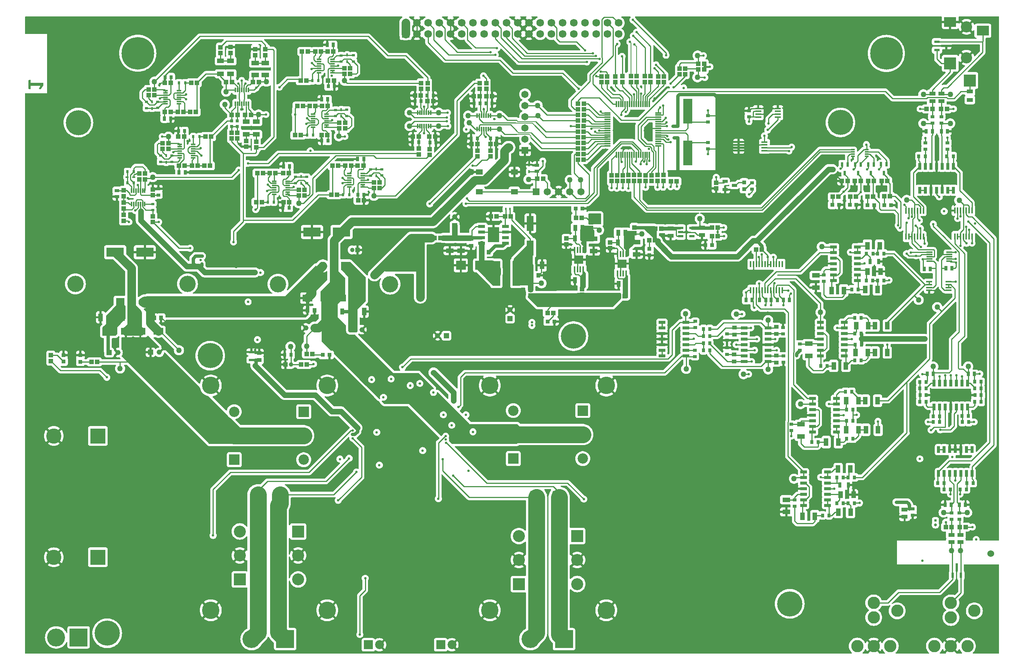
<source format=gbr>
%TF.GenerationSoftware,KiCad,Pcbnew,8.0.8*%
%TF.CreationDate,2025-05-17T22:55:18-04:00*%
%TF.ProjectId,amp board,616d7020-626f-4617-9264-2e6b69636164,rev?*%
%TF.SameCoordinates,Original*%
%TF.FileFunction,Copper,L1,Top*%
%TF.FilePolarity,Positive*%
%FSLAX46Y46*%
G04 Gerber Fmt 4.6, Leading zero omitted, Abs format (unit mm)*
G04 Created by KiCad (PCBNEW 8.0.8) date 2025-05-17 22:55:18*
%MOMM*%
%LPD*%
G01*
G04 APERTURE LIST*
%TA.AperFunction,Conductor*%
%ADD10C,0.200000*%
%TD*%
%ADD11C,0.300000*%
%TA.AperFunction,ComponentPad*%
%ADD12R,0.584200X0.584200*%
%TD*%
%TA.AperFunction,ComponentPad*%
%ADD13C,0.635000*%
%TD*%
%TA.AperFunction,SMDPad,CuDef*%
%ADD14R,0.950000X0.950000*%
%TD*%
%TA.AperFunction,SMDPad,CuDef*%
%ADD15R,0.960000X1.390000*%
%TD*%
%TA.AperFunction,SMDPad,CuDef*%
%ADD16R,1.525000X0.650000*%
%TD*%
%TA.AperFunction,SMDPad,CuDef*%
%ADD17R,0.420000X0.640000*%
%TD*%
%TA.AperFunction,SMDPad,CuDef*%
%ADD18R,1.000000X0.900000*%
%TD*%
%TA.AperFunction,SMDPad,CuDef*%
%ADD19R,0.750000X0.940000*%
%TD*%
%TA.AperFunction,TestPad*%
%ADD20C,1.270000*%
%TD*%
%TA.AperFunction,SMDPad,CuDef*%
%ADD21R,0.650000X0.900000*%
%TD*%
%TA.AperFunction,SMDPad,CuDef*%
%ADD22R,0.900000X0.650000*%
%TD*%
%TA.AperFunction,SMDPad,CuDef*%
%ADD23R,1.820000X1.070000*%
%TD*%
%TA.AperFunction,SMDPad,CuDef*%
%ADD24R,1.100000X1.000000*%
%TD*%
%TA.AperFunction,ComponentPad*%
%ADD25C,4.100000*%
%TD*%
%TA.AperFunction,ConnectorPad*%
%ADD26C,7.400000*%
%TD*%
%TA.AperFunction,ComponentPad*%
%ADD27R,2.355000X2.355000*%
%TD*%
%TA.AperFunction,ComponentPad*%
%ADD28C,2.355000*%
%TD*%
%TA.AperFunction,SMDPad,CuDef*%
%ADD29R,2.250000X1.600000*%
%TD*%
%TA.AperFunction,SMDPad,CuDef*%
%ADD30R,1.000000X1.100000*%
%TD*%
%TA.AperFunction,ComponentPad*%
%ADD31R,1.150000X1.150000*%
%TD*%
%TA.AperFunction,ComponentPad*%
%ADD32C,1.150000*%
%TD*%
%TA.AperFunction,SMDPad,CuDef*%
%ADD33R,0.780000X0.980000*%
%TD*%
%TA.AperFunction,ComponentPad*%
%ADD34R,3.450000X3.450000*%
%TD*%
%TA.AperFunction,ComponentPad*%
%ADD35C,3.450000*%
%TD*%
%TA.AperFunction,SMDPad,CuDef*%
%ADD36R,0.940000X0.750000*%
%TD*%
%TA.AperFunction,SMDPad,CuDef*%
%ADD37R,1.470000X0.970000*%
%TD*%
%TA.AperFunction,SMDPad,CuDef*%
%ADD38R,1.600000X1.050000*%
%TD*%
%TA.AperFunction,SMDPad,CuDef*%
%ADD39R,0.600000X1.300000*%
%TD*%
%TA.AperFunction,SMDPad,CuDef*%
%ADD40R,0.600000X0.700000*%
%TD*%
%TA.AperFunction,ComponentPad*%
%ADD41R,2.025000X2.025000*%
%TD*%
%TA.AperFunction,ComponentPad*%
%ADD42C,2.025000*%
%TD*%
%TA.AperFunction,ComponentPad*%
%ADD43R,4.064000X4.064000*%
%TD*%
%TA.AperFunction,ComponentPad*%
%ADD44C,4.064000*%
%TD*%
%TA.AperFunction,SMDPad,CuDef*%
%ADD45R,1.070000X1.820000*%
%TD*%
%TA.AperFunction,SMDPad,CuDef*%
%ADD46R,1.200000X0.600000*%
%TD*%
%TA.AperFunction,SMDPad,CuDef*%
%ADD47R,1.050000X1.800000*%
%TD*%
%TA.AperFunction,SMDPad,CuDef*%
%ADD48R,1.300000X0.600000*%
%TD*%
%TA.AperFunction,SMDPad,CuDef*%
%ADD49R,0.950000X1.400000*%
%TD*%
%TA.AperFunction,ComponentPad*%
%ADD50C,3.700000*%
%TD*%
%TA.AperFunction,SMDPad,CuDef*%
%ADD51R,1.000000X0.950000*%
%TD*%
%TA.AperFunction,SMDPad,CuDef*%
%ADD52R,1.075000X0.300000*%
%TD*%
%TA.AperFunction,SMDPad,CuDef*%
%ADD53R,0.450000X1.475000*%
%TD*%
%TA.AperFunction,SMDPad,CuDef*%
%ADD54R,2.200000X2.150000*%
%TD*%
%TA.AperFunction,SMDPad,CuDef*%
%ADD55R,0.950000X1.000000*%
%TD*%
%TA.AperFunction,SMDPad,CuDef*%
%ADD56R,0.700000X0.600000*%
%TD*%
%TA.AperFunction,ComponentPad*%
%ADD57C,3.600000*%
%TD*%
%TA.AperFunction,ConnectorPad*%
%ADD58C,5.700000*%
%TD*%
%TA.AperFunction,SMDPad,CuDef*%
%ADD59R,0.910000X1.390000*%
%TD*%
%TA.AperFunction,SMDPad,CuDef*%
%ADD60R,0.300000X1.075000*%
%TD*%
%TA.AperFunction,SMDPad,CuDef*%
%ADD61R,1.650000X0.700000*%
%TD*%
%TA.AperFunction,SMDPad,CuDef*%
%ADD62R,2.600000X3.500000*%
%TD*%
%TA.AperFunction,SMDPad,CuDef*%
%ADD63R,0.980000X0.780000*%
%TD*%
%TA.AperFunction,SMDPad,CuDef*%
%ADD64R,1.050000X1.600000*%
%TD*%
%TA.AperFunction,ComponentPad*%
%ADD65R,1.650000X1.650000*%
%TD*%
%TA.AperFunction,ComponentPad*%
%ADD66C,1.650000*%
%TD*%
%TA.AperFunction,SMDPad,CuDef*%
%ADD67R,1.250000X0.600000*%
%TD*%
%TA.AperFunction,SMDPad,CuDef*%
%ADD68R,2.800000X2.200000*%
%TD*%
%TA.AperFunction,SMDPad,CuDef*%
%ADD69R,2.800000X2.800000*%
%TD*%
%TA.AperFunction,ComponentPad*%
%ADD70C,2.550000*%
%TD*%
%TA.AperFunction,SMDPad,CuDef*%
%ADD71R,0.450000X1.400000*%
%TD*%
%TA.AperFunction,SMDPad,CuDef*%
%ADD72R,2.150000X1.846000*%
%TD*%
%TA.AperFunction,ComponentPad*%
%ADD73C,3.954000*%
%TD*%
%TA.AperFunction,ComponentPad*%
%ADD74R,1.935000X1.935000*%
%TD*%
%TA.AperFunction,ComponentPad*%
%ADD75C,1.935000*%
%TD*%
%TA.AperFunction,ComponentPad*%
%ADD76C,2.794000*%
%TD*%
%TA.AperFunction,ComponentPad*%
%ADD77R,1.725000X1.725000*%
%TD*%
%TA.AperFunction,ComponentPad*%
%ADD78C,1.725000*%
%TD*%
%TA.AperFunction,SMDPad,CuDef*%
%ADD79R,0.650000X1.525000*%
%TD*%
%TA.AperFunction,SMDPad,CuDef*%
%ADD80R,0.450000X0.600000*%
%TD*%
%TA.AperFunction,SMDPad,CuDef*%
%ADD81R,1.550000X1.300000*%
%TD*%
%TA.AperFunction,SMDPad,CuDef*%
%ADD82R,1.371600X0.457200*%
%TD*%
%TA.AperFunction,SMDPad,CuDef*%
%ADD83R,1.475000X0.450000*%
%TD*%
%TA.AperFunction,SMDPad,CuDef*%
%ADD84R,0.640000X0.420000*%
%TD*%
%TA.AperFunction,SMDPad,CuDef*%
%ADD85R,1.425000X0.450000*%
%TD*%
%TA.AperFunction,SMDPad,CuDef*%
%ADD86R,0.500000X1.000000*%
%TD*%
%TA.AperFunction,SMDPad,CuDef*%
%ADD87R,0.700000X1.300000*%
%TD*%
%TA.AperFunction,SMDPad,CuDef*%
%ADD88R,2.100000X5.600000*%
%TD*%
%TA.AperFunction,ComponentPad*%
%ADD89R,2.715000X2.715000*%
%TD*%
%TA.AperFunction,ComponentPad*%
%ADD90C,2.715000*%
%TD*%
%TA.AperFunction,SMDPad,CuDef*%
%ADD91R,1.600000X3.500000*%
%TD*%
%TA.AperFunction,ComponentPad*%
%ADD92R,1.000000X1.000000*%
%TD*%
%TA.AperFunction,ComponentPad*%
%ADD93C,1.000000*%
%TD*%
%TA.AperFunction,SMDPad,CuDef*%
%ADD94R,1.400000X0.950000*%
%TD*%
%TA.AperFunction,ComponentPad*%
%ADD95C,1.524000*%
%TD*%
%TA.AperFunction,SMDPad,CuDef*%
%ADD96R,0.850000X0.300000*%
%TD*%
%TA.AperFunction,SMDPad,CuDef*%
%ADD97R,1.700000X5.700000*%
%TD*%
%TA.AperFunction,SMDPad,CuDef*%
%ADD98R,1.450000X0.300000*%
%TD*%
%TA.AperFunction,SMDPad,CuDef*%
%ADD99R,0.700000X0.650000*%
%TD*%
%TA.AperFunction,SMDPad,CuDef*%
%ADD100R,4.000000X2.150000*%
%TD*%
%TA.AperFunction,SMDPad,CuDef*%
%ADD101R,1.200000X0.650000*%
%TD*%
%TA.AperFunction,SMDPad,CuDef*%
%ADD102R,1.475000X0.300000*%
%TD*%
%TA.AperFunction,SMDPad,CuDef*%
%ADD103R,0.300000X1.475000*%
%TD*%
%TA.AperFunction,ViaPad*%
%ADD104C,0.558800*%
%TD*%
%TA.AperFunction,ViaPad*%
%ADD105C,0.762000*%
%TD*%
%TA.AperFunction,Conductor*%
%ADD106C,0.254000*%
%TD*%
%TA.AperFunction,Conductor*%
%ADD107C,0.762000*%
%TD*%
%TA.AperFunction,Conductor*%
%ADD108C,1.270000*%
%TD*%
%TA.AperFunction,Conductor*%
%ADD109C,1.905000*%
%TD*%
%TA.AperFunction,Conductor*%
%ADD110C,3.810000*%
%TD*%
%TA.AperFunction,Conductor*%
%ADD111C,0.177800*%
%TD*%
%TA.AperFunction,Conductor*%
%ADD112C,0.381000*%
%TD*%
%TA.AperFunction,Conductor*%
%ADD113C,2.540000*%
%TD*%
G04 APERTURE END LIST*
D10*
%TO.N,Net-(C147-+)*%
X280289400Y-236728200D02*
X280289400Y-242087600D01*
X278435200Y-243941800D01*
X278435200Y-248971000D01*
X278308200Y-249098000D01*
X276784200Y-249098000D01*
X276530200Y-248844000D01*
X276530200Y-236575800D01*
X274879200Y-234924800D01*
X274879200Y-233350000D01*
X274955400Y-233273800D01*
X276835000Y-233273800D01*
X280289400Y-236728200D01*
%TA.AperFunction,Conductor*%
G36*
X280289400Y-236728200D02*
G01*
X280289400Y-242087600D01*
X278435200Y-243941800D01*
X278435200Y-248971000D01*
X278308200Y-249098000D01*
X276784200Y-249098000D01*
X276530200Y-248844000D01*
X276530200Y-236575800D01*
X274879200Y-234924800D01*
X274879200Y-233350000D01*
X274955400Y-233273800D01*
X276835000Y-233273800D01*
X280289400Y-236728200D01*
G37*
%TD.AperFunction*%
%TO.N,Net-(C143-+)*%
X225857200Y-243281400D02*
X225857200Y-246100800D01*
X223977600Y-247980400D01*
X223977600Y-249529800D01*
X223622000Y-249885400D01*
X220828000Y-249885400D01*
X220802600Y-249860000D01*
X220802600Y-248107400D01*
X221590000Y-247320000D01*
X221590000Y-245440400D01*
X223977600Y-243052800D01*
X225628600Y-243052800D01*
X225857200Y-243281400D01*
%TA.AperFunction,Conductor*%
G36*
X225857200Y-243281400D02*
G01*
X225857200Y-246100800D01*
X223977600Y-247980400D01*
X223977600Y-249529800D01*
X223622000Y-249885400D01*
X220828000Y-249885400D01*
X220802600Y-249860000D01*
X220802600Y-248107400D01*
X221590000Y-247320000D01*
X221590000Y-245440400D01*
X223977600Y-243052800D01*
X225628600Y-243052800D01*
X225857200Y-243281400D01*
G37*
%TD.AperFunction*%
%TO.N,/Main Board/5V_Signal*%
X345745200Y-227711200D02*
X345643600Y-227812800D01*
X343535400Y-225704600D01*
X343662400Y-225577600D01*
X345745200Y-225577600D01*
X345745200Y-227711200D01*
%TA.AperFunction,Conductor*%
G36*
X345745200Y-227711200D02*
G01*
X345643600Y-227812800D01*
X343535400Y-225704600D01*
X343662400Y-225577600D01*
X345745200Y-225577600D01*
X345745200Y-227711200D01*
G37*
%TD.AperFunction*%
%TO.N,Net-(D28-K)*%
X310687200Y-233226000D02*
X310687200Y-238407600D01*
X310585600Y-238509200D01*
X309264800Y-238509200D01*
X305429400Y-234673800D01*
X305429400Y-233200600D01*
X305480200Y-233149800D01*
X310611000Y-233149800D01*
X310687200Y-233226000D01*
%TA.AperFunction,Conductor*%
G36*
X310687200Y-233226000D02*
G01*
X310687200Y-238407600D01*
X310585600Y-238509200D01*
X309264800Y-238509200D01*
X305429400Y-234673800D01*
X305429400Y-233200600D01*
X305480200Y-233149800D01*
X310611000Y-233149800D01*
X310687200Y-233226000D01*
G37*
%TD.AperFunction*%
%TO.N,3V3*%
X333654800Y-222351800D02*
X333654800Y-224587000D01*
X330937000Y-224587000D01*
X330937000Y-222377200D01*
X331013200Y-222301000D01*
X333604000Y-222301000D01*
X333654800Y-222351800D01*
%TA.AperFunction,Conductor*%
G36*
X333654800Y-222351800D02*
G01*
X333654800Y-224587000D01*
X330937000Y-224587000D01*
X330937000Y-222377200D01*
X331013200Y-222301000D01*
X333604000Y-222301000D01*
X333654800Y-222351800D01*
G37*
%TD.AperFunction*%
%TO.N,Net-(IC54-EN)*%
X339700000Y-236321800D02*
X339700000Y-241325600D01*
X339471400Y-241325600D01*
X338684000Y-240538200D01*
X338684000Y-237160000D01*
X339293600Y-236656897D01*
X339293600Y-236296400D01*
X339674600Y-236296400D01*
X339700000Y-236321800D01*
%TA.AperFunction,Conductor*%
G36*
X339700000Y-236321800D02*
G01*
X339700000Y-241325600D01*
X339471400Y-241325600D01*
X338684000Y-240538200D01*
X338684000Y-237160000D01*
X339293600Y-236656897D01*
X339293600Y-236296400D01*
X339674600Y-236296400D01*
X339700000Y-236321800D01*
G37*
%TD.AperFunction*%
%TO.N,Net-(IC57-EN)*%
X330200400Y-235788400D02*
X330200400Y-238861800D01*
X329844800Y-239217400D01*
X329108200Y-239217400D01*
X329057400Y-239166600D01*
X329057400Y-236474200D01*
X329565400Y-235966200D01*
X329565400Y-235483600D01*
X329895600Y-235483600D01*
X330200400Y-235788400D01*
%TA.AperFunction,Conductor*%
G36*
X330200400Y-235788400D02*
G01*
X330200400Y-238861800D01*
X329844800Y-239217400D01*
X329108200Y-239217400D01*
X329057400Y-239166600D01*
X329057400Y-236474200D01*
X329565400Y-235966200D01*
X329565400Y-235483600D01*
X329895600Y-235483600D01*
X330200400Y-235788400D01*
G37*
%TD.AperFunction*%
%TO.N,/Main Board/8V*%
X338099800Y-240411200D02*
X338099800Y-241605000D01*
X336347200Y-243357600D01*
X319329200Y-243357600D01*
X317221000Y-241249400D01*
X317221000Y-241020800D01*
X317729000Y-240385800D01*
X318160800Y-240385800D01*
X318516400Y-240385800D01*
X338023600Y-240335000D01*
X338099800Y-240411200D01*
%TA.AperFunction,Conductor*%
G36*
X338099800Y-240411200D02*
G01*
X338099800Y-241605000D01*
X336347200Y-243357600D01*
X319329200Y-243357600D01*
X317221000Y-241249400D01*
X317221000Y-241020800D01*
X317729000Y-240385800D01*
X318160800Y-240385800D01*
X318516400Y-240385800D01*
X338023600Y-240335000D01*
X338099800Y-240411200D01*
G37*
%TD.AperFunction*%
%TO.N,Net-(C185-+)*%
X318104000Y-228984200D02*
X318104000Y-238458400D01*
X313760600Y-238458400D01*
X313811400Y-238407600D01*
X313811400Y-233022800D01*
X317977000Y-228857200D01*
X318104000Y-228984200D01*
%TA.AperFunction,Conductor*%
G36*
X318104000Y-228984200D02*
G01*
X318104000Y-238458400D01*
X313760600Y-238458400D01*
X313811400Y-238407600D01*
X313811400Y-233022800D01*
X317977000Y-228857200D01*
X318104000Y-228984200D01*
G37*
%TD.AperFunction*%
%TO.N,Net-(IC54-OUT)*%
X340995400Y-226441200D02*
X340995400Y-229260600D01*
X339852400Y-230403600D01*
X339344400Y-230403600D01*
X339014200Y-230073400D01*
X339014200Y-226847600D01*
X339598400Y-226263400D01*
X340817600Y-226263400D01*
X340995400Y-226441200D01*
%TA.AperFunction,Conductor*%
G36*
X340995400Y-226441200D02*
G01*
X340995400Y-229260600D01*
X339852400Y-230403600D01*
X339344400Y-230403600D01*
X339014200Y-230073400D01*
X339014200Y-226847600D01*
X339598400Y-226263400D01*
X340817600Y-226263400D01*
X340995400Y-226441200D01*
G37*
%TD.AperFunction*%
%TO.N,Net-(IC58-EN)*%
X351231600Y-225349000D02*
X350596600Y-225984000D01*
X347396200Y-225984000D01*
X347193000Y-225780800D01*
X347193000Y-225323600D01*
X351231600Y-225323600D01*
X351231600Y-225349000D01*
%TA.AperFunction,Conductor*%
G36*
X351231600Y-225349000D02*
G01*
X350596600Y-225984000D01*
X347396200Y-225984000D01*
X347193000Y-225780800D01*
X347193000Y-225323600D01*
X351231600Y-225323600D01*
X351231600Y-225349000D01*
G37*
%TD.AperFunction*%
%TO.N,VCC_Power_L*%
X275666600Y-236931400D02*
X275666600Y-242062200D01*
X275641200Y-242087600D01*
X274625200Y-242087600D01*
X273939400Y-242773400D01*
X273939400Y-245669000D01*
X271450200Y-248158200D01*
X270358000Y-248158200D01*
X270358000Y-241986000D01*
X270205600Y-241833600D01*
X270205600Y-240004800D01*
X272618600Y-237591800D01*
X272618600Y-237541000D01*
X272491600Y-237414000D01*
X272491600Y-235585200D01*
X272847200Y-235229600D01*
X273964800Y-235229600D01*
X275666600Y-236931400D01*
%TA.AperFunction,Conductor*%
G36*
X275666600Y-236931400D02*
G01*
X275666600Y-242062200D01*
X275641200Y-242087600D01*
X274625200Y-242087600D01*
X273939400Y-242773400D01*
X273939400Y-245669000D01*
X271450200Y-248158200D01*
X270358000Y-248158200D01*
X270358000Y-241986000D01*
X270205600Y-241833600D01*
X270205600Y-240004800D01*
X272618600Y-237591800D01*
X272618600Y-237541000D01*
X272491600Y-237414000D01*
X272491600Y-235585200D01*
X272847200Y-235229600D01*
X273964800Y-235229600D01*
X275666600Y-236931400D01*
G37*
%TD.AperFunction*%
%TO.N,Net-(IC57-OUT)*%
X331013200Y-225145800D02*
X331978400Y-226111000D01*
X331978400Y-228422400D01*
X331953000Y-228447800D01*
X329362200Y-228447800D01*
X329108200Y-228193800D01*
X329108200Y-225857000D01*
X329921000Y-225044200D01*
X331013200Y-225044200D01*
X331013200Y-225145800D01*
%TA.AperFunction,Conductor*%
G36*
X331013200Y-225145800D02*
G01*
X331978400Y-226111000D01*
X331978400Y-228422400D01*
X331953000Y-228447800D01*
X329362200Y-228447800D01*
X329108200Y-228193800D01*
X329108200Y-225857000D01*
X329921000Y-225044200D01*
X331013200Y-225044200D01*
X331013200Y-225145800D01*
G37*
%TD.AperFunction*%
%TO.N,/Main Board/33V*%
X292100400Y-228701800D02*
X292100400Y-235331200D01*
X284861400Y-235331200D01*
X284658200Y-235128000D01*
X291592400Y-228193800D01*
X292100400Y-228701800D01*
%TA.AperFunction,Conductor*%
G36*
X292100400Y-228701800D02*
G01*
X292100400Y-235331200D01*
X284861400Y-235331200D01*
X284658200Y-235128000D01*
X291592400Y-228193800D01*
X292100400Y-228701800D01*
G37*
%TD.AperFunction*%
D11*
G36*
X204188580Y-191890349D02*
G01*
X204062954Y-191898724D01*
X203981064Y-191921057D01*
X203937327Y-191953627D01*
X203924300Y-191994572D01*
X203924300Y-193863147D01*
X203937327Y-193903161D01*
X203981064Y-193935731D01*
X204062954Y-193958065D01*
X204188580Y-193965509D01*
X204316067Y-193958995D01*
X204399818Y-193938523D01*
X204445416Y-193905953D01*
X204460305Y-193863147D01*
X204460305Y-193233154D01*
X206663884Y-193233154D01*
X206366103Y-193777535D01*
X206330741Y-193876175D01*
X206346561Y-193935731D01*
X206421937Y-193966440D01*
X206572688Y-193973884D01*
X206673189Y-193971093D01*
X206741121Y-193958065D01*
X206787649Y-193930148D01*
X206825802Y-193879897D01*
X207285501Y-193152195D01*
X207302251Y-193119625D01*
X207312488Y-193068444D01*
X207317140Y-192985624D01*
X207319002Y-192853484D01*
X207315279Y-192692496D01*
X207302251Y-192600370D01*
X207277126Y-192558495D01*
X207238042Y-192547328D01*
X204460305Y-192547328D01*
X204460305Y-191995503D01*
X204445416Y-191951766D01*
X204399818Y-191918266D01*
X204316067Y-191896863D01*
X204188580Y-191890349D01*
G37*
%TD*%
D12*
%TO.P,Y1,1*%
%TO.N,/Main Board/FM Radio/RCLK*%
X409499200Y-291908200D03*
D13*
%TO.P,Y1,2,CRYSTAL_2*%
%TO.N,/Main Board/FM Radio/GPO3*%
X409499200Y-292898800D03*
%TD*%
D14*
%TO.P,LED2,1,K*%
%TO.N,GND*%
X387629800Y-220243600D03*
%TO.P,LED2,2,A*%
%TO.N,Net-(LED2-A)*%
X386129800Y-220243600D03*
%TD*%
D15*
%TO.P,C278,1,1*%
%TO.N,Net-(IC57-OUT)*%
X329493800Y-225501400D03*
%TO.P,C278,2,2*%
%TO.N,Net-(IC57-FB)*%
X327873800Y-225501400D03*
%TD*%
D16*
%TO.P,IC26,1,OUT_A*%
%TO.N,Net-(IC26--IN_A)*%
X387074000Y-271800800D03*
%TO.P,IC26,2,-IN_A*%
X387074000Y-270530800D03*
%TO.P,IC26,3,+IN_A*%
%TO.N,Net-(IC26-+IN_A)*%
X387074000Y-269260800D03*
%TO.P,IC26,4,V+*%
%TO.N,VCC Signal*%
X387074000Y-267990800D03*
%TO.P,IC26,5,+_IN_B*%
%TO.N,Net-(IC26-+_IN_B)*%
X387074000Y-266720800D03*
%TO.P,IC26,6,-IN_B*%
%TO.N,Net-(IC26--IN_B)*%
X387074000Y-265450800D03*
%TO.P,IC26,7,OUT_B*%
X387074000Y-264180800D03*
%TO.P,IC26,8,OUT_C*%
%TO.N,/Main Board/EQ Stage/LEFT HPF*%
X381650000Y-264180800D03*
%TO.P,IC26,9,-IN_C*%
X381650000Y-265450800D03*
%TO.P,IC26,10,+_IN_C*%
%TO.N,Net-(IC26-+_IN_C)*%
X381650000Y-266720800D03*
%TO.P,IC26,11,V-*%
%TO.N,GND*%
X381650000Y-267990800D03*
%TO.P,IC26,12,+IN_D*%
%TO.N,Net-(IC26-+IN_D)*%
X381650000Y-269260800D03*
%TO.P,IC26,13,-IN_D*%
%TO.N,Net-(IC26-+_IN_C)*%
X381650000Y-270530800D03*
%TO.P,IC26,14,OUT_D*%
X381650000Y-271800800D03*
%TD*%
D17*
%TO.P,D29,1,K*%
%TO.N,/Main Board/Micro/nMCLR*%
X317424200Y-212674400D03*
%TO.P,D29,2,A*%
%TO.N,GND*%
X317424200Y-211174400D03*
%TD*%
D18*
%TO.P,R4,1,1*%
%TO.N,Net-(IC25--IN_B)*%
X363906200Y-254190800D03*
%TO.P,R4,2,2*%
%TO.N,/Main Board/EQ Stage/L LO*%
X363906200Y-255790800D03*
%TD*%
D19*
%TO.P,C132,1,1*%
%TO.N,GND*%
X304913200Y-197231200D03*
%TO.P,C132,2,2*%
%TO.N,Net-(IC31-4IN+)*%
X306313200Y-197231200D03*
%TD*%
D20*
%TO.P,TP134,1*%
%TO.N,Net-(IC58-OUT)*%
X356083000Y-223393200D03*
%TD*%
D21*
%TO.P,R155,1,1*%
%TO.N,Net-(IC37--IN_C)*%
X410464400Y-268275000D03*
%TO.P,R155,2,2*%
%TO.N,Net-(IC37-OUT_C)*%
X409014400Y-268275000D03*
%TD*%
%TO.P,R108,1,1*%
%TO.N,Net-(IC27-+IN_A)*%
X391310600Y-251968200D03*
%TO.P,R108,2,2*%
%TO.N,2V5*%
X392760600Y-251968200D03*
%TD*%
D22*
%TO.P,R170,1,1*%
%TO.N,Net-(C172-Pad1)*%
X410820000Y-200254000D03*
%TO.P,R170,2,2*%
%TO.N,/Main Board/AUX IN/AUX L In*%
X410820000Y-201704000D03*
%TD*%
D20*
%TO.P,TP5,1*%
%TO.N,/Main Board/EQ Stage/LEFT LPF*%
X377444400Y-282397400D03*
%TD*%
D23*
%TO.P,C96,1,1*%
%TO.N,GND*%
X382411200Y-239022600D03*
%TO.P,C96,2,2*%
%TO.N,Net-(IC24-+IN_D)*%
X382411200Y-236262600D03*
%TD*%
D24*
%TO.P,R260,1,1*%
%TO.N,/Main Board/Bandpass Filters/400Hz BP*%
X241900200Y-199136200D03*
%TO.P,R260,2,2*%
%TO.N,Net-(IC46-1IN-)*%
X240600200Y-199136200D03*
%TD*%
D25*
%TO.P,H2,1*%
%TO.N,unconnected-(H2-Pad1)*%
X398374000Y-185877400D03*
D26*
X398374000Y-185877400D03*
%TD*%
D27*
%TO.P,Q25,1,B*%
%TO.N,Net-(Q24-C)*%
X313826400Y-277841400D03*
D28*
%TO.P,Q25,2,C*%
%TO.N,VCC_Power_L*%
X313826400Y-272391400D03*
%TO.P,Q25,3,E*%
%TO.N,Net-(Q25-E)*%
X313826400Y-266941400D03*
%TD*%
D29*
%TO.P,D20,1,K*%
%TO.N,/Main Board/33V*%
X233389000Y-248984600D03*
%TO.P,D20,2,A*%
%TO.N,/Main Board/VCC_Power_R*%
X229289000Y-248984600D03*
%TD*%
D24*
%TO.P,R274,1,1*%
%TO.N,Net-(IC48-1OUT)*%
X278545600Y-211348650D03*
%TO.P,R274,2,2*%
%TO.N,Net-(IC48-4IN+)*%
X279845600Y-211348650D03*
%TD*%
D30*
%TO.P,R210,1,1*%
%TO.N,/Main Board/Low Pass Filtering and Attenuation/6.25kHz IN*%
X339911400Y-214808000D03*
%TO.P,R210,2,2*%
%TO.N,Net-(IC41-COM6{slash}SEG30{slash}AN9{slash}RP9{slash}RB9)*%
X339911400Y-213508000D03*
%TD*%
D21*
%TO.P,R338,1,1*%
%TO.N,Net-(IC59--IN_B)*%
X416591800Y-283400400D03*
%TO.P,R338,2,2*%
%TO.N,/Main Board/TV_L*%
X418041800Y-283400400D03*
%TD*%
%TO.P,R157,1,1*%
%TO.N,Net-(IC37-OUT_C)*%
X407416400Y-264973000D03*
%TO.P,R157,2,2*%
%TO.N,Net-(C164-Pad1)*%
X405966400Y-264973000D03*
%TD*%
D31*
%TO.P,C179,1,+*%
%TO.N,Net-(C179-+)*%
X300552600Y-224964400D03*
D32*
%TO.P,C179,2,-*%
%TO.N,GND*%
X300552600Y-222964400D03*
%TD*%
D20*
%TO.P,TP71,1*%
%TO.N,/Main Board/AUX IN/AUX L In*%
X412852000Y-201778000D03*
%TD*%
%TO.P,TP17,1*%
%TO.N,/Main Board/Audio Switching/AUD L*%
X414884000Y-219202200D03*
%TD*%
%TO.P,TP48,1*%
%TO.N,/Main Board/Low Pass Filtering and Attenuation/63Hz IN*%
X303809800Y-201650800D03*
%TD*%
%TO.P,TP75,1*%
%TO.N,/Main Board/SCL*%
X355602600Y-186360000D03*
%TD*%
D30*
%TO.P,R209,1,1*%
%TO.N,/Main Board/Low Pass Filtering and Attenuation/2.5kHz IN*%
X338641400Y-214838000D03*
%TO.P,R209,2,2*%
%TO.N,Net-(IC41-COM7{slash}SEG31{slash}AN8{slash}RP8{slash}RB8)*%
X338641400Y-213538000D03*
%TD*%
D33*
%TO.P,C4,1,1*%
%TO.N,/Main Board/EQ Stage/LEFT HPF ATT*%
X375017200Y-241808200D03*
%TO.P,C4,2,2*%
%TO.N,2V5*%
X376417200Y-241808200D03*
%TD*%
D34*
%TO.P,C188,1,+*%
%TO.N,/Main Board/33V*%
X219685000Y-272694600D03*
D35*
%TO.P,C188,2,-*%
%TO.N,GND*%
X209685000Y-272694600D03*
%TD*%
D24*
%TO.P,R299,1,1*%
%TO.N,Net-(IC52-1OUT)*%
X270455000Y-197834200D03*
%TO.P,R299,2,2*%
%TO.N,Net-(IC52-4IN+)*%
X271755000Y-197834200D03*
%TD*%
%TO.P,R164,1,1*%
%TO.N,Net-(C170-Pad1)*%
X415027000Y-293363400D03*
%TO.P,R164,2,2*%
%TO.N,2V5*%
X416327000Y-293363400D03*
%TD*%
D36*
%TO.P,C212,1,1*%
%TO.N,GND*%
X367233600Y-198893400D03*
%TO.P,C212,2,2*%
%TO.N,3V3*%
X367233600Y-200293400D03*
%TD*%
D37*
%TO.P,C171,1,1*%
%TO.N,Net-(C171-Pad1)*%
X408788000Y-196698000D03*
%TO.P,C171,2,2*%
%TO.N,Net-(J5-TIP)*%
X408788000Y-195038000D03*
%TD*%
D24*
%TO.P,R138,1,1*%
%TO.N,Net-(IC32-4IN+)*%
X292837000Y-195453200D03*
%TO.P,R138,2,2*%
%TO.N,GND*%
X291537000Y-195453200D03*
%TD*%
D38*
%TO.P,C64,1,1*%
%TO.N,Net-(IC19-4IN-)*%
X253310000Y-201320600D03*
%TO.P,C64,2,2*%
%TO.N,Net-(C64-Pad2)*%
X253310000Y-204270600D03*
%TD*%
D30*
%TO.P,R52,1,1*%
%TO.N,Net-(C64-Pad2)*%
X255596000Y-205892600D03*
%TO.P,R52,2,2*%
%TO.N,/Main Board/Bandpass Filters/AVG OUT*%
X255596000Y-207192600D03*
%TD*%
D39*
%TO.P,D26,1,1*%
%TO.N,Net-(J6-SIG)*%
X413359400Y-304336400D03*
%TO.P,D26,2,2*%
%TO.N,Net-(J7-SIG)*%
X415259400Y-304336400D03*
%TO.P,D26,3,3*%
%TO.N,GND*%
X414309400Y-302236400D03*
%TD*%
D40*
%TO.P,D52,1,K*%
%TO.N,Net-(D52-K)*%
X275255600Y-217952650D03*
%TO.P,D52,2,A*%
%TO.N,Net-(D52-A)*%
X276655600Y-217952650D03*
%TD*%
D22*
%TO.P,R172,1,1*%
%TO.N,Net-(IC38--IN_C)*%
X412217000Y-207594400D03*
%TO.P,R172,2,2*%
%TO.N,2V5*%
X412217000Y-206144400D03*
%TD*%
D41*
%TO.P,J4,1,1*%
%TO.N,Net-(D1-A)*%
X297361000Y-320081900D03*
D42*
%TO.P,J4,2,2*%
%TO.N,GND*%
X299901000Y-320081900D03*
%TD*%
D24*
%TO.P,R265,1,1*%
%TO.N,/Main Board/Bandpass Filters/AVG OUT*%
X272561600Y-217952650D03*
%TO.P,R265,2,2*%
%TO.N,Net-(D52-K)*%
X273861600Y-217952650D03*
%TD*%
D21*
%TO.P,R156,1,1*%
%TO.N,Net-(IC37-OUT_D)*%
X418412400Y-264973000D03*
%TO.P,R156,2,2*%
%TO.N,Net-(C163-Pad1)*%
X419862400Y-264973000D03*
%TD*%
D30*
%TO.P,R132,1,1*%
%TO.N,/Main Board/Low Pass Filtering and Attenuation/AVG PK*%
X306222800Y-192644200D03*
%TO.P,R132,2,2*%
%TO.N,Net-(IC31-4IN+)*%
X306222800Y-193944200D03*
%TD*%
D24*
%TO.P,R341,1,1*%
%TO.N,Net-(LED19-A)*%
X344648400Y-228295400D03*
%TO.P,R341,2,2*%
%TO.N,/Main Board/5V_Signal*%
X345948400Y-228295400D03*
%TD*%
D43*
%TO.P,J13,1,GND*%
%TO.N,Net-(BR1-~{_1})*%
X215316200Y-318414600D03*
D44*
%TO.P,J13,2,Vpower*%
%TO.N,Net-(BR1-~{_2})*%
X210236200Y-318414600D03*
%TD*%
D33*
%TO.P,C258,1,1*%
%TO.N,GND*%
X261736600Y-211515400D03*
%TO.P,C258,2,2*%
%TO.N,Net-(IC51-4IN+)*%
X263136600Y-211515400D03*
%TD*%
D45*
%TO.P,C13,1,1*%
%TO.N,Net-(IC4--IN_A)*%
X387494400Y-289966600D03*
%TO.P,C13,2,2*%
%TO.N,Net-(C13-Pad2)*%
X390254400Y-289966600D03*
%TD*%
D46*
%TO.P,IC58,1,IN*%
%TO.N,Net-(IC58-EN)*%
X351785000Y-225491200D03*
%TO.P,IC58,2,GND*%
%TO.N,GND*%
X351785000Y-226441200D03*
%TO.P,IC58,3,EN*%
%TO.N,Net-(IC58-EN)*%
X351785000Y-227391200D03*
%TO.P,IC58,4,N/C*%
%TO.N,unconnected-(IC58-N{slash}C-Pad4)*%
X354285000Y-227391200D03*
%TO.P,IC58,5,OUT*%
%TO.N,Net-(IC58-OUT)*%
X354285000Y-225491200D03*
%TD*%
D21*
%TO.P,R12,1,1*%
%TO.N,/Main Board/EQ Stage/L LO*%
X358357400Y-251688800D03*
%TO.P,R12,2,2*%
%TO.N,Net-(IC28-+IN_A)*%
X356907400Y-251688800D03*
%TD*%
D24*
%TO.P,R305,1,1*%
%TO.N,/Main Board/Low Pass Filtering and Attenuation/1kHz PK*%
X274407000Y-202914200D03*
%TO.P,R305,2,2*%
%TO.N,Net-(D71-A)*%
X275707000Y-202914200D03*
%TD*%
D30*
%TO.P,R315,1,1*%
%TO.N,GND*%
X232110200Y-216730400D03*
%TO.P,R315,2,2*%
%TO.N,Net-(IC53-3IN+)*%
X232110200Y-218030400D03*
%TD*%
D24*
%TO.P,R23,1,1*%
%TO.N,Net-(LED3-A)*%
X390205600Y-218364000D03*
%TO.P,R23,2,2*%
%TO.N,/Main Board/Audio Switching/TV EN*%
X391505600Y-218364000D03*
%TD*%
%TO.P,R302,1,1*%
%TO.N,GND*%
X270352000Y-204432200D03*
%TO.P,R302,2,2*%
%TO.N,Net-(IC52-3IN+)*%
X271652000Y-204432200D03*
%TD*%
D30*
%TO.P,R43,1,1*%
%TO.N,GND*%
X249769000Y-184443708D03*
%TO.P,R43,2,2*%
%TO.N,Net-(C58-Pad1)*%
X249769000Y-185743708D03*
%TD*%
D21*
%TO.P,R154,1,1*%
%TO.N,Net-(IC37--IN_C)*%
X410464400Y-269545000D03*
%TO.P,R154,2,2*%
%TO.N,2V5*%
X409014400Y-269545000D03*
%TD*%
D30*
%TO.P,R182,1,1*%
%TO.N,Net-(C185-+)*%
X317697600Y-239535800D03*
%TO.P,R182,2,2*%
%TO.N,/Main Board/8V*%
X317697600Y-240835800D03*
%TD*%
D19*
%TO.P,C164,1,1*%
%TO.N,Net-(C164-Pad1)*%
X406016400Y-263449000D03*
%TO.P,C164,2,2*%
%TO.N,GND*%
X407416400Y-263449000D03*
%TD*%
D30*
%TO.P,R310,1,1*%
%TO.N,Net-(IC53-1IN-)*%
X225506200Y-221064400D03*
%TO.P,R310,2,2*%
%TO.N,Net-(IC53-1OUT)*%
X225506200Y-219764400D03*
%TD*%
D21*
%TO.P,R161,1,1*%
%TO.N,Net-(C164-Pad1)*%
X405968600Y-260471400D03*
%TO.P,R161,2,2*%
%TO.N,Net-(IC37--IN_B)*%
X407418600Y-260471400D03*
%TD*%
D47*
%TO.P,R145,1,1*%
%TO.N,Net-(C147-+)*%
X277036800Y-244475200D03*
%TO.P,R145,2,2*%
%TO.N,GND*%
X280036800Y-244475200D03*
%TD*%
D40*
%TO.P,D67,1,K*%
%TO.N,Net-(D67-K)*%
X258180600Y-219643400D03*
%TO.P,D67,2,A*%
%TO.N,Net-(D67-A)*%
X259580600Y-219643400D03*
%TD*%
D24*
%TO.P,R286,1,1*%
%TO.N,Net-(D63-K)*%
X283543600Y-215158650D03*
%TO.P,R286,2,2*%
%TO.N,Net-(IC48-3IN+)*%
X282243600Y-215158650D03*
%TD*%
D20*
%TO.P,TP54,1*%
%TO.N,/Main Board/Low Pass Filtering and Attenuation/400Hz IN*%
X296902400Y-199300000D03*
%TD*%
D48*
%TO.P,D27,1,1*%
%TO.N,Net-(J5-RING)*%
X409851000Y-183218600D03*
%TO.P,D27,2,2*%
%TO.N,Net-(J5-TIP)*%
X409851000Y-185118600D03*
%TO.P,D27,3,3*%
%TO.N,GND*%
X411951000Y-184168600D03*
%TD*%
D45*
%TO.P,C22,1,1*%
%TO.N,Net-(C22-Pad1)*%
X382160200Y-290906400D03*
%TO.P,C22,2,2*%
%TO.N,Net-(IC4-+_IN_C)*%
X379400200Y-290906400D03*
%TD*%
D49*
%TO.P,R142,1,1*%
%TO.N,/Main Board/VCC_Power_R*%
X227239000Y-245872200D03*
%TO.P,R142,2,2*%
%TO.N,Net-(C143-+)*%
X225339000Y-245872200D03*
%TD*%
D24*
%TO.P,R183,1,1*%
%TO.N,/Main Board/SCL*%
X355755000Y-188214200D03*
%TO.P,R183,2,2*%
%TO.N,3V3*%
X357055000Y-188214200D03*
%TD*%
D30*
%TO.P,R217,1,1*%
%TO.N,Net-(IC41-SEG22{slash}RP22{slash}RD3)*%
X344932400Y-192369400D03*
%TO.P,R217,2,2*%
%TO.N,UART_RXD*%
X344932400Y-191069400D03*
%TD*%
D19*
%TO.P,C135,1,1*%
%TO.N,GND*%
X296310200Y-206106200D03*
%TO.P,C135,2,2*%
%TO.N,Net-(IC32-2IN+)*%
X294910200Y-206106200D03*
%TD*%
D30*
%TO.P,R39,1,1*%
%TO.N,/Main Board/Bandpass Filters/AVG OUT*%
X257643000Y-184951708D03*
%TO.P,R39,2,2*%
%TO.N,Net-(C55-Pad1)*%
X257643000Y-186251708D03*
%TD*%
D18*
%TO.P,R1,1,1*%
%TO.N,/Main Board/EQ Stage/R LO*%
X363982400Y-248133000D03*
%TO.P,R1,2,2*%
%TO.N,Net-(IC25--IN_A)*%
X363982400Y-249733000D03*
%TD*%
D20*
%TO.P,TP39,1*%
%TO.N,/Main Board/EQ Stage/R LO*%
X364338000Y-245059400D03*
%TD*%
D30*
%TO.P,R225,1,1*%
%TO.N,Net-(IC41-SEG40{slash}RP30{slash}RF2)*%
X347878800Y-213487200D03*
%TO.P,R225,2,2*%
%TO.N,/Main Board/SPI1_MOSI*%
X347878800Y-214787200D03*
%TD*%
D19*
%TO.P,C248,1,1*%
%TO.N,Net-(IC47-3IN+)*%
X271882600Y-193351600D03*
%TO.P,C248,2,2*%
%TO.N,GND*%
X273282600Y-193351600D03*
%TD*%
D30*
%TO.P,R40,1,1*%
%TO.N,GND*%
X255357000Y-184951708D03*
%TO.P,R40,2,2*%
%TO.N,Net-(C55-Pad1)*%
X255357000Y-186251708D03*
%TD*%
%TO.P,R175,1,1*%
%TO.N,Net-(IC41-SEG27{slash}RF0)*%
X336914200Y-192380000D03*
%TO.P,R175,2,2*%
%TO.N,VOL_B*%
X336914200Y-191080000D03*
%TD*%
D37*
%TO.P,C281,1,1*%
%TO.N,GND*%
X356591000Y-227085200D03*
%TO.P,C281,2,2*%
%TO.N,Net-(IC58-OUT)*%
X356591000Y-225425200D03*
%TD*%
D20*
%TO.P,TP35,1*%
%TO.N,/Main Board/EQ Stage/SIG EQ R*%
X405689200Y-241808200D03*
%TD*%
D30*
%TO.P,R313,1,1*%
%TO.N,/Main Board/Low Pass Filtering and Attenuation/16kHz PK*%
X230332200Y-214460400D03*
%TO.P,R313,2,2*%
%TO.N,Net-(D78-K)*%
X230332200Y-213160400D03*
%TD*%
D22*
%TO.P,R10,1,1*%
%TO.N,/Main Board/Output Stage/AUD R*%
X355041600Y-246682800D03*
%TO.P,R10,2,2*%
%TO.N,Net-(IC28--IN_B)*%
X355041600Y-248132800D03*
%TD*%
D50*
%TO.P,U13,1,1*%
%TO.N,unconnected-(U13-Pad1)*%
X260502800Y-238252200D03*
%TO.P,U13,2,2*%
%TO.N,unconnected-(U13-Pad2)*%
X285902800Y-238252200D03*
%TD*%
D24*
%TO.P,R263,1,1*%
%TO.N,/Main Board/Bandpass Filters/160Hz BP*%
X265632600Y-192081600D03*
%TO.P,R263,2,2*%
%TO.N,Net-(D51-K)*%
X266932600Y-192081600D03*
%TD*%
D22*
%TO.P,R167,1,1*%
%TO.N,Net-(C170-Pad1)*%
X414915000Y-291585400D03*
%TO.P,R167,2,2*%
%TO.N,/Main Board/AUX IN/TV L In*%
X414915000Y-290135400D03*
%TD*%
D24*
%TO.P,R190,1,1*%
%TO.N,/Main Board/Micro/RXD*%
X328489400Y-199822000D03*
%TO.P,R190,2,2*%
%TO.N,Net-(IC41-VLCAP1{slash}C1INC{slash}C2INC{slash}C3INC{slash}RP26{slash}RG7)*%
X329789400Y-199822000D03*
%TD*%
D51*
%TO.P,C47,1,1*%
%TO.N,VCC Signal*%
X256261000Y-255460600D03*
%TO.P,C47,2,2*%
%TO.N,GND*%
X256261000Y-253860600D03*
%TD*%
D40*
%TO.P,D51,1,K*%
%TO.N,Net-(D51-K)*%
X268264600Y-192081600D03*
%TO.P,D51,2,A*%
%TO.N,Net-(D51-A)*%
X269664600Y-192081600D03*
%TD*%
D24*
%TO.P,R130,1,1*%
%TO.N,Net-(IC31-4IN+)*%
X306187000Y-195580200D03*
%TO.P,R130,2,2*%
%TO.N,GND*%
X304887000Y-195580200D03*
%TD*%
D52*
%TO.P,IC52,1,1OUT*%
%TO.N,Net-(IC52-1OUT)*%
X268453000Y-199652200D03*
%TO.P,IC52,2,1IN-*%
%TO.N,Net-(IC52-1IN-)*%
X268453000Y-200152200D03*
%TO.P,IC52,3,1IN+*%
%TO.N,Net-(D68-K)*%
X268453000Y-200652200D03*
%TO.P,IC52,4,VCC+*%
%TO.N,VCC Signal*%
X268453000Y-201152200D03*
%TO.P,IC52,5,2IN+*%
%TO.N,/Main Board/Bandpass Filters/14V Offset*%
X268453000Y-201652200D03*
%TO.P,IC52,6,2IN-*%
%TO.N,Net-(D68-K)*%
X268453000Y-202152200D03*
%TO.P,IC52,7,2OUT*%
%TO.N,Net-(D68-A)*%
X268453000Y-202652200D03*
%TO.P,IC52,8,3OUT*%
%TO.N,/Main Board/Low Pass Filtering and Attenuation/1kHz PK*%
X271529000Y-202652200D03*
%TO.P,IC52,9,3IN-*%
X271529000Y-202152200D03*
%TO.P,IC52,10,3IN+*%
%TO.N,Net-(IC52-3IN+)*%
X271529000Y-201652200D03*
%TO.P,IC52,11,VCC-*%
%TO.N,GND*%
X271529000Y-201152200D03*
%TO.P,IC52,12,4IN+*%
%TO.N,Net-(IC52-4IN+)*%
X271529000Y-200652200D03*
%TO.P,IC52,13,4IN-*%
%TO.N,Net-(D71-A)*%
X271529000Y-200152200D03*
%TO.P,IC52,14,4OUT*%
%TO.N,Net-(D71-K)*%
X271529000Y-199652200D03*
%TD*%
D16*
%TO.P,IC4,1,OUT_A*%
%TO.N,Net-(IC4--IN_A)*%
X385033200Y-288493400D03*
%TO.P,IC4,2,-IN_A*%
X385033200Y-287223400D03*
%TO.P,IC4,3,+IN_A*%
%TO.N,Net-(IC4-+IN_A)*%
X385033200Y-285953400D03*
%TO.P,IC4,4,V+*%
%TO.N,VCC Signal*%
X385033200Y-284683400D03*
%TO.P,IC4,5,+_IN_B*%
%TO.N,Net-(IC4-+_IN_B)*%
X385033200Y-283413400D03*
%TO.P,IC4,6,-IN_B*%
%TO.N,Net-(IC4--IN_B)*%
X385033200Y-282143400D03*
%TO.P,IC4,7,OUT_B*%
X385033200Y-280873400D03*
%TO.P,IC4,8,OUT_C*%
%TO.N,/Main Board/EQ Stage/LEFT LPF*%
X379609200Y-280873400D03*
%TO.P,IC4,9,-IN_C*%
X379609200Y-282143400D03*
%TO.P,IC4,10,+_IN_C*%
%TO.N,Net-(IC4-+_IN_C)*%
X379609200Y-283413400D03*
%TO.P,IC4,11,V-*%
%TO.N,GND*%
X379609200Y-284683400D03*
%TO.P,IC4,12,+IN_D*%
%TO.N,Net-(IC4-+IN_D)*%
X379609200Y-285953400D03*
%TO.P,IC4,13,-IN_D*%
%TO.N,Net-(IC4-+_IN_C)*%
X379609200Y-287223400D03*
%TO.P,IC4,14,OUT_D*%
X379609200Y-288493400D03*
%TD*%
D52*
%TO.P,IC48,1,1OUT*%
%TO.N,Net-(IC48-1OUT)*%
X276627600Y-213166650D03*
%TO.P,IC48,2,1IN-*%
%TO.N,Net-(IC48-1IN-)*%
X276627600Y-213666650D03*
%TO.P,IC48,3,1IN+*%
%TO.N,Net-(D52-K)*%
X276627600Y-214166650D03*
%TO.P,IC48,4,VCC+*%
%TO.N,VCC Signal*%
X276627600Y-214666650D03*
%TO.P,IC48,5,2IN+*%
%TO.N,/Main Board/Bandpass Filters/14V Offset*%
X276627600Y-215166650D03*
%TO.P,IC48,6,2IN-*%
%TO.N,Net-(D52-K)*%
X276627600Y-215666650D03*
%TO.P,IC48,7,2OUT*%
%TO.N,Net-(D52-A)*%
X276627600Y-216166650D03*
%TO.P,IC48,8,3OUT*%
%TO.N,/Main Board/Low Pass Filtering and Attenuation/AVG PK*%
X279703600Y-216166650D03*
%TO.P,IC48,9,3IN-*%
X279703600Y-215666650D03*
%TO.P,IC48,10,3IN+*%
%TO.N,Net-(IC48-3IN+)*%
X279703600Y-215166650D03*
%TO.P,IC48,11,VCC-*%
%TO.N,GND*%
X279703600Y-214666650D03*
%TO.P,IC48,12,4IN+*%
%TO.N,Net-(IC48-4IN+)*%
X279703600Y-214166650D03*
%TO.P,IC48,13,4IN-*%
%TO.N,Net-(D56-A)*%
X279703600Y-213666650D03*
%TO.P,IC48,14,4OUT*%
%TO.N,Net-(D56-K)*%
X279703600Y-213166650D03*
%TD*%
D53*
%TO.P,IC61,1,NO1*%
%TO.N,/Main Board/AUX_L*%
X417778400Y-221530400D03*
%TO.P,IC61,2,COM1*%
%TO.N,/Main Board/Audio Switching/AUD L*%
X417128400Y-221530400D03*
%TO.P,IC61,3,NO2*%
%TO.N,/Main Board/TV_L*%
X416478400Y-221530400D03*
%TO.P,IC61,4,COM2*%
%TO.N,/Main Board/Audio Switching/AUD L*%
X415828400Y-221530400D03*
%TO.P,IC61,5,IN2*%
%TO.N,/Main Board/Audio Switching/TV EN*%
X415178400Y-221530400D03*
%TO.P,IC61,6,IN3*%
%TO.N,/Main Board/Audio Switching/FM EN*%
X414528400Y-221530400D03*
%TO.P,IC61,7,GND*%
%TO.N,GND*%
X413878400Y-221530400D03*
%TO.P,IC61,8,NO3*%
%TO.N,/Main Board/FM_L*%
X413878400Y-227406400D03*
%TO.P,IC61,9,COM3*%
%TO.N,/Main Board/Audio Switching/AUD L*%
X414528400Y-227406400D03*
%TO.P,IC61,10,COM4*%
X415178400Y-227406400D03*
%TO.P,IC61,11,NO4*%
%TO.N,BT_L*%
X415828400Y-227406400D03*
%TO.P,IC61,12,IN4*%
%TO.N,/Main Board/Audio Switching/BT EN*%
X416478400Y-227406400D03*
%TO.P,IC61,13,IN1*%
%TO.N,/Main Board/Audio Switching/AUX EN*%
X417128400Y-227406400D03*
%TO.P,IC61,14,VCC*%
%TO.N,/Main Board/5V_Signal*%
X417778400Y-227406400D03*
%TD*%
D24*
%TO.P,R180,1,1*%
%TO.N,GND*%
X308716400Y-222862800D03*
%TO.P,R180,2,2*%
%TO.N,Net-(IC39-FB)*%
X310016400Y-222862800D03*
%TD*%
D54*
%TO.P,D28,1,K*%
%TO.N,Net-(D28-K)*%
X306334000Y-233988000D03*
%TO.P,D28,2,A*%
%TO.N,GND*%
X301934000Y-233988000D03*
%TD*%
D55*
%TO.P,C140,1,1*%
%TO.N,/Main Board/33V*%
X232423200Y-245872200D03*
%TO.P,C140,2,2*%
%TO.N,GND*%
X234023200Y-245872200D03*
%TD*%
D38*
%TO.P,C60,1,1*%
%TO.N,Net-(C58-Pad1)*%
X249769000Y-187570708D03*
%TO.P,C60,2,2*%
%TO.N,Net-(IC19-2IN-)*%
X249769000Y-190520708D03*
%TD*%
D24*
%TO.P,R184,1,1*%
%TO.N,/Main Board/SDA*%
X355755000Y-189509600D03*
%TO.P,R184,2,2*%
%TO.N,3V3*%
X357055000Y-189509600D03*
%TD*%
%TO.P,R227,1,1*%
%TO.N,/Main Board/Micro/OUTPUT TEMP*%
X265731200Y-256502400D03*
%TO.P,R227,2,2*%
%TO.N,3V3*%
X267031200Y-256502400D03*
%TD*%
D30*
%TO.P,R218,1,1*%
%TO.N,Net-(IC41-SEG28{slash}SCL1{slash}RG2)*%
X351485600Y-190642200D03*
%TO.P,R218,2,2*%
%TO.N,/Main Board/SCL*%
X351485600Y-189342200D03*
%TD*%
D24*
%TO.P,R201,1,1*%
%TO.N,MFB*%
X328489400Y-198552000D03*
%TO.P,R201,2,2*%
%TO.N,Net-(IC41-LCDBIAS0{slash}RE7)*%
X329789400Y-198552000D03*
%TD*%
D56*
%TO.P,D71,1,K*%
%TO.N,Net-(D71-K)*%
X273533000Y-198720200D03*
%TO.P,D71,2,A*%
%TO.N,Net-(D71-A)*%
X273533000Y-200120200D03*
%TD*%
D19*
%TO.P,C249,1,1*%
%TO.N,Net-(IC48-3IN+)*%
X278587600Y-217952650D03*
%TO.P,C249,2,2*%
%TO.N,GND*%
X279987600Y-217952650D03*
%TD*%
D14*
%TO.P,LED7,1,K*%
%TO.N,Net-(LED7-K)*%
X366132800Y-215167400D03*
%TO.P,LED7,2,A*%
%TO.N,Net-(LED7-A)*%
X366132800Y-216667400D03*
%TD*%
D57*
%TO.P,H13,1*%
%TO.N,unconnected-(H13-Pad1)*%
X245135800Y-254482800D03*
D58*
X245135800Y-254482800D03*
%TD*%
D24*
%TO.P,R282,1,1*%
%TO.N,/Main Board/Low Pass Filtering and Attenuation/AVG PK*%
X282243600Y-216428650D03*
%TO.P,R282,2,2*%
%TO.N,Net-(D56-A)*%
X283543600Y-216428650D03*
%TD*%
%TO.P,R270,1,1*%
%TO.N,Net-(IC48-1IN-)*%
X275751600Y-211348650D03*
%TO.P,R270,2,2*%
%TO.N,Net-(IC48-1OUT)*%
X277051600Y-211348650D03*
%TD*%
D21*
%TO.P,R153,1,1*%
%TO.N,Net-(IC37--IN_D)*%
X415544400Y-268193000D03*
%TO.P,R153,2,2*%
%TO.N,Net-(IC37-OUT_D)*%
X416994400Y-268193000D03*
%TD*%
D33*
%TO.P,C244,1,1*%
%TO.N,GND*%
X278557600Y-209824650D03*
%TO.P,C244,2,2*%
%TO.N,Net-(IC48-4IN+)*%
X279957600Y-209824650D03*
%TD*%
D59*
%TO.P,C267,1,1*%
%TO.N,Net-(IC54-EN)*%
X339326200Y-238150600D03*
%TO.P,C267,2,2*%
%TO.N,GND*%
X337686200Y-238150600D03*
%TD*%
D29*
%TO.P,D23,1,K*%
%TO.N,VCC_Power_L*%
X274803000Y-241401800D03*
%TO.P,D23,2,A*%
%TO.N,Net-(C147-+)*%
X278903000Y-241401800D03*
%TD*%
D20*
%TO.P,TP80,1*%
%TO.N,/Main Board/Micro/PGC*%
X329108200Y-214528600D03*
%TD*%
D19*
%TO.P,C261,1,1*%
%TO.N,Net-(IC51-3IN+)*%
X263024600Y-220913400D03*
%TO.P,C261,2,2*%
%TO.N,GND*%
X261624600Y-220913400D03*
%TD*%
D45*
%TO.P,C112,1,1*%
%TO.N,Net-(IC27--IN_A)*%
X389204600Y-256794200D03*
%TO.P,C112,2,2*%
%TO.N,Net-(C112-Pad2)*%
X386444600Y-256794200D03*
%TD*%
D38*
%TO.P,C58,1,1*%
%TO.N,Net-(C58-Pad1)*%
X247483000Y-187570708D03*
%TO.P,C58,2,2*%
%TO.N,/Main Board/Bandpass Filters/400Hz BP*%
X247483000Y-190520708D03*
%TD*%
D24*
%TO.P,R316,1,1*%
%TO.N,/Main Board/8V*%
X337780000Y-240970000D03*
%TO.P,R316,2,2*%
%TO.N,Net-(IC54-EN)*%
X339080000Y-240970000D03*
%TD*%
D51*
%TO.P,C182,1,1*%
%TO.N,Net-(C179-+)*%
X304261000Y-227930200D03*
%TO.P,C182,2,2*%
%TO.N,GND*%
X304261000Y-229530200D03*
%TD*%
D20*
%TO.P,TP77,1*%
%TO.N,/Main Board/Micro/RXD*%
X319329200Y-197688400D03*
%TD*%
D30*
%TO.P,R37,1,1*%
%TO.N,/Main Board/Bandpass Filters/AVG OUT*%
X247483000Y-184480708D03*
%TO.P,R37,2,2*%
%TO.N,Net-(C58-Pad1)*%
X247483000Y-185780708D03*
%TD*%
D20*
%TO.P,TP72,1*%
%TO.N,Net-(C185-+)*%
X320212200Y-238052200D03*
%TD*%
D24*
%TO.P,R139,1,1*%
%TO.N,Net-(IC32-3IN+)*%
X294369000Y-196723200D03*
%TO.P,R139,2,2*%
%TO.N,GND*%
X295669000Y-196723200D03*
%TD*%
D60*
%TO.P,IC32,1,1OUT*%
%TO.N,/Main Board/Low Pass Filtering and Attenuation/2.5kHz IN*%
X292124400Y-202376000D03*
%TO.P,IC32,2,1IN-*%
X292624400Y-202376000D03*
%TO.P,IC32,3,1IN+*%
%TO.N,Net-(IC32-1IN+)*%
X293124400Y-202376000D03*
%TO.P,IC32,4,VCC+*%
%TO.N,VCC Signal*%
X293624400Y-202376000D03*
%TO.P,IC32,5,2IN+*%
%TO.N,Net-(IC32-2IN+)*%
X294124400Y-202376000D03*
%TO.P,IC32,6,2IN-*%
%TO.N,/Main Board/Low Pass Filtering and Attenuation/6.25kHz IN*%
X294624400Y-202376000D03*
%TO.P,IC32,7,2OUT*%
X295124400Y-202376000D03*
%TO.P,IC32,8,3OUT*%
%TO.N,/Main Board/Low Pass Filtering and Attenuation/400Hz IN*%
X295124400Y-199300000D03*
%TO.P,IC32,9,3IN-*%
X294624400Y-199300000D03*
%TO.P,IC32,10,3IN+*%
%TO.N,Net-(IC32-3IN+)*%
X294124400Y-199300000D03*
%TO.P,IC32,11,VCC-*%
%TO.N,GND*%
X293624400Y-199300000D03*
%TO.P,IC32,12,4IN+*%
%TO.N,Net-(IC32-4IN+)*%
X293124400Y-199300000D03*
%TO.P,IC32,13,4IN-*%
%TO.N,/Main Board/Low Pass Filtering and Attenuation/160Hz IN*%
X292624400Y-199300000D03*
%TO.P,IC32,14,4OUT*%
X292124400Y-199300000D03*
%TD*%
D45*
%TO.P,C94,1,1*%
%TO.N,Net-(C94-Pad1)*%
X388727200Y-239674600D03*
%TO.P,C94,2,2*%
%TO.N,Net-(IC24-+_IN_C)*%
X385967200Y-239674600D03*
%TD*%
D33*
%TO.P,C174,1,1*%
%TO.N,GND*%
X411675000Y-288283400D03*
%TO.P,C174,2,2*%
%TO.N,/Main Board/AUX IN/TV R In*%
X413075000Y-288283400D03*
%TD*%
D16*
%TO.P,IC25,1,OUT_A*%
%TO.N,/Main Board/EQ Stage/R LO*%
X366121800Y-248183600D03*
%TO.P,IC25,2,-IN_A*%
%TO.N,Net-(IC25--IN_A)*%
X366121800Y-249453600D03*
%TO.P,IC25,3,+IN_A*%
%TO.N,/Main Board/EQ Stage/RIGHT LPF ATT*%
X366121800Y-250723600D03*
%TO.P,IC25,4,V+*%
%TO.N,VCC Signal*%
X366121800Y-251993600D03*
%TO.P,IC25,5,+_IN_B*%
%TO.N,/Main Board/EQ Stage/LEFT LPF ATT*%
X366121800Y-253263600D03*
%TO.P,IC25,6,-IN_B*%
%TO.N,Net-(IC25--IN_B)*%
X366121800Y-254533600D03*
%TO.P,IC25,7,OUT_B*%
%TO.N,/Main Board/EQ Stage/L LO*%
X366121800Y-255803600D03*
%TO.P,IC25,8,OUT_C*%
%TO.N,/Main Board/EQ Stage/L HI*%
X371545800Y-255803600D03*
%TO.P,IC25,9,-IN_C*%
%TO.N,Net-(IC25--IN_C)*%
X371545800Y-254533600D03*
%TO.P,IC25,10,+_IN_C*%
%TO.N,/Main Board/EQ Stage/LEFT HPF ATT*%
X371545800Y-253263600D03*
%TO.P,IC25,11,V-*%
%TO.N,GND*%
X371545800Y-251993600D03*
%TO.P,IC25,12,+IN_D*%
%TO.N,/Main Board/EQ Stage/RIGHT HPF ATT*%
X371545800Y-250723600D03*
%TO.P,IC25,13,-IN_D*%
%TO.N,Net-(IC25--IN_D)*%
X371545800Y-249453600D03*
%TO.P,IC25,14,OUT_D*%
%TO.N,/Main Board/EQ Stage/R HI*%
X371545800Y-248183600D03*
%TD*%
D24*
%TO.P,R304,1,1*%
%TO.N,/Main Board/Low Pass Filtering and Attenuation/6.25kHz PK*%
X265230600Y-218119400D03*
%TO.P,R304,2,2*%
%TO.N,Net-(D70-A)*%
X266530600Y-218119400D03*
%TD*%
%TO.P,R19,1,1*%
%TO.N,GND*%
X391247000Y-214833400D03*
%TO.P,R19,2,2*%
%TO.N,/Main Board/Audio Switching/TV EN*%
X392547000Y-214833400D03*
%TD*%
D21*
%TO.P,R86,1,1*%
%TO.N,Net-(C11-Pad1)*%
X388629800Y-282092600D03*
%TO.P,R86,2,2*%
%TO.N,Net-(IC4-+_IN_B)*%
X387179800Y-282092600D03*
%TD*%
D61*
%TO.P,IC39,1,BOOT*%
%TO.N,Net-(IC39-BOOT)*%
X312016000Y-228958800D03*
%TO.P,IC39,2,PG*%
%TO.N,unconnected-(IC39-PG-Pad2)*%
X312016000Y-227688800D03*
%TO.P,IC39,3,~{EN1}*%
%TO.N,GND*%
X312016000Y-226418800D03*
%TO.P,IC39,4,FB*%
%TO.N,Net-(IC39-FB)*%
X312016000Y-225148800D03*
%TO.P,IC39,5,EN2*%
%TO.N,Net-(C179-+)*%
X306666000Y-225148800D03*
%TO.P,IC39,6,GND*%
%TO.N,GND*%
X306666000Y-226418800D03*
%TO.P,IC39,7,VIN*%
%TO.N,Net-(C179-+)*%
X306666000Y-227688800D03*
%TO.P,IC39,8,SW*%
%TO.N,Net-(D28-K)*%
X306666000Y-228958800D03*
D62*
%TO.P,IC39,9,E.P.*%
%TO.N,GND*%
X309341000Y-227053800D03*
%TD*%
D60*
%TO.P,IC19,1,1OUT*%
%TO.N,/Main Board/Bandpass Filters/160Hz BP*%
X253809000Y-194193708D03*
%TO.P,IC19,2,1IN-*%
%TO.N,Net-(IC19-1IN-)*%
X253309000Y-194193708D03*
%TO.P,IC19,3,1IN+*%
%TO.N,/Main Board/Bandpass Filters/14V Offset*%
X252809000Y-194193708D03*
%TO.P,IC19,4,VCC+*%
%TO.N,VCC Signal*%
X252309000Y-194193708D03*
%TO.P,IC19,5,2IN+*%
%TO.N,/Main Board/Bandpass Filters/14V Offset*%
X251809000Y-194193708D03*
%TO.P,IC19,6,2IN-*%
%TO.N,Net-(IC19-2IN-)*%
X251309000Y-194193708D03*
%TO.P,IC19,7,2OUT*%
%TO.N,/Main Board/Bandpass Filters/400Hz BP*%
X250809000Y-194193708D03*
%TO.P,IC19,8,3OUT*%
%TO.N,/Main Board/Bandpass Filters/2.5kHz BP*%
X250809000Y-197269708D03*
%TO.P,IC19,9,3IN-*%
%TO.N,Net-(IC19-3IN-)*%
X251309000Y-197269708D03*
%TO.P,IC19,10,3IN+*%
%TO.N,/Main Board/Bandpass Filters/14V Offset*%
X251809000Y-197269708D03*
%TO.P,IC19,11,VCC-*%
%TO.N,GND*%
X252309000Y-197269708D03*
%TO.P,IC19,12,4IN+*%
%TO.N,/Main Board/Bandpass Filters/14V Offset*%
X252809000Y-197269708D03*
%TO.P,IC19,13,4IN-*%
%TO.N,Net-(IC19-4IN-)*%
X253309000Y-197269708D03*
%TO.P,IC19,14,4OUT*%
%TO.N,/Main Board/Bandpass Filters/1kHz BP*%
X253809000Y-197269708D03*
%TD*%
D20*
%TO.P,TP37,1*%
%TO.N,/Main Board/EQ Stage/R HI*%
X371584800Y-246405600D03*
%TD*%
D30*
%TO.P,R312,1,1*%
%TO.N,/Main Board/Bandpass Filters/16kHz BP*%
X232110200Y-224142400D03*
%TO.P,R312,2,2*%
%TO.N,Net-(D81-K)*%
X232110200Y-222842400D03*
%TD*%
D33*
%TO.P,C259,1,1*%
%TO.N,GND*%
X270355000Y-196310200D03*
%TO.P,C259,2,2*%
%TO.N,Net-(IC52-4IN+)*%
X271755000Y-196310200D03*
%TD*%
D63*
%TO.P,C199,1,1*%
%TO.N,GND*%
X319202200Y-211236400D03*
%TO.P,C199,2,2*%
%TO.N,/Main Board/Micro/nMCLR*%
X319202200Y-212636400D03*
%TD*%
D20*
%TO.P,TP50,1*%
%TO.N,/Main Board/Low Pass Filtering and Attenuation/1kHz IN*%
X310707800Y-199999800D03*
%TD*%
%TO.P,TP122,1*%
%TO.N,/Main Board/Low Pass Filtering and Attenuation/400Hz PK*%
X232472200Y-192278200D03*
%TD*%
D21*
%TO.P,R14,1,1*%
%TO.N,/Main Board/EQ Stage/R LO*%
X358357400Y-250063200D03*
%TO.P,R14,2,2*%
%TO.N,Net-(IC28-+_IN_B)*%
X356907400Y-250063200D03*
%TD*%
D20*
%TO.P,TP53,1*%
%TO.N,/Main Board/Low Pass Filtering and Attenuation/160Hz IN*%
X290298400Y-199300000D03*
%TD*%
D21*
%TO.P,R174,1,1*%
%TO.N,Net-(IC38--IN_C)*%
X412076200Y-209200400D03*
%TO.P,R174,2,2*%
%TO.N,/Main Board/AUX_L*%
X413526200Y-209200400D03*
%TD*%
D24*
%TO.P,R47,1,1*%
%TO.N,Net-(IC19-2IN-)*%
X250053000Y-192347708D03*
%TO.P,R47,2,2*%
%TO.N,/Main Board/Bandpass Filters/400Hz BP*%
X248753000Y-192347708D03*
%TD*%
D22*
%TO.P,R166,1,1*%
%TO.N,Net-(C169-Pad1)*%
X413137000Y-291585400D03*
%TO.P,R166,2,2*%
%TO.N,/Main Board/AUX IN/TV R In*%
X413137000Y-290135400D03*
%TD*%
D20*
%TO.P,TP24,1*%
%TO.N,/Main Board/Bandpass Filters/2.5kHz BP*%
X248448200Y-197438108D03*
%TD*%
D24*
%TO.P,R273,1,1*%
%TO.N,Net-(IC47-1OUT)*%
X271728600Y-185477600D03*
%TO.P,R273,2,2*%
%TO.N,Net-(IC47-4IN+)*%
X273028600Y-185477600D03*
%TD*%
D30*
%TO.P,R214,1,1*%
%TO.N,Net-(IC41-SEG25{slash}C3INB{slash}RD6)*%
X341732000Y-192369400D03*
%TO.P,R214,2,2*%
%TO.N,VOL+*%
X341732000Y-191069400D03*
%TD*%
D24*
%TO.P,R168,1,1*%
%TO.N,Net-(C172-Pad1)*%
X410790000Y-198476000D03*
%TO.P,R168,2,2*%
%TO.N,2V5*%
X412090000Y-198476000D03*
%TD*%
%TO.P,R292,1,1*%
%TO.N,/Main Board/Bandpass Filters/1kHz BP*%
X264867000Y-197834200D03*
%TO.P,R292,2,2*%
%TO.N,Net-(IC52-1IN-)*%
X266167000Y-197834200D03*
%TD*%
%TO.P,R163,1,1*%
%TO.N,Net-(C169-Pad1)*%
X413137000Y-293363400D03*
%TO.P,R163,2,2*%
%TO.N,2V5*%
X411837000Y-293363400D03*
%TD*%
D20*
%TO.P,TP36,1*%
%TO.N,/Main Board/EQ Stage/L HI*%
X371584800Y-257581600D03*
%TD*%
D64*
%TO.P,C19,1,1*%
%TO.N,Net-(IC4-+IN_A)*%
X387985400Y-286055000D03*
%TO.P,C19,2,2*%
%TO.N,GND*%
X390935400Y-286055000D03*
%TD*%
D24*
%TO.P,R165,1,1*%
%TO.N,Net-(C171-Pad1)*%
X408788000Y-198476000D03*
%TO.P,R165,2,2*%
%TO.N,2V5*%
X407488000Y-198476000D03*
%TD*%
D21*
%TO.P,R329,1,1*%
%TO.N,Net-(IC59--IN_A)*%
X411474800Y-283400400D03*
%TO.P,R329,2,2*%
%TO.N,/Main Board/TV_R*%
X410024800Y-283400400D03*
%TD*%
%TO.P,R339,1,1*%
%TO.N,Net-(IC59--IN_A)*%
X411462700Y-284803600D03*
%TO.P,R339,2,2*%
%TO.N,2V5*%
X412912700Y-284803600D03*
%TD*%
%TO.P,R106,1,1*%
%TO.N,2V5*%
X392686600Y-249428200D03*
%TO.P,R106,2,2*%
%TO.N,Net-(IC27-+_IN_B)*%
X391236600Y-249428200D03*
%TD*%
D22*
%TO.P,R96,1,1*%
%TO.N,Net-(C94-Pad1)*%
X384189200Y-237568600D03*
%TO.P,R96,2,2*%
%TO.N,Net-(IC24-+IN_D)*%
X384189200Y-236118600D03*
%TD*%
D21*
%TO.P,R82,1,1*%
%TO.N,/Main Board/EQ Stage/SIG EQ L*%
X391169800Y-282092600D03*
%TO.P,R82,2,2*%
%TO.N,Net-(C11-Pad1)*%
X389719800Y-282092600D03*
%TD*%
D37*
%TO.P,C170,1,1*%
%TO.N,Net-(C170-Pad1)*%
X415143600Y-295157800D03*
%TO.P,C170,2,2*%
%TO.N,Net-(J7-SIG)*%
X415143600Y-296817800D03*
%TD*%
D17*
%TO.P,D59,1,K*%
%TO.N,Net-(D59-K)*%
X231964200Y-196862200D03*
%TO.P,D59,2,A*%
%TO.N,Net-(D54-K)*%
X231964200Y-198362200D03*
%TD*%
D57*
%TO.P,H9,1*%
%TO.N,unconnected-(H9-Pad1)*%
X387960000Y-201549200D03*
D58*
X387960000Y-201549200D03*
%TD*%
D14*
%TO.P,LED19,1,K*%
%TO.N,GND*%
X344653000Y-231712400D03*
%TO.P,LED19,2,A*%
%TO.N,Net-(LED19-A)*%
X344653000Y-230212400D03*
%TD*%
D24*
%TO.P,R272,1,1*%
%TO.N,Net-(IC46-1OUT)*%
X236170200Y-199136200D03*
%TO.P,R272,2,2*%
%TO.N,Net-(IC46-4IN+)*%
X234870200Y-199136200D03*
%TD*%
D65*
%TO.P,J9,1,1*%
%TO.N,/Main Board/Micro/nMCLR*%
X319024400Y-217271800D03*
D66*
%TO.P,J9,2,2*%
%TO.N,3V3*%
X321564400Y-217271800D03*
%TO.P,J9,3,3*%
%TO.N,GND*%
X324104400Y-217271800D03*
%TO.P,J9,4,4*%
%TO.N,/Main Board/Micro/PGD*%
X326644400Y-217271800D03*
%TO.P,J9,5,5*%
%TO.N,/Main Board/Micro/PGC*%
X329184400Y-217271800D03*
%TD*%
D67*
%TO.P,C48,1,1*%
%TO.N,VCC Signal*%
X254483000Y-255444600D03*
%TO.P,C48,2,2*%
%TO.N,GND*%
X254483000Y-253644600D03*
%TD*%
D30*
%TO.P,R134,1,1*%
%TO.N,/Main Board/Low Pass Filtering and Attenuation/2.5kHz PK*%
X292394800Y-208788200D03*
%TO.P,R134,2,2*%
%TO.N,Net-(IC32-1IN+)*%
X292394800Y-207488200D03*
%TD*%
D19*
%TO.P,C128,1,1*%
%TO.N,GND*%
X304267000Y-205147800D03*
%TO.P,C128,2,2*%
%TO.N,Net-(IC31-1IN+)*%
X305667000Y-205147800D03*
%TD*%
D17*
%TO.P,D73,1,K*%
%TO.N,Net-(D73-K)*%
X235152200Y-209103600D03*
%TO.P,D73,2,A*%
%TO.N,Net-(D69-K)*%
X235152200Y-210603600D03*
%TD*%
D21*
%TO.P,R340,1,1*%
%TO.N,Net-(IC59--IN_B)*%
X416516100Y-284803600D03*
%TO.P,R340,2,2*%
%TO.N,2V5*%
X415066100Y-284803600D03*
%TD*%
D24*
%TO.P,R297,1,1*%
%TO.N,Net-(IC50-1OUT)*%
X239358200Y-211377600D03*
%TO.P,R297,2,2*%
%TO.N,Net-(IC50-4IN+)*%
X238058200Y-211377600D03*
%TD*%
D20*
%TO.P,TP82,1*%
%TO.N,/Main Board/Micro/OUTPUT TEMP*%
X263335600Y-252413000D03*
%TD*%
D30*
%TO.P,R215,1,1*%
%TO.N,Net-(IC41-AN16{slash}RA0)*%
X338531600Y-192369400D03*
%TO.P,R215,2,2*%
%TO.N,PLAY_PAUSE*%
X338531600Y-191069400D03*
%TD*%
%TO.P,R141,1,1*%
%TO.N,/Main Board/Low Pass Filtering and Attenuation/400Hz PK*%
X294399000Y-192629200D03*
%TO.P,R141,2,2*%
%TO.N,Net-(IC32-3IN+)*%
X294399000Y-193929200D03*
%TD*%
D40*
%TO.P,D66,1,K*%
%TO.N,Net-(D66-K)*%
X242710200Y-204773600D03*
%TO.P,D66,2,A*%
%TO.N,Net-(D66-A)*%
X241310200Y-204773600D03*
%TD*%
D20*
%TO.P,TP21,1*%
%TO.N,/Main Board/Bandpass Filters/160Hz BP*%
X257897000Y-192298708D03*
%TD*%
%TO.P,TP45,1*%
%TO.N,/Main Board/Output Stage/AUD R*%
X352867400Y-244955600D03*
%TD*%
D57*
%TO.P,H11,1*%
%TO.N,unconnected-(H11-Pad1)*%
X327457200Y-250037800D03*
D58*
X327457200Y-250037800D03*
%TD*%
D17*
%TO.P,D61,1,K*%
%TO.N,Net-(D61-K)*%
X276174600Y-187719600D03*
%TO.P,D61,2,A*%
%TO.N,Net-(D55-K)*%
X276174600Y-186219600D03*
%TD*%
D21*
%TO.P,R173,1,1*%
%TO.N,Net-(IC38--IN_D)*%
X407176200Y-209200400D03*
%TO.P,R173,2,2*%
%TO.N,/Main Board/AUX_R*%
X405726200Y-209200400D03*
%TD*%
D55*
%TO.P,C144,1,1*%
%TO.N,/Main Board/33V*%
X267157600Y-244170400D03*
%TO.P,C144,2,2*%
%TO.N,GND*%
X268757600Y-244170400D03*
%TD*%
D56*
%TO.P,D58,1,K*%
%TO.N,Net-(D54-A)*%
X230694200Y-196912200D03*
%TO.P,D58,2,A*%
%TO.N,Net-(D54-K)*%
X230694200Y-198312200D03*
%TD*%
D45*
%TO.P,C85,1,1*%
%TO.N,Net-(IC24--IN_A)*%
X393587200Y-239420600D03*
%TO.P,C85,2,2*%
%TO.N,Net-(C85-Pad2)*%
X396347200Y-239420600D03*
%TD*%
D23*
%TO.P,C23,1,1*%
%TO.N,GND*%
X375691800Y-289941200D03*
%TO.P,C23,2,2*%
%TO.N,Net-(IC4-+IN_D)*%
X375691800Y-287181200D03*
%TD*%
D19*
%TO.P,C139,1,1*%
%TO.N,GND*%
X295669000Y-195453200D03*
%TO.P,C139,2,2*%
%TO.N,Net-(IC32-3IN+)*%
X294269000Y-195453200D03*
%TD*%
D30*
%TO.P,R221,1,1*%
%TO.N,/Main Board/Audio Switching/IN SEL B*%
X341181400Y-214808000D03*
%TO.P,R221,2,2*%
%TO.N,Net-(IC41-TMS{slash}COM5{slash}SEG29{slash}CVREF{slash}AN10{slash}RP15{slash}RB10)*%
X341181400Y-213508000D03*
%TD*%
D55*
%TO.P,C183,1,1*%
%TO.N,Net-(D28-K)*%
X306661400Y-231016200D03*
%TO.P,C183,2,2*%
%TO.N,Net-(IC39-BOOT)*%
X308261400Y-231016200D03*
%TD*%
D30*
%TO.P,R140,1,1*%
%TO.N,/Main Board/Low Pass Filtering and Attenuation/160Hz PK*%
X292937000Y-192629200D03*
%TO.P,R140,2,2*%
%TO.N,Net-(IC32-4IN+)*%
X292937000Y-193929200D03*
%TD*%
D17*
%TO.P,D63,1,K*%
%TO.N,Net-(D63-K)*%
X282751600Y-213622650D03*
%TO.P,D63,2,A*%
%TO.N,Net-(D56-K)*%
X282751600Y-212122650D03*
%TD*%
D30*
%TO.P,R191,1,1*%
%TO.N,GND*%
X335783200Y-230062400D03*
%TO.P,R191,2,2*%
%TO.N,Net-(IC54-FB)*%
X335783200Y-228762400D03*
%TD*%
D40*
%TO.P,D79,1,K*%
%TO.N,Net-(D78-A)*%
X226392200Y-215222400D03*
%TO.P,D79,2,A*%
%TO.N,Net-(D78-K)*%
X227792200Y-215222400D03*
%TD*%
D24*
%TO.P,R306,1,1*%
%TO.N,Net-(D73-K)*%
X234360200Y-207567600D03*
%TO.P,R306,2,2*%
%TO.N,Net-(IC50-3IN+)*%
X235660200Y-207567600D03*
%TD*%
%TO.P,R269,1,1*%
%TO.N,Net-(IC47-1IN-)*%
X268934600Y-185477600D03*
%TO.P,R269,2,2*%
%TO.N,Net-(IC47-1OUT)*%
X270234600Y-185477600D03*
%TD*%
D30*
%TO.P,R54,1,1*%
%TO.N,Net-(C63-Pad2)*%
X250008000Y-203860600D03*
%TO.P,R54,2,2*%
%TO.N,/Main Board/Bandpass Filters/AVG OUT*%
X250008000Y-205160600D03*
%TD*%
D24*
%TO.P,R131,1,1*%
%TO.N,Net-(IC31-3IN+)*%
X307731800Y-195605600D03*
%TO.P,R131,2,2*%
%TO.N,GND*%
X309031800Y-195605600D03*
%TD*%
%TO.P,R291,1,1*%
%TO.N,/Main Board/Bandpass Filters/6.25kHz BP*%
X255548600Y-219643400D03*
%TO.P,R291,2,2*%
%TO.N,Net-(D67-K)*%
X256848600Y-219643400D03*
%TD*%
D52*
%TO.P,IC50,1,1OUT*%
%TO.N,Net-(IC50-1OUT)*%
X241276200Y-209551600D03*
%TO.P,IC50,2,1IN-*%
%TO.N,Net-(IC50-1IN-)*%
X241276200Y-209051600D03*
%TO.P,IC50,3,1IN+*%
%TO.N,Net-(D66-K)*%
X241276200Y-208551600D03*
%TO.P,IC50,4,VCC+*%
%TO.N,VCC Signal*%
X241276200Y-208051600D03*
%TO.P,IC50,5,2IN+*%
%TO.N,/Main Board/Bandpass Filters/14V Offset*%
X241276200Y-207551600D03*
%TO.P,IC50,6,2IN-*%
%TO.N,Net-(D66-K)*%
X241276200Y-207051600D03*
%TO.P,IC50,7,2OUT*%
%TO.N,Net-(D66-A)*%
X241276200Y-206551600D03*
%TO.P,IC50,8,3OUT*%
%TO.N,/Main Board/Low Pass Filtering and Attenuation/2.5kHz PK*%
X238200200Y-206551600D03*
%TO.P,IC50,9,3IN-*%
X238200200Y-207051600D03*
%TO.P,IC50,10,3IN+*%
%TO.N,Net-(IC50-3IN+)*%
X238200200Y-207551600D03*
%TO.P,IC50,11,VCC-*%
%TO.N,GND*%
X238200200Y-208051600D03*
%TO.P,IC50,12,4IN+*%
%TO.N,Net-(IC50-4IN+)*%
X238200200Y-208551600D03*
%TO.P,IC50,13,4IN-*%
%TO.N,Net-(D69-A)*%
X238200200Y-209051600D03*
%TO.P,IC50,14,4OUT*%
%TO.N,Net-(D69-K)*%
X238200200Y-209551600D03*
%TD*%
D24*
%TO.P,R261,1,1*%
%TO.N,/Main Board/Bandpass Filters/400Hz BP*%
X242154200Y-192532200D03*
%TO.P,R261,2,2*%
%TO.N,Net-(D50-K)*%
X240854200Y-192532200D03*
%TD*%
D56*
%TO.P,D55,1,K*%
%TO.N,Net-(D55-K)*%
X274806600Y-186363600D03*
%TO.P,D55,2,A*%
%TO.N,Net-(D55-A)*%
X274806600Y-187763600D03*
%TD*%
D52*
%TO.P,IC46,1,1OUT*%
%TO.N,Net-(IC46-1OUT)*%
X238060200Y-197318200D03*
%TO.P,IC46,2,1IN-*%
%TO.N,Net-(IC46-1IN-)*%
X238060200Y-196818200D03*
%TO.P,IC46,3,1IN+*%
%TO.N,Net-(D50-K)*%
X238060200Y-196318200D03*
%TO.P,IC46,4,VCC+*%
%TO.N,VCC Signal*%
X238060200Y-195818200D03*
%TO.P,IC46,5,2IN+*%
%TO.N,/Main Board/Bandpass Filters/14V Offset*%
X238060200Y-195318200D03*
%TO.P,IC46,6,2IN-*%
%TO.N,Net-(D50-K)*%
X238060200Y-194818200D03*
%TO.P,IC46,7,2OUT*%
%TO.N,Net-(D50-A)*%
X238060200Y-194318200D03*
%TO.P,IC46,8,3OUT*%
%TO.N,/Main Board/Low Pass Filtering and Attenuation/400Hz PK*%
X234984200Y-194318200D03*
%TO.P,IC46,9,3IN-*%
X234984200Y-194818200D03*
%TO.P,IC46,10,3IN+*%
%TO.N,Net-(IC46-3IN+)*%
X234984200Y-195318200D03*
%TO.P,IC46,11,VCC-*%
%TO.N,GND*%
X234984200Y-195818200D03*
%TO.P,IC46,12,4IN+*%
%TO.N,Net-(IC46-4IN+)*%
X234984200Y-196318200D03*
%TO.P,IC46,13,4IN-*%
%TO.N,Net-(D54-A)*%
X234984200Y-196818200D03*
%TO.P,IC46,14,4OUT*%
%TO.N,Net-(D54-K)*%
X234984200Y-197318200D03*
%TD*%
D20*
%TO.P,TP65,1*%
%TO.N,Net-(J7-SIG)*%
X415169000Y-298697400D03*
%TD*%
D30*
%TO.P,R211,1,1*%
%TO.N,Net-(IC41-SEG20{slash}RP24{slash}RD1)*%
X347929600Y-192379800D03*
%TO.P,R211,2,2*%
%TO.N,BAR_SCLK*%
X347929600Y-191079800D03*
%TD*%
%TO.P,R319,1,1*%
%TO.N,Net-(IC54-OUT)*%
X341244200Y-226679600D03*
%TO.P,R319,2,2*%
%TO.N,/Main Board/5V_Signal*%
X341244200Y-225379600D03*
%TD*%
D52*
%TO.P,IC47,1,1OUT*%
%TO.N,Net-(IC47-1OUT)*%
X269810600Y-187247600D03*
%TO.P,IC47,2,1IN-*%
%TO.N,Net-(IC47-1IN-)*%
X269810600Y-187747600D03*
%TO.P,IC47,3,1IN+*%
%TO.N,Net-(D51-K)*%
X269810600Y-188247600D03*
%TO.P,IC47,4,VCC+*%
%TO.N,VCC Signal*%
X269810600Y-188747600D03*
%TO.P,IC47,5,2IN+*%
%TO.N,/Main Board/Bandpass Filters/14V Offset*%
X269810600Y-189247600D03*
%TO.P,IC47,6,2IN-*%
%TO.N,Net-(D51-K)*%
X269810600Y-189747600D03*
%TO.P,IC47,7,2OUT*%
%TO.N,Net-(D51-A)*%
X269810600Y-190247600D03*
%TO.P,IC47,8,3OUT*%
%TO.N,/Main Board/Low Pass Filtering and Attenuation/160Hz PK*%
X272886600Y-190247600D03*
%TO.P,IC47,9,3IN-*%
X272886600Y-189747600D03*
%TO.P,IC47,10,3IN+*%
%TO.N,Net-(IC47-3IN+)*%
X272886600Y-189247600D03*
%TO.P,IC47,11,VCC-*%
%TO.N,GND*%
X272886600Y-188747600D03*
%TO.P,IC47,12,4IN+*%
%TO.N,Net-(IC47-4IN+)*%
X272886600Y-188247600D03*
%TO.P,IC47,13,4IN-*%
%TO.N,Net-(D55-A)*%
X272886600Y-187747600D03*
%TO.P,IC47,14,4OUT*%
%TO.N,Net-(D55-K)*%
X272886600Y-187247600D03*
%TD*%
D24*
%TO.P,R300,1,1*%
%TO.N,GND*%
X237916200Y-204773600D03*
%TO.P,R300,2,2*%
%TO.N,Net-(IC50-3IN+)*%
X239216200Y-204773600D03*
%TD*%
D27*
%TO.P,Q19,1,B*%
%TO.N,Net-(Q18-C)*%
X250580400Y-278095400D03*
D28*
%TO.P,Q19,2,C*%
%TO.N,/Main Board/VCC_Power_R*%
X250580400Y-272645400D03*
%TO.P,Q19,3,E*%
%TO.N,Net-(Q19-E)*%
X250580400Y-267195400D03*
%TD*%
D21*
%TO.P,R101,1,1*%
%TO.N,Net-(C101-Pad1)*%
X390540000Y-262656800D03*
%TO.P,R101,2,2*%
%TO.N,Net-(IC26--IN_B)*%
X389090000Y-262656800D03*
%TD*%
D18*
%TO.P,R5,1,1*%
%TO.N,Net-(IC25--IN_C)*%
X373405800Y-254444800D03*
%TO.P,R5,2,2*%
%TO.N,/Main Board/EQ Stage/L HI*%
X373405800Y-256044800D03*
%TD*%
D20*
%TO.P,TP124,1*%
%TO.N,/Main Board/Low Pass Filtering and Attenuation/AVG PK*%
X282243600Y-218206650D03*
%TD*%
D68*
%TO.P,J5,1,SLEEVE*%
%TO.N,GND*%
X412835000Y-178742600D03*
D69*
%TO.P,J5,2,TIP*%
%TO.N,Net-(J5-TIP)*%
X412835000Y-188142600D03*
D68*
%TO.P,J5,3,RING*%
%TO.N,Net-(J5-RING)*%
X420235000Y-180742600D03*
D69*
%TO.P,J5,4,TIP_SWITCH*%
%TO.N,/Main Board/AUX DET*%
X417285000Y-192042600D03*
D70*
%TO.P,J5,5,GND*%
%TO.N,GND*%
X416535000Y-179842600D03*
%TO.P,J5,6,GND*%
X416535000Y-186842600D03*
%TD*%
D71*
%TO.P,IC57,1,OUT*%
%TO.N,Net-(IC57-OUT)*%
X329661200Y-230479800D03*
%TO.P,IC57,2,FB*%
%TO.N,Net-(IC57-FB)*%
X329011200Y-230479800D03*
%TO.P,IC57,3,NC_1*%
%TO.N,unconnected-(IC57-NC_1-Pad3)*%
X328361200Y-230479800D03*
%TO.P,IC57,4,GND_1*%
%TO.N,GND*%
X327711200Y-230479800D03*
%TO.P,IC57,5,EN*%
%TO.N,Net-(IC57-EN)*%
X327711200Y-234879800D03*
%TO.P,IC57,6,GND_2*%
%TO.N,GND*%
X328361200Y-234879800D03*
%TO.P,IC57,7,NC_2*%
%TO.N,unconnected-(IC57-NC_2-Pad7)*%
X329011200Y-234879800D03*
%TO.P,IC57,8,IN*%
%TO.N,Net-(IC57-EN)*%
X329661200Y-234879800D03*
D72*
%TO.P,IC57,9,EP*%
%TO.N,GND*%
X328686200Y-232679800D03*
%TD*%
D24*
%TO.P,R49,1,1*%
%TO.N,Net-(IC19-3IN-)*%
X251308000Y-199796600D03*
%TO.P,R49,2,2*%
%TO.N,/Main Board/Bandpass Filters/2.5kHz BP*%
X250008000Y-199796600D03*
%TD*%
D73*
%TO.P,H3,1,1*%
%TO.N,GND*%
X271662400Y-312253400D03*
%TO.P,H3,2,2*%
X271662400Y-261253400D03*
%TO.P,H3,3,3*%
X245262400Y-261253400D03*
%TO.P,H3,4,4*%
X245262400Y-312253400D03*
%TD*%
D24*
%TO.P,R280,1,1*%
%TO.N,/Main Board/Low Pass Filtering and Attenuation/400Hz PK*%
X232472200Y-194056200D03*
%TO.P,R280,2,2*%
%TO.N,Net-(D54-A)*%
X231172200Y-194056200D03*
%TD*%
D19*
%TO.P,C246,1,1*%
%TO.N,Net-(IC46-3IN+)*%
X236282200Y-191262200D03*
%TO.P,C246,2,2*%
%TO.N,GND*%
X234882200Y-191262200D03*
%TD*%
D47*
%TO.P,R143,1,1*%
%TO.N,Net-(C143-+)*%
X223293200Y-245770600D03*
%TO.P,R143,2,2*%
%TO.N,GND*%
X220293200Y-245770600D03*
%TD*%
D56*
%TO.P,D76,1,K*%
%TO.N,Net-(D71-A)*%
X276073000Y-200058200D03*
%TO.P,D76,2,A*%
%TO.N,Net-(D71-K)*%
X276073000Y-198658200D03*
%TD*%
D21*
%TO.P,R13,1,1*%
%TO.N,/Main Board/EQ Stage/R HI*%
X358357400Y-248412200D03*
%TO.P,R13,2,2*%
%TO.N,Net-(IC28-+_IN_B)*%
X356907400Y-248412200D03*
%TD*%
D20*
%TO.P,TP126,1*%
%TO.N,/Main Board/Low Pass Filtering and Attenuation/2.5kHz PK*%
X235660200Y-204773600D03*
%TD*%
D41*
%TO.P,J12,1,1*%
%TO.N,Net-(D1-A)*%
X280969200Y-320097000D03*
D42*
%TO.P,J12,2,2*%
%TO.N,GND*%
X283509200Y-320097000D03*
%TD*%
D24*
%TO.P,R348,1,1*%
%TO.N,Net-(LED26-A)*%
X358836600Y-227381000D03*
%TO.P,R348,2,2*%
%TO.N,2V5*%
X360136600Y-227381000D03*
%TD*%
D20*
%TO.P,TP129,1*%
%TO.N,/Main Board/Low Pass Filtering and Attenuation/16kHz PK*%
X232102200Y-213966400D03*
%TD*%
D74*
%TO.P,IC33,1,ADJ*%
%TO.N,Net-(C143-+)*%
X224742400Y-242341600D03*
D75*
%TO.P,IC33,2,VOUT*%
%TO.N,/Main Board/VCC_Power_R*%
X227282400Y-242341600D03*
%TO.P,IC33,3,VIN*%
%TO.N,/Main Board/33V*%
X229822400Y-242341600D03*
%TD*%
D76*
%TO.P,J6,1,GND*%
%TO.N,GND*%
X395516500Y-320396000D03*
%TO.P,J6,2,NC*%
%TO.N,unconnected-(J6-NC-Pad2)*%
X399263000Y-320396000D03*
%TO.P,J6,3,SIG*%
%TO.N,Net-(J6-SIG)*%
X395516500Y-310591600D03*
%TO.P,J6,4,NC*%
%TO.N,unconnected-(J6-NC-Pad4)*%
X400825100Y-312395000D03*
%TO.P,J6,5,NC*%
%TO.N,unconnected-(J6-NC-Pad5)*%
X395516500Y-313893600D03*
%TO.P,J6,6,NC*%
%TO.N,unconnected-(J6-NC-Pad6)*%
X391770000Y-320396000D03*
%TD*%
D20*
%TO.P,TP43,1*%
%TO.N,/Main Board/EQ Stage/RIGHT HPF*%
X383444600Y-244602200D03*
%TD*%
D24*
%TO.P,R176,1,1*%
%TO.N,/Main Board/SPI1_CS_EQ*%
X349555200Y-214935000D03*
%TO.P,R176,2,2*%
%TO.N,3V3*%
X350855200Y-214935000D03*
%TD*%
D21*
%TO.P,R11,1,1*%
%TO.N,/Main Board/EQ Stage/L HI*%
X358357400Y-253289000D03*
%TO.P,R11,2,2*%
%TO.N,Net-(IC28-+IN_A)*%
X356907400Y-253289000D03*
%TD*%
D24*
%TO.P,R178,1,1*%
%TO.N,Net-(LED18-A)*%
X322901600Y-244754600D03*
%TO.P,R178,2,2*%
%TO.N,/Main Board/8V*%
X321601600Y-244754600D03*
%TD*%
%TO.P,R194,1,1*%
%TO.N,/Main Board/Low Pass Filtering and Attenuation/63Hz IN*%
X328451400Y-206172000D03*
%TO.P,R194,2,2*%
%TO.N,Net-(IC41-SEG4{slash}AN3{slash}C2INA{slash}RB3)*%
X329751400Y-206172000D03*
%TD*%
%TO.P,R307,1,1*%
%TO.N,Net-(D75-K)*%
X266500600Y-216849400D03*
%TO.P,R307,2,2*%
%TO.N,Net-(IC51-3IN+)*%
X265200600Y-216849400D03*
%TD*%
D20*
%TO.P,TP56,1*%
%TO.N,VCC_Power_L*%
X266969400Y-252349200D03*
%TD*%
D56*
%TO.P,D69,1,K*%
%TO.N,Net-(D69-K)*%
X236422200Y-210491600D03*
%TO.P,D69,2,A*%
%TO.N,Net-(D69-A)*%
X236422200Y-209091600D03*
%TD*%
D36*
%TO.P,C160,1,1*%
%TO.N,GND*%
X404318600Y-290665750D03*
%TO.P,C160,2,2*%
%TO.N,3V3*%
X404318600Y-289265750D03*
%TD*%
D77*
%TO.P,J3,1,1*%
%TO.N,VCC_Power_L*%
X289433400Y-181483200D03*
D78*
%TO.P,J3,2,2*%
X289433400Y-178943200D03*
%TO.P,J3,3,3*%
%TO.N,GND*%
X291973400Y-181483200D03*
%TO.P,J3,4,4*%
X291973400Y-178943200D03*
%TO.P,J3,5,5*%
%TO.N,nMULTI2*%
X294513400Y-181483200D03*
%TO.P,J3,6,6*%
%TO.N,nDISPLAY*%
X294513400Y-178943200D03*
%TO.P,J3,7,7*%
%TO.N,3V3*%
X297053400Y-181483200D03*
%TO.P,J3,8,8*%
%TO.N,nSOURCE*%
X297053400Y-178943200D03*
%TO.P,J3,9,9*%
%TO.N,GND*%
X299593400Y-181483200D03*
%TO.P,J3,10,10*%
X299593400Y-178943200D03*
%TO.P,J3,11,11*%
%TO.N,DISPLAY_LAT*%
X302133400Y-181483200D03*
%TO.P,J3,12,12*%
%TO.N,LATCH*%
X302133400Y-178943200D03*
%TO.P,J3,13,13*%
%TO.N,DISPLAY_BLANK*%
X304673400Y-181483200D03*
%TO.P,J3,14,14*%
%TO.N,unconnected-(J3-Pad14)*%
X304673400Y-178943200D03*
%TO.P,J3,15,15*%
%TO.N,BLANK*%
X307213400Y-181483200D03*
%TO.P,J3,16,16*%
%TO.N,unconnected-(J3-Pad16)*%
X307213400Y-178943200D03*
%TO.P,J3,17,17*%
%TO.N,IR_IN*%
X309753400Y-181483200D03*
%TO.P,J3,18,18*%
%TO.N,TUNE_A*%
X309753400Y-178943200D03*
%TO.P,J3,19,19*%
%TO.N,PLAY_PAUSE*%
X312293400Y-181483200D03*
%TO.P,J3,20,20*%
%TO.N,TUNE_B*%
X312293400Y-178943200D03*
%TO.P,J3,21,21*%
%TO.N,GND*%
X314833400Y-181483200D03*
%TO.P,J3,22,22*%
X314833400Y-178943200D03*
%TO.P,J3,23,23*%
X317373400Y-181483200D03*
%TO.P,J3,24,24*%
X317373400Y-178943200D03*
%TO.P,J3,25,25*%
%TO.N,BT_R*%
X319913400Y-181483200D03*
%TO.P,J3,26,26*%
%TO.N,BAR*%
X319913400Y-178943200D03*
%TO.P,J3,27,27*%
%TO.N,BT_L*%
X322453400Y-181483200D03*
%TO.P,J3,28,28*%
%TO.N,BAR_SCLK*%
X322453400Y-178943200D03*
%TO.P,J3,29,29*%
%TO.N,2V5*%
X324993400Y-181483200D03*
%TO.P,J3,30,30*%
%TO.N,FWD*%
X324993400Y-178943200D03*
%TO.P,J3,31,31*%
%TO.N,VCC Signal*%
X327533400Y-181483200D03*
%TO.P,J3,32,32*%
%TO.N,REV*%
X327533400Y-178943200D03*
%TO.P,J3,33,33*%
%TO.N,VOL_A*%
X330073400Y-181483200D03*
%TO.P,J3,34,34*%
%TO.N,VOL+*%
X330073400Y-178943200D03*
%TO.P,J3,35,35*%
%TO.N,VOL_B*%
X332613400Y-181483200D03*
%TO.P,J3,36,36*%
%TO.N,VOL-*%
X332613400Y-178943200D03*
%TO.P,J3,37,37*%
%TO.N,UART_TXD*%
X335153400Y-181483200D03*
%TO.P,J3,38,38*%
%TO.N,nMULTI1*%
X335153400Y-178943200D03*
%TO.P,J3,39,39*%
%TO.N,UART_RXD*%
X337693400Y-181483200D03*
%TO.P,J3,40,40*%
%TO.N,MFB*%
X337693400Y-178943200D03*
%TD*%
D49*
%TO.P,R330,1,1*%
%TO.N,Net-(IC57-OUT)*%
X329697000Y-227889000D03*
%TO.P,R330,2,2*%
%TO.N,Net-(IC57-FB)*%
X327797000Y-227889000D03*
%TD*%
D24*
%TO.P,R276,1,1*%
%TO.N,GND*%
X234852200Y-192532200D03*
%TO.P,R276,2,2*%
%TO.N,Net-(IC46-3IN+)*%
X236152200Y-192532200D03*
%TD*%
D57*
%TO.P,H8,1*%
%TO.N,unconnected-(H8-Pad1)*%
X376479200Y-310794600D03*
D58*
X376479200Y-310794600D03*
%TD*%
D20*
%TO.P,TP47,1*%
%TO.N,/Main Board/Low Pass Filtering and Attenuation/16kHz IN*%
X310707800Y-203047800D03*
%TD*%
D22*
%TO.P,R188,1,1*%
%TO.N,3V3*%
X367910800Y-216679400D03*
%TO.P,R188,2,2*%
%TO.N,Net-(LED7-A)*%
X367910800Y-215229400D03*
%TD*%
D79*
%TO.P,IC38,1,OUT_A*%
%TO.N,Net-(IC38--IN_A)*%
X405943200Y-216910400D03*
%TO.P,IC38,2,-IN_A*%
X407213200Y-216910400D03*
%TO.P,IC38,3,+IN_A*%
%TO.N,GND*%
X408483200Y-216910400D03*
%TO.P,IC38,4,V+*%
%TO.N,VCC Signal*%
X409753200Y-216910400D03*
%TO.P,IC38,5,+_IN_B*%
%TO.N,GND*%
X411023200Y-216910400D03*
%TO.P,IC38,6,-IN_B*%
%TO.N,Net-(IC38--IN_B)*%
X412293200Y-216910400D03*
%TO.P,IC38,7,OUT_B*%
X413563200Y-216910400D03*
%TO.P,IC38,8,OUT_C*%
%TO.N,/Main Board/AUX_L*%
X413563200Y-211486400D03*
%TO.P,IC38,9,-IN_C*%
%TO.N,Net-(IC38--IN_C)*%
X412293200Y-211486400D03*
%TO.P,IC38,10,+_IN_C*%
%TO.N,/Main Board/AUX IN/AUX L In*%
X411023200Y-211486400D03*
%TO.P,IC38,11,V-*%
%TO.N,GND*%
X409753200Y-211486400D03*
%TO.P,IC38,12,+IN_D*%
%TO.N,/Main Board/AUX IN/AUX R In*%
X408483200Y-211486400D03*
%TO.P,IC38,13,-IN_D*%
%TO.N,Net-(IC38--IN_D)*%
X407213200Y-211486400D03*
%TO.P,IC38,14,OUT_D*%
%TO.N,/Main Board/AUX_R*%
X405943200Y-211486400D03*
%TD*%
D22*
%TO.P,R95,1,1*%
%TO.N,Net-(C22-Pad1)*%
X377596800Y-288622600D03*
%TO.P,R95,2,2*%
%TO.N,Net-(IC4-+IN_D)*%
X377596800Y-287172600D03*
%TD*%
D30*
%TO.P,R224,1,1*%
%TO.N,Net-(IC41-SEG16{slash}C3INC{slash}RP12{slash}RD11)*%
X345135600Y-213523000D03*
%TO.P,R224,2,2*%
%TO.N,/Main Board/SPI1_MISO*%
X345135600Y-214823000D03*
%TD*%
%TO.P,R314,1,1*%
%TO.N,Net-(D80-K)*%
X229062200Y-213160400D03*
%TO.P,R314,2,2*%
%TO.N,Net-(IC53-3IN+)*%
X229062200Y-214460400D03*
%TD*%
D80*
%TO.P,C184,1,1*%
%TO.N,Net-(IC39-FB)*%
X312142600Y-221161000D03*
%TO.P,C184,2,2*%
%TO.N,Net-(C185-+)*%
X313092600Y-221161000D03*
%TD*%
D43*
%TO.P,J18,1,GND*%
%TO.N,/Main Board/Von_L*%
X325307200Y-318833400D03*
D44*
%TO.P,J18,2,Vpower*%
%TO.N,/Main Board/Vop_L*%
X317687200Y-318833400D03*
%TD*%
D33*
%TO.P,C173,1,1*%
%TO.N,GND*%
X416315000Y-288283400D03*
%TO.P,C173,2,2*%
%TO.N,/Main Board/AUX IN/TV L In*%
X414915000Y-288283400D03*
%TD*%
D24*
%TO.P,R296,1,1*%
%TO.N,Net-(IC52-1IN-)*%
X267661000Y-197834200D03*
%TO.P,R296,2,2*%
%TO.N,Net-(IC52-1OUT)*%
X268961000Y-197834200D03*
%TD*%
D21*
%TO.P,R104,1,1*%
%TO.N,2V5*%
X390794000Y-266720800D03*
%TO.P,R104,2,2*%
%TO.N,Net-(IC26-+_IN_B)*%
X389344000Y-266720800D03*
%TD*%
D24*
%TO.P,R192,1,1*%
%TO.N,/Main Board/Low Pass Filtering and Attenuation/AVG IN*%
X328481400Y-204902000D03*
%TO.P,R192,2,2*%
%TO.N,Net-(IC41-PGD3{slash}SEG3{slash}AN4{slash}C1INB{slash}RP28{slash}ASDA1{slash}OCM1B{slash}RB4)*%
X329781400Y-204902000D03*
%TD*%
D27*
%TO.P,Q21,1,B*%
%TO.N,Net-(Q21-B)*%
X266328400Y-267195400D03*
D28*
%TO.P,Q21,2,C*%
%TO.N,/Main Board/VCC_Power_R*%
X266328400Y-272645400D03*
%TO.P,Q21,3,E*%
%TO.N,Net-(Q21-E)*%
X266328400Y-278095400D03*
%TD*%
D24*
%TO.P,R301,1,1*%
%TO.N,GND*%
X261736600Y-219643400D03*
%TO.P,R301,2,2*%
%TO.N,Net-(IC51-3IN+)*%
X263036600Y-219643400D03*
%TD*%
%TO.P,R128,1,1*%
%TO.N,Net-(IC31-1IN+)*%
X305667000Y-206417800D03*
%TO.P,R128,2,2*%
%TO.N,GND*%
X304367000Y-206417800D03*
%TD*%
D79*
%TO.P,IC59,1,OUT_A*%
%TO.N,/Main Board/TV_R*%
X410204800Y-281242000D03*
%TO.P,IC59,2,-IN_A*%
%TO.N,Net-(IC59--IN_A)*%
X411474800Y-281242000D03*
%TO.P,IC59,3,+IN_A*%
%TO.N,/Main Board/AUX IN/TV R In*%
X412744800Y-281242000D03*
%TO.P,IC59,4,V+*%
%TO.N,VCC Signal*%
X414014800Y-281242000D03*
%TO.P,IC59,5,+_IN_B*%
%TO.N,/Main Board/AUX IN/TV L In*%
X415284800Y-281242000D03*
%TO.P,IC59,6,-IN_B*%
%TO.N,Net-(IC59--IN_B)*%
X416554800Y-281242000D03*
%TO.P,IC59,7,OUT_B*%
%TO.N,/Main Board/TV_L*%
X417824800Y-281242000D03*
%TO.P,IC59,8,OUT_C*%
%TO.N,Net-(IC59--IN_C)*%
X417824800Y-275818000D03*
%TO.P,IC59,9,-IN_C*%
X416554800Y-275818000D03*
%TO.P,IC59,10,+_IN_C*%
%TO.N,GND*%
X415284800Y-275818000D03*
%TO.P,IC59,11,V-*%
X414014800Y-275818000D03*
%TO.P,IC59,12,+IN_D*%
X412744800Y-275818000D03*
%TO.P,IC59,13,-IN_D*%
%TO.N,Net-(IC59--IN_D)*%
X411474800Y-275818000D03*
%TO.P,IC59,14,OUT_D*%
X410204800Y-275818000D03*
%TD*%
D81*
%TO.P,S5,1,COM_1*%
%TO.N,GND*%
X306108600Y-212786600D03*
%TO.P,S5,2,NO_1*%
%TO.N,/Main Board/Micro/nMCLR*%
X306108600Y-217286600D03*
%TO.P,S5,3,COM_2*%
%TO.N,GND*%
X314058600Y-212786600D03*
%TO.P,S5,4,NO_2*%
%TO.N,/Main Board/Micro/nMCLR*%
X314058600Y-217286600D03*
%TD*%
D24*
%TO.P,R303,1,1*%
%TO.N,/Main Board/Low Pass Filtering and Attenuation/2.5kHz PK*%
X235660200Y-206297600D03*
%TO.P,R303,2,2*%
%TO.N,Net-(D69-A)*%
X234360200Y-206297600D03*
%TD*%
D33*
%TO.P,C243,1,1*%
%TO.N,GND*%
X236158200Y-200660200D03*
%TO.P,C243,2,2*%
%TO.N,Net-(IC46-4IN+)*%
X234758200Y-200660200D03*
%TD*%
%TO.P,C175,1,1*%
%TO.N,GND*%
X412220000Y-203556000D03*
%TO.P,C175,2,2*%
%TO.N,/Main Board/AUX IN/AUX L In*%
X410820000Y-203556000D03*
%TD*%
D30*
%TO.P,R208,1,1*%
%TO.N,/Main Board/Low Pass Filtering and Attenuation/160Hz IN*%
X337371400Y-214838000D03*
%TO.P,R208,2,2*%
%TO.N,Net-(IC41-PGD2{slash}AN7{slash}RP7{slash}T1CK{slash}RB7)*%
X337371400Y-213538000D03*
%TD*%
D82*
%TO.P,IC44,1,OUTA*%
%TO.N,/Main Board/EQ Stage/SIG EQ R*%
X408076800Y-237718800D03*
%TO.P,IC44,2,-INA*%
X408076800Y-238353800D03*
%TO.P,IC44,3,+INA*%
%TO.N,/Main Board/EQ Stage/SIG R*%
X408076800Y-239014200D03*
%TO.P,IC44,4,V-*%
%TO.N,GND*%
X408076800Y-239649200D03*
%TO.P,IC44,5,+INB*%
%TO.N,/Main Board/EQ Stage/SIG L*%
X412496400Y-239649200D03*
%TO.P,IC44,6,-INB*%
%TO.N,/Main Board/EQ Stage/SIG EQ L*%
X412496400Y-239014200D03*
%TO.P,IC44,7,OUTB*%
X412496400Y-238353800D03*
%TO.P,IC44,8,V+*%
%TO.N,VCC Signal*%
X412496400Y-237718800D03*
%TD*%
D30*
%TO.P,R223,1,1*%
%TO.N,Net-(IC41-SEG17{slash}RP11{slash}RD0)*%
X343789400Y-213523000D03*
%TO.P,R223,2,2*%
%TO.N,/Main Board/SPI1_CS_EQ*%
X343789400Y-214823000D03*
%TD*%
%TO.P,R311,1,1*%
%TO.N,/Main Board/Bandpass Filters/16kHz BP*%
X225506200Y-223858400D03*
%TO.P,R311,2,2*%
%TO.N,Net-(IC53-1IN-)*%
X225506200Y-222558400D03*
%TD*%
D83*
%TO.P,IC5,1,A0*%
%TO.N,GND*%
X364888200Y-206000000D03*
%TO.P,IC5,2,A1*%
X364888200Y-206650000D03*
%TO.P,IC5,3,A2*%
X364888200Y-207300000D03*
%TO.P,IC5,4,GND*%
X364888200Y-207950000D03*
%TO.P,IC5,5,SDA*%
%TO.N,/Main Board/SDA*%
X370764200Y-207950000D03*
%TO.P,IC5,6,SCL*%
%TO.N,/Main Board/SCL*%
X370764200Y-207300000D03*
%TO.P,IC5,7,WP*%
%TO.N,GND*%
X370764200Y-206650000D03*
%TO.P,IC5,8,VCC*%
%TO.N,3V3*%
X370764200Y-206000000D03*
%TD*%
D79*
%TO.P,IC37,1,OUT_A*%
%TO.N,/Main Board/FM_L*%
X416814400Y-260737000D03*
%TO.P,IC37,2,-IN_A*%
%TO.N,Net-(IC37--IN_A)*%
X415544400Y-260737000D03*
%TO.P,IC37,3,+IN_A*%
%TO.N,2V5*%
X414274400Y-260737000D03*
%TO.P,IC37,4,V+*%
%TO.N,VCC Signal*%
X413004400Y-260737000D03*
%TO.P,IC37,5,+_IN_B*%
%TO.N,2V5*%
X411734400Y-260737000D03*
%TO.P,IC37,6,-IN_B*%
%TO.N,Net-(IC37--IN_B)*%
X410464400Y-260737000D03*
%TO.P,IC37,7,OUT_B*%
%TO.N,/Main Board/FM_R*%
X409194400Y-260737000D03*
%TO.P,IC37,8,OUT_C*%
%TO.N,Net-(IC37-OUT_C)*%
X409194400Y-266161000D03*
%TO.P,IC37,9,-IN_C*%
%TO.N,Net-(IC37--IN_C)*%
X410464400Y-266161000D03*
%TO.P,IC37,10,+_IN_C*%
%TO.N,Net-(IC37-+_IN_C)*%
X411734400Y-266161000D03*
%TO.P,IC37,11,V-*%
%TO.N,GND*%
X413004400Y-266161000D03*
%TO.P,IC37,12,+IN_D*%
%TO.N,Net-(IC37-+IN_D)*%
X414274400Y-266161000D03*
%TO.P,IC37,13,-IN_D*%
%TO.N,Net-(IC37--IN_D)*%
X415544400Y-266161000D03*
%TO.P,IC37,14,OUT_D*%
%TO.N,Net-(IC37-OUT_D)*%
X416814400Y-266161000D03*
%TD*%
D24*
%TO.P,R200,1,1*%
%TO.N,/Main Board/AUX DET*%
X328489400Y-197282000D03*
%TO.P,R200,2,2*%
%TO.N,Net-(IC41-LCDBIAS1{slash}RE6)*%
X329789400Y-197282000D03*
%TD*%
D49*
%TO.P,R144,1,1*%
%TO.N,VCC_Power_L*%
X273116400Y-244475200D03*
%TO.P,R144,2,2*%
%TO.N,Net-(C147-+)*%
X275016400Y-244475200D03*
%TD*%
D84*
%TO.P,D80,1,K*%
%TO.N,Net-(D80-K)*%
X227780200Y-213952400D03*
%TO.P,D80,2,A*%
%TO.N,Net-(D78-A)*%
X226280200Y-213952400D03*
%TD*%
D20*
%TO.P,TP44,1*%
%TO.N,/Main Board/Output Stage/AUD L*%
X352994400Y-257477800D03*
%TD*%
D29*
%TO.P,D21,1,K*%
%TO.N,/Main Board/VCC_Power_R*%
X226055800Y-248984600D03*
%TO.P,D21,2,A*%
%TO.N,Net-(C143-+)*%
X221955800Y-248984600D03*
%TD*%
D56*
%TO.P,D60,1,K*%
%TO.N,Net-(D55-A)*%
X277571600Y-187720400D03*
%TO.P,D60,2,A*%
%TO.N,Net-(D55-K)*%
X277571600Y-186320400D03*
%TD*%
D24*
%TO.P,R294,1,1*%
%TO.N,Net-(IC50-1IN-)*%
X242294200Y-211377600D03*
%TO.P,R294,2,2*%
%TO.N,Net-(IC50-1OUT)*%
X240994200Y-211377600D03*
%TD*%
D23*
%TO.P,C279,1,1*%
%TO.N,Net-(IC57-OUT)*%
X332033800Y-227982200D03*
%TO.P,C279,2,2*%
%TO.N,GND*%
X332033800Y-230742200D03*
%TD*%
D21*
%TO.P,R85,1,1*%
%TO.N,Net-(C13-Pad2)*%
X388629800Y-287934600D03*
%TO.P,R85,2,2*%
%TO.N,Net-(IC4-+IN_A)*%
X387179800Y-287934600D03*
%TD*%
D85*
%TO.P,IC42,1,SDA*%
%TO.N,/Main Board/SDA*%
X373763600Y-200314400D03*
%TO.P,IC42,2,SCL*%
%TO.N,/Main Board/SCL*%
X373763600Y-199664400D03*
%TO.P,IC42,3,OS*%
%TO.N,unconnected-(IC42-OS-Pad3)*%
X373763600Y-199014400D03*
%TO.P,IC42,4,GND*%
%TO.N,GND*%
X373763600Y-198364400D03*
%TO.P,IC42,5,A2*%
X369339600Y-198364400D03*
%TO.P,IC42,6,A1*%
%TO.N,3V3*%
X369339600Y-199014400D03*
%TO.P,IC42,7,A0*%
%TO.N,GND*%
X369339600Y-199664400D03*
%TO.P,IC42,8,VCC*%
%TO.N,3V3*%
X369339600Y-200314400D03*
%TD*%
D56*
%TO.P,D74,1,K*%
%TO.N,Net-(D70-A)*%
X267008600Y-215325400D03*
%TO.P,D74,2,A*%
%TO.N,Net-(D70-K)*%
X267008600Y-213925400D03*
%TD*%
D20*
%TO.P,TP67,1*%
%TO.N,Net-(J5-RING)*%
X412852000Y-195174000D03*
%TD*%
D56*
%TO.P,D54,1,K*%
%TO.N,Net-(D54-K)*%
X233234200Y-198250200D03*
%TO.P,D54,2,A*%
%TO.N,Net-(D54-A)*%
X233234200Y-196850200D03*
%TD*%
D23*
%TO.P,C181,1,1*%
%TO.N,Net-(C179-+)*%
X301975000Y-227883800D03*
%TO.P,C181,2,2*%
%TO.N,GND*%
X301975000Y-230643800D03*
%TD*%
D56*
%TO.P,D81,1,K*%
%TO.N,Net-(D81-K)*%
X232110200Y-221448400D03*
%TO.P,D81,2,A*%
%TO.N,Net-(D81-A)*%
X232110200Y-220048400D03*
%TD*%
D14*
%TO.P,LED24,1,K*%
%TO.N,GND*%
X272188200Y-254305000D03*
%TO.P,LED24,2,A*%
%TO.N,Net-(LED24-A)*%
X270688200Y-254305000D03*
%TD*%
D30*
%TO.P,R126,1,1*%
%TO.N,/Main Board/Low Pass Filtering and Attenuation/63Hz PK*%
X305667000Y-209241800D03*
%TO.P,R126,2,2*%
%TO.N,Net-(IC31-1IN+)*%
X305667000Y-207941800D03*
%TD*%
D19*
%TO.P,C129,1,1*%
%TO.N,GND*%
X310086600Y-205130600D03*
%TO.P,C129,2,2*%
%TO.N,Net-(IC31-2IN+)*%
X308686600Y-205130600D03*
%TD*%
D21*
%TO.P,R88,1,1*%
%TO.N,Net-(C82-Pad1)*%
X395328200Y-231292600D03*
%TO.P,R88,2,2*%
%TO.N,Net-(IC24-+_IN_B)*%
X393878200Y-231292600D03*
%TD*%
D86*
%TO.P,Q1,1,G*%
%TO.N,/Main Board/Audio Switching/BT G*%
X395544200Y-211064800D03*
%TO.P,Q1,2,S*%
%TO.N,/Main Board/5V_Signal*%
X394244200Y-211064800D03*
%TO.P,Q1,3,D*%
%TO.N,/Main Board/Audio Switching/BT EN*%
X394894200Y-213064800D03*
%TD*%
D33*
%TO.P,C3,1,1*%
%TO.N,/Main Board/EQ Stage/SIG L*%
X411847200Y-234670800D03*
%TO.P,C3,2,2*%
%TO.N,2V5*%
X413247200Y-234670800D03*
%TD*%
D20*
%TO.P,TP16,1*%
%TO.N,/Main Board/Audio Switching/AUD R*%
X402971400Y-219126000D03*
%TD*%
D24*
%TO.P,R20,1,1*%
%TO.N,GND*%
X397292200Y-214842800D03*
%TO.P,R20,2,2*%
%TO.N,/Main Board/Audio Switching/AUX EN*%
X398592200Y-214842800D03*
%TD*%
D21*
%TO.P,R105,1,1*%
%TO.N,Net-(C102-Pad2)*%
X392686600Y-255524200D03*
%TO.P,R105,2,2*%
%TO.N,Net-(IC27--IN_A)*%
X391236600Y-255524200D03*
%TD*%
D19*
%TO.P,C138,1,1*%
%TO.N,GND*%
X291537000Y-196723200D03*
%TO.P,C138,2,2*%
%TO.N,Net-(IC32-4IN+)*%
X292937000Y-196723200D03*
%TD*%
D55*
%TO.P,C187,1,1*%
%TO.N,Net-(C185-+)*%
X317928000Y-236271000D03*
%TO.P,C187,2,2*%
%TO.N,GND*%
X319528000Y-236271000D03*
%TD*%
D21*
%TO.P,R158,1,1*%
%TO.N,Net-(C163-Pad1)*%
X419825400Y-261925000D03*
%TO.P,R158,2,2*%
%TO.N,/Main Board/FM_L*%
X418375400Y-261925000D03*
%TD*%
D56*
%TO.P,D72,1,K*%
%TO.N,Net-(D69-A)*%
X233882200Y-209091600D03*
%TO.P,D72,2,A*%
%TO.N,Net-(D69-K)*%
X233882200Y-210491600D03*
%TD*%
D20*
%TO.P,TP55,1*%
%TO.N,/Main Board/VCC_Power_R*%
X224714200Y-257403800D03*
%TD*%
D14*
%TO.P,LED3,1,K*%
%TO.N,GND*%
X391593600Y-220269000D03*
%TO.P,LED3,2,A*%
%TO.N,Net-(LED3-A)*%
X390093600Y-220269000D03*
%TD*%
D33*
%TO.P,C6,1,1*%
%TO.N,/Main Board/EQ Stage/RIGHT LPF ATT*%
X371032400Y-241808200D03*
%TO.P,C6,2,2*%
%TO.N,2V5*%
X369632400Y-241808200D03*
%TD*%
D87*
%TO.P,C88,1,1*%
%TO.N,GND*%
X396609200Y-233076600D03*
%TO.P,C88,2,2*%
%TO.N,Net-(IC24-+_IN_B)*%
X394709200Y-233076600D03*
%TD*%
D24*
%TO.P,R17,1,1*%
%TO.N,GND*%
X394254600Y-214858800D03*
%TO.P,R17,2,2*%
%TO.N,/Main Board/Audio Switching/BT EN*%
X395554600Y-214858800D03*
%TD*%
D33*
%TO.P,C166,1,1*%
%TO.N,/Main Board/FM_R*%
X409030800Y-258617200D03*
%TO.P,C166,2,2*%
%TO.N,Net-(IC37--IN_B)*%
X407630800Y-258617200D03*
%TD*%
D14*
%TO.P,LED21,1,K*%
%TO.N,GND*%
X211887200Y-254329000D03*
%TO.P,LED21,2,A*%
%TO.N,Net-(LED21-A)*%
X211887200Y-255829000D03*
%TD*%
D53*
%TO.P,IC60,1,NO1*%
%TO.N,/Main Board/AUX_R*%
X406750200Y-221572800D03*
%TO.P,IC60,2,COM1*%
%TO.N,/Main Board/Audio Switching/AUD R*%
X406100200Y-221572800D03*
%TO.P,IC60,3,NO2*%
%TO.N,/Main Board/TV_R*%
X405450200Y-221572800D03*
%TO.P,IC60,4,COM2*%
%TO.N,/Main Board/Audio Switching/AUD R*%
X404800200Y-221572800D03*
%TO.P,IC60,5,IN2*%
%TO.N,/Main Board/Audio Switching/TV EN*%
X404150200Y-221572800D03*
%TO.P,IC60,6,IN3*%
%TO.N,/Main Board/Audio Switching/FM EN*%
X403500200Y-221572800D03*
%TO.P,IC60,7,GND*%
%TO.N,GND*%
X402850200Y-221572800D03*
%TO.P,IC60,8,NO3*%
%TO.N,/Main Board/FM_R*%
X402850200Y-227448800D03*
%TO.P,IC60,9,COM3*%
%TO.N,/Main Board/Audio Switching/AUD R*%
X403500200Y-227448800D03*
%TO.P,IC60,10,COM4*%
X404150200Y-227448800D03*
%TO.P,IC60,11,NO4*%
%TO.N,BT_R*%
X404800200Y-227448800D03*
%TO.P,IC60,12,IN4*%
%TO.N,/Main Board/Audio Switching/BT EN*%
X405450200Y-227448800D03*
%TO.P,IC60,13,IN1*%
%TO.N,/Main Board/Audio Switching/AUX EN*%
X406100200Y-227448800D03*
%TO.P,IC60,14,VCC*%
%TO.N,/Main Board/5V_Signal*%
X406750200Y-227448800D03*
%TD*%
D24*
%TO.P,R346,1,1*%
%TO.N,Net-(LED24-A)*%
X268305200Y-254101800D03*
%TO.P,R346,2,2*%
%TO.N,VCC_Power_L*%
X267005200Y-254101800D03*
%TD*%
D20*
%TO.P,TP41,1*%
%TO.N,/Main Board/EQ Stage/L LO*%
X366014400Y-258699200D03*
%TD*%
D23*
%TO.P,C62,1,1*%
%TO.N,Net-(IC19-1IN-)*%
X255357000Y-190789708D03*
%TO.P,C62,2,2*%
%TO.N,Net-(C55-Pad1)*%
X255357000Y-188029708D03*
%TD*%
D19*
%TO.P,C134,1,1*%
%TO.N,GND*%
X290994800Y-205994200D03*
%TO.P,C134,2,2*%
%TO.N,Net-(IC32-1IN+)*%
X292394800Y-205994200D03*
%TD*%
D22*
%TO.P,R116,1,1*%
%TO.N,2V5*%
X378790600Y-253238200D03*
%TO.P,R116,2,2*%
%TO.N,Net-(IC27-+IN_D)*%
X378790600Y-251788200D03*
%TD*%
D24*
%TO.P,R129,1,1*%
%TO.N,Net-(IC31-2IN+)*%
X308656600Y-206400600D03*
%TO.P,R129,2,2*%
%TO.N,GND*%
X309956600Y-206400600D03*
%TD*%
%TO.P,R278,1,1*%
%TO.N,GND*%
X279987600Y-219222650D03*
%TO.P,R278,2,2*%
%TO.N,Net-(IC48-3IN+)*%
X278687600Y-219222650D03*
%TD*%
D22*
%TO.P,R7,1,1*%
%TO.N,Net-(IC25--IN_B)*%
X362280600Y-254152600D03*
%TO.P,R7,2,2*%
%TO.N,GND*%
X362280600Y-252702600D03*
%TD*%
D43*
%TO.P,J17,1,GND*%
%TO.N,/Main Board/Von_R*%
X262137400Y-318808000D03*
D44*
%TO.P,J17,2,Vpower*%
%TO.N,/Main Board/Vop_R*%
X254517400Y-318808000D03*
%TD*%
D45*
%TO.P,C106,1,1*%
%TO.N,Net-(C102-Pad2)*%
X394140600Y-253746200D03*
%TO.P,C106,2,2*%
%TO.N,Net-(IC27-+IN_A)*%
X391380600Y-253746200D03*
%TD*%
D21*
%TO.P,R152,1,1*%
%TO.N,Net-(IC37--IN_D)*%
X415581400Y-269545000D03*
%TO.P,R152,2,2*%
%TO.N,2V5*%
X417031400Y-269545000D03*
%TD*%
%TO.P,R94,1,1*%
%TO.N,Net-(IC24--IN_A)*%
X391989200Y-239420600D03*
%TO.P,R94,2,2*%
%TO.N,Net-(C94-Pad1)*%
X390539200Y-239420600D03*
%TD*%
D88*
%TO.P,Y2,1,1*%
%TO.N,Net-(IC41-OSCI{slash}CLKI{slash}RC12)*%
X353373400Y-208458000D03*
%TO.P,Y2,2,2*%
%TO.N,Net-(IC41-OSCO{slash}CLKO{slash}RC15)*%
X353373400Y-198958000D03*
%TD*%
D37*
%TO.P,C169,1,1*%
%TO.N,Net-(C169-Pad1)*%
X413111600Y-295157800D03*
%TO.P,C169,2,2*%
%TO.N,Net-(J6-SIG)*%
X413111600Y-296817800D03*
%TD*%
D22*
%TO.P,R2,1,1*%
%TO.N,GND*%
X374980600Y-248068200D03*
%TO.P,R2,2,2*%
%TO.N,Net-(IC25--IN_D)*%
X374980600Y-249518200D03*
%TD*%
D89*
%TO.P,Q26,1,B*%
%TO.N,/Main Board/Output Stage/Pos L*%
X315096400Y-306311400D03*
D90*
%TO.P,Q26,2,C*%
%TO.N,GND*%
X315096400Y-300861400D03*
%TO.P,Q26,3,E*%
%TO.N,Net-(Q26-E)*%
X315096400Y-295411400D03*
%TD*%
D33*
%TO.P,C165,1,1*%
%TO.N,/Main Board/FM_L*%
X416938400Y-258623000D03*
%TO.P,C165,2,2*%
%TO.N,Net-(IC37--IN_A)*%
X418338400Y-258623000D03*
%TD*%
D30*
%TO.P,R328,1,1*%
%TO.N,/Main Board/8V*%
X329377200Y-240639800D03*
%TO.P,R328,2,2*%
%TO.N,Net-(IC57-EN)*%
X329377200Y-239339800D03*
%TD*%
D24*
%TO.P,R343,1,1*%
%TO.N,Net-(LED22-A)*%
X328016000Y-223164600D03*
%TO.P,R343,2,2*%
%TO.N,3V3*%
X329316000Y-223164600D03*
%TD*%
D86*
%TO.P,Q3,1,G*%
%TO.N,/Main Board/Audio Switching/TV G*%
X392608200Y-211064800D03*
%TO.P,Q3,2,S*%
%TO.N,/Main Board/5V_Signal*%
X391308200Y-211064800D03*
%TO.P,Q3,3,D*%
%TO.N,/Main Board/Audio Switching/TV EN*%
X391958200Y-213064800D03*
%TD*%
D71*
%TO.P,IC54,1,OUT*%
%TO.N,Net-(IC54-OUT)*%
X339405000Y-231378600D03*
%TO.P,IC54,2,FB*%
%TO.N,Net-(IC54-FB)*%
X338755000Y-231378600D03*
%TO.P,IC54,3,NC_1*%
%TO.N,unconnected-(IC54-NC_1-Pad3)*%
X338105000Y-231378600D03*
%TO.P,IC54,4,GND_1*%
%TO.N,GND*%
X337455000Y-231378600D03*
%TO.P,IC54,5,EN*%
%TO.N,Net-(IC54-EN)*%
X337455000Y-235778600D03*
%TO.P,IC54,6,GND_2*%
%TO.N,GND*%
X338105000Y-235778600D03*
%TO.P,IC54,7,NC_2*%
%TO.N,unconnected-(IC54-NC_2-Pad7)*%
X338755000Y-235778600D03*
%TO.P,IC54,8,IN*%
%TO.N,Net-(IC54-EN)*%
X339405000Y-235778600D03*
D72*
%TO.P,IC54,9,EP*%
%TO.N,GND*%
X338430000Y-233578600D03*
%TD*%
D33*
%TO.P,C245,1,1*%
%TO.N,GND*%
X271628600Y-183953600D03*
%TO.P,C245,2,2*%
%TO.N,Net-(IC47-4IN+)*%
X273028600Y-183953600D03*
%TD*%
%TO.P,C176,1,1*%
%TO.N,GND*%
X407388000Y-203556000D03*
%TO.P,C176,2,2*%
%TO.N,/Main Board/AUX IN/AUX R In*%
X408788000Y-203556000D03*
%TD*%
D24*
%TO.P,R332,1,1*%
%TO.N,/Main Board/5V_Signal*%
X346035000Y-225679200D03*
%TO.P,R332,2,2*%
%TO.N,Net-(IC58-EN)*%
X347335000Y-225679200D03*
%TD*%
D30*
%TO.P,R309,1,1*%
%TO.N,Net-(IC53-1OUT)*%
X225506200Y-218270400D03*
%TO.P,R309,2,2*%
%TO.N,Net-(IC53-4IN+)*%
X225506200Y-216970400D03*
%TD*%
D86*
%TO.P,Q4,1,G*%
%TO.N,/Main Board/Audio Switching/AUX G*%
X398450200Y-211032800D03*
%TO.P,Q4,2,S*%
%TO.N,/Main Board/5V_Signal*%
X397150200Y-211032800D03*
%TO.P,Q4,3,D*%
%TO.N,/Main Board/Audio Switching/AUX EN*%
X397800200Y-213032800D03*
%TD*%
D24*
%TO.P,R189,1,1*%
%TO.N,/Main Board/Micro/TXD*%
X328489400Y-201092000D03*
%TO.P,R189,2,2*%
%TO.N,Net-(IC41-VLCAP2{slash}C2IND{slash}RP19{slash}RG8)*%
X329789400Y-201092000D03*
%TD*%
%TO.P,R136,1,1*%
%TO.N,Net-(IC32-1IN+)*%
X292394800Y-204724200D03*
%TO.P,R136,2,2*%
%TO.N,GND*%
X291094800Y-204724200D03*
%TD*%
%TO.P,R185,1,1*%
%TO.N,/Main Board/Micro/nMCLR*%
X319288800Y-214325400D03*
%TO.P,R185,2,2*%
%TO.N,3V3*%
X320588800Y-214325400D03*
%TD*%
D21*
%TO.P,R107,1,1*%
%TO.N,Net-(IC26-+IN_A)*%
X389344000Y-269260800D03*
%TO.P,R107,2,2*%
%TO.N,2V5*%
X390794000Y-269260800D03*
%TD*%
D45*
%TO.P,C105,1,1*%
%TO.N,Net-(C100-Pad2)*%
X392064000Y-271292800D03*
%TO.P,C105,2,2*%
%TO.N,Net-(IC26-+IN_A)*%
X389304000Y-271292800D03*
%TD*%
D89*
%TO.P,Q22,1,B*%
%TO.N,/Main Board/Output Stage/Neg R*%
X265058400Y-294373400D03*
D90*
%TO.P,Q22,2,C*%
%TO.N,GND*%
X265058400Y-299823400D03*
%TO.P,Q22,3,E*%
%TO.N,Net-(Q22-E)*%
X265058400Y-305273400D03*
%TD*%
D30*
%TO.P,R53,1,1*%
%TO.N,GND*%
X253310000Y-207050600D03*
%TO.P,R53,2,2*%
%TO.N,Net-(C64-Pad2)*%
X253310000Y-205750600D03*
%TD*%
D16*
%TO.P,IC27,1,OUT_A*%
%TO.N,Net-(IC27--IN_A)*%
X388868600Y-254508200D03*
%TO.P,IC27,2,-IN_A*%
X388868600Y-253238200D03*
%TO.P,IC27,3,+IN_A*%
%TO.N,Net-(IC27-+IN_A)*%
X388868600Y-251968200D03*
%TO.P,IC27,4,V+*%
%TO.N,VCC Signal*%
X388868600Y-250698200D03*
%TO.P,IC27,5,+_IN_B*%
%TO.N,Net-(IC27-+_IN_B)*%
X388868600Y-249428200D03*
%TO.P,IC27,6,-IN_B*%
%TO.N,Net-(IC27--IN_B)*%
X388868600Y-248158200D03*
%TO.P,IC27,7,OUT_B*%
X388868600Y-246888200D03*
%TO.P,IC27,8,OUT_C*%
%TO.N,/Main Board/EQ Stage/RIGHT HPF*%
X383444600Y-246888200D03*
%TO.P,IC27,9,-IN_C*%
X383444600Y-248158200D03*
%TO.P,IC27,10,+_IN_C*%
%TO.N,Net-(IC27-+_IN_C)*%
X383444600Y-249428200D03*
%TO.P,IC27,11,V-*%
%TO.N,GND*%
X383444600Y-250698200D03*
%TO.P,IC27,12,+IN_D*%
%TO.N,Net-(IC27-+IN_D)*%
X383444600Y-251968200D03*
%TO.P,IC27,13,-IN_D*%
%TO.N,Net-(IC27-+_IN_C)*%
X383444600Y-253238200D03*
%TO.P,IC27,14,OUT_D*%
X383444600Y-254508200D03*
%TD*%
D22*
%TO.P,R8,1,1*%
%TO.N,Net-(IC25--IN_A)*%
X362280600Y-249527600D03*
%TO.P,R8,2,2*%
%TO.N,GND*%
X362280600Y-250977600D03*
%TD*%
D21*
%TO.P,R114,1,1*%
%TO.N,Net-(IC27-+_IN_C)*%
X383481600Y-256794200D03*
%TO.P,R114,2,2*%
%TO.N,Net-(C112-Pad2)*%
X384931600Y-256794200D03*
%TD*%
D20*
%TO.P,TP68,1*%
%TO.N,/Main Board/AUX IN/TV R In*%
X411359000Y-290061400D03*
%TD*%
D89*
%TO.P,Q28,1,B*%
%TO.N,/Main Board/Output Stage/Neg L*%
X328304400Y-295411400D03*
D90*
%TO.P,Q28,2,C*%
%TO.N,GND*%
X328304400Y-300861400D03*
%TO.P,Q28,3,E*%
%TO.N,Net-(Q28-E)*%
X328304400Y-306311400D03*
%TD*%
D50*
%TO.P,U11,1,1*%
%TO.N,unconnected-(U11-Pad1)*%
X239982400Y-238189600D03*
%TO.P,U11,2,2*%
%TO.N,unconnected-(U11-Pad2)*%
X214582400Y-238189600D03*
%TD*%
D23*
%TO.P,C55,1,1*%
%TO.N,Net-(C55-Pad1)*%
X257643000Y-188029708D03*
%TO.P,C55,2,2*%
%TO.N,/Main Board/Bandpass Filters/160Hz BP*%
X257643000Y-190789708D03*
%TD*%
D30*
%TO.P,R331,1,1*%
%TO.N,Net-(IC57-OUT)*%
X331449600Y-225516400D03*
%TO.P,R331,2,2*%
%TO.N,3V3*%
X331449600Y-224216400D03*
%TD*%
D24*
%TO.P,R50,1,1*%
%TO.N,Net-(IC19-4IN-)*%
X253056000Y-199796600D03*
%TO.P,R50,2,2*%
%TO.N,/Main Board/Bandpass Filters/1kHz BP*%
X254356000Y-199796600D03*
%TD*%
D37*
%TO.P,C159,1,1*%
%TO.N,GND*%
X402515200Y-291049750D03*
%TO.P,C159,2,2*%
%TO.N,3V3*%
X402515200Y-289389750D03*
%TD*%
D21*
%TO.P,R109,1,1*%
%TO.N,Net-(IC26-+_IN_C)*%
X381470000Y-274086800D03*
%TO.P,R109,2,2*%
%TO.N,Net-(C110-Pad2)*%
X382920000Y-274086800D03*
%TD*%
D24*
%TO.P,R345,1,1*%
%TO.N,Net-(LED23-A)*%
X218232200Y-255908200D03*
%TO.P,R345,2,2*%
%TO.N,/Main Board/VCC_Power_R*%
X219532200Y-255908200D03*
%TD*%
D18*
%TO.P,R3,1,1*%
%TO.N,Net-(IC25--IN_D)*%
X373405800Y-249517000D03*
%TO.P,R3,2,2*%
%TO.N,/Main Board/EQ Stage/R HI*%
X373405800Y-247917000D03*
%TD*%
D20*
%TO.P,TP3,1*%
%TO.N,/Main Board/EQ Stage/SIG EQ L*%
X409905600Y-243459200D03*
%TD*%
D24*
%TO.P,R295,1,1*%
%TO.N,Net-(IC51-1IN-)*%
X258626600Y-213039400D03*
%TO.P,R295,2,2*%
%TO.N,Net-(IC51-1OUT)*%
X259926600Y-213039400D03*
%TD*%
D29*
%TO.P,D22,1,K*%
%TO.N,/Main Board/33V*%
X267165000Y-241401800D03*
%TO.P,D22,2,A*%
%TO.N,VCC_Power_L*%
X271265000Y-241401800D03*
%TD*%
D24*
%TO.P,R137,1,1*%
%TO.N,Net-(IC32-2IN+)*%
X294818200Y-204724200D03*
%TO.P,R137,2,2*%
%TO.N,GND*%
X296118200Y-204724200D03*
%TD*%
%TO.P,R333,1,1*%
%TO.N,Net-(IC58-OUT)*%
X358847000Y-225425200D03*
%TO.P,R333,2,2*%
%TO.N,2V5*%
X360147000Y-225425200D03*
%TD*%
%TO.P,R24,1,1*%
%TO.N,Net-(LED4-A)*%
X397912200Y-218313200D03*
%TO.P,R24,2,2*%
%TO.N,/Main Board/Audio Switching/AUX EN*%
X399212200Y-218313200D03*
%TD*%
D30*
%TO.P,R51,1,1*%
%TO.N,GND*%
X251278000Y-205160600D03*
%TO.P,R51,2,2*%
%TO.N,Net-(C63-Pad2)*%
X251278000Y-203860600D03*
%TD*%
D20*
%TO.P,TP63,1*%
%TO.N,/Main Board/FM_R*%
X409016600Y-256940800D03*
%TD*%
D59*
%TO.P,C277,1,1*%
%TO.N,Net-(IC57-EN)*%
X329435200Y-237337800D03*
%TO.P,C277,2,2*%
%TO.N,GND*%
X327795200Y-237337800D03*
%TD*%
D24*
%TO.P,R216,1,1*%
%TO.N,Net-(IC41-~{MCLR})*%
X329783600Y-202336600D03*
%TO.P,R216,2,2*%
%TO.N,/Main Board/Micro/nMCLR*%
X328483600Y-202336600D03*
%TD*%
D21*
%TO.P,R102,1,1*%
%TO.N,Net-(C103-Pad1)*%
X392686600Y-245872200D03*
%TO.P,R102,2,2*%
%TO.N,Net-(IC27--IN_B)*%
X391236600Y-245872200D03*
%TD*%
D45*
%TO.P,C101,1,1*%
%TO.N,Net-(C101-Pad1)*%
X392064000Y-264688800D03*
%TO.P,C101,2,2*%
%TO.N,Net-(IC26-+_IN_B)*%
X389304000Y-264688800D03*
%TD*%
%TO.P,C100,1,1*%
%TO.N,Net-(IC26--IN_B)*%
X396492000Y-271292800D03*
%TO.P,C100,2,2*%
%TO.N,Net-(C100-Pad2)*%
X393732000Y-271292800D03*
%TD*%
D21*
%TO.P,R87,1,1*%
%TO.N,Net-(C85-Pad2)*%
X395291200Y-237388600D03*
%TO.P,R87,2,2*%
%TO.N,Net-(IC24-+IN_A)*%
X393841200Y-237388600D03*
%TD*%
%TO.P,R103,1,1*%
%TO.N,Net-(C100-Pad2)*%
X390794000Y-273324800D03*
%TO.P,R103,2,2*%
%TO.N,Net-(IC26--IN_A)*%
X389344000Y-273324800D03*
%TD*%
D17*
%TO.P,D75,1,K*%
%TO.N,Net-(D75-K)*%
X265738600Y-215325400D03*
%TO.P,D75,2,A*%
%TO.N,Net-(D70-K)*%
X265738600Y-213825400D03*
%TD*%
D45*
%TO.P,C110,1,1*%
%TO.N,Net-(IC26--IN_A)*%
X387492000Y-274086800D03*
%TO.P,C110,2,2*%
%TO.N,Net-(C110-Pad2)*%
X384732000Y-274086800D03*
%TD*%
D91*
%TO.P,C185,1,+*%
%TO.N,Net-(C185-+)*%
X317672200Y-230037600D03*
%TO.P,C185,2,-*%
%TO.N,GND*%
X317672200Y-224437600D03*
%TD*%
D22*
%TO.P,R169,1,1*%
%TO.N,Net-(C171-Pad1)*%
X408788000Y-200254000D03*
%TO.P,R169,2,2*%
%TO.N,/Main Board/AUX IN/AUX R In*%
X408788000Y-201704000D03*
%TD*%
D19*
%TO.P,C262,1,1*%
%TO.N,Net-(IC52-3IN+)*%
X271835000Y-205708200D03*
%TO.P,C262,2,2*%
%TO.N,GND*%
X270435000Y-205708200D03*
%TD*%
D27*
%TO.P,Q27,1,B*%
%TO.N,Net-(Q27-B)*%
X329574400Y-266941400D03*
D28*
%TO.P,Q27,2,C*%
%TO.N,VCC_Power_L*%
X329574400Y-272391400D03*
%TO.P,Q27,3,E*%
%TO.N,Net-(Q27-E)*%
X329574400Y-277841400D03*
%TD*%
D15*
%TO.P,C268,1,1*%
%TO.N,Net-(IC54-OUT)*%
X339237600Y-226578000D03*
%TO.P,C268,2,2*%
%TO.N,Net-(IC54-FB)*%
X337617600Y-226578000D03*
%TD*%
D14*
%TO.P,LED26,1,K*%
%TO.N,GND*%
X357378400Y-229387600D03*
%TO.P,LED26,2,A*%
%TO.N,Net-(LED26-A)*%
X358878400Y-229387600D03*
%TD*%
D16*
%TO.P,IC24,1,OUT_A*%
%TO.N,Net-(IC24--IN_A)*%
X391809200Y-237388600D03*
%TO.P,IC24,2,-IN_A*%
X391809200Y-236118600D03*
%TO.P,IC24,3,+IN_A*%
%TO.N,Net-(IC24-+IN_A)*%
X391809200Y-234848600D03*
%TO.P,IC24,4,V+*%
%TO.N,VCC Signal*%
X391809200Y-233578600D03*
%TO.P,IC24,5,+_IN_B*%
%TO.N,Net-(IC24-+_IN_B)*%
X391809200Y-232308600D03*
%TO.P,IC24,6,-IN_B*%
%TO.N,Net-(IC24--IN_B)*%
X391809200Y-231038600D03*
%TO.P,IC24,7,OUT_B*%
X391809200Y-229768600D03*
%TO.P,IC24,8,OUT_C*%
%TO.N,/Main Board/EQ Stage/RIGHT LPF*%
X386385200Y-229768600D03*
%TO.P,IC24,9,-IN_C*%
X386385200Y-231038600D03*
%TO.P,IC24,10,+_IN_C*%
%TO.N,Net-(IC24-+_IN_C)*%
X386385200Y-232308600D03*
%TO.P,IC24,11,V-*%
%TO.N,GND*%
X386385200Y-233578600D03*
%TO.P,IC24,12,+IN_D*%
%TO.N,Net-(IC24-+IN_D)*%
X386385200Y-234848600D03*
%TO.P,IC24,13,-IN_D*%
%TO.N,Net-(IC24-+_IN_C)*%
X386385200Y-236118600D03*
%TO.P,IC24,14,OUT_D*%
X386385200Y-237388600D03*
%TD*%
D24*
%TO.P,R197,1,1*%
%TO.N,/Main Board/Micro/PGD*%
X328451400Y-209982000D03*
%TO.P,R197,2,2*%
%TO.N,Net-(IC41-PGD1{slash}SEG7{slash}VREF+{slash}CVREF+{slash}AN0{slash}RP0{slash}RB0)*%
X329751400Y-209982000D03*
%TD*%
D60*
%TO.P,IC31,1,1OUT*%
%TO.N,/Main Board/Low Pass Filtering and Attenuation/63Hz IN*%
X305635800Y-203047800D03*
%TO.P,IC31,2,1IN-*%
X306135800Y-203047800D03*
%TO.P,IC31,3,1IN+*%
%TO.N,Net-(IC31-1IN+)*%
X306635800Y-203047800D03*
%TO.P,IC31,4,VCC+*%
%TO.N,VCC Signal*%
X307135800Y-203047800D03*
%TO.P,IC31,5,2IN+*%
%TO.N,Net-(IC31-2IN+)*%
X307635800Y-203047800D03*
%TO.P,IC31,6,2IN-*%
%TO.N,/Main Board/Low Pass Filtering and Attenuation/16kHz IN*%
X308135800Y-203047800D03*
%TO.P,IC31,7,2OUT*%
X308635800Y-203047800D03*
%TO.P,IC31,8,3OUT*%
%TO.N,/Main Board/Low Pass Filtering and Attenuation/1kHz IN*%
X308635800Y-199971800D03*
%TO.P,IC31,9,3IN-*%
X308135800Y-199971800D03*
%TO.P,IC31,10,3IN+*%
%TO.N,Net-(IC31-3IN+)*%
X307635800Y-199971800D03*
%TO.P,IC31,11,VCC-*%
%TO.N,GND*%
X307135800Y-199971800D03*
%TO.P,IC31,12,4IN+*%
%TO.N,Net-(IC31-4IN+)*%
X306635800Y-199971800D03*
%TO.P,IC31,13,4IN-*%
%TO.N,/Main Board/Low Pass Filtering and Attenuation/AVG IN*%
X306135800Y-199971800D03*
%TO.P,IC31,14,4OUT*%
X305635800Y-199971800D03*
%TD*%
D92*
%TO.P,RT1,1,1*%
%TO.N,GND*%
X278511400Y-230479800D03*
D93*
%TO.P,RT1,2,2*%
%TO.N,/Main Board/Micro/REG TEMP*%
X277311400Y-230479800D03*
%TD*%
D24*
%TO.P,R21,1,1*%
%TO.N,Net-(LED1-A)*%
X394056000Y-218364000D03*
%TO.P,R21,2,2*%
%TO.N,/Main Board/Audio Switching/BT EN*%
X395356000Y-218364000D03*
%TD*%
D33*
%TO.P,C2,1,1*%
%TO.N,2V5*%
X406933800Y-234772400D03*
%TO.P,C2,2,2*%
%TO.N,/Main Board/EQ Stage/SIG R*%
X408333800Y-234772400D03*
%TD*%
D94*
%TO.P,R162,1,1*%
%TO.N,/Main Board/AUX DET*%
X417297000Y-194543800D03*
%TO.P,R162,2,2*%
%TO.N,/Main Board/5V*%
X417297000Y-196443800D03*
%TD*%
D45*
%TO.P,C82,1,1*%
%TO.N,Net-(C82-Pad1)*%
X396855200Y-229514600D03*
%TO.P,C82,2,2*%
%TO.N,Net-(IC24--IN_B)*%
X394095200Y-229514600D03*
%TD*%
D95*
%TO.P,J14,1,sig*%
%TO.N,/Main Board/FM Radio/FM_SW ANT*%
X422072200Y-299364600D03*
%TD*%
D30*
%TO.P,R220,1,1*%
%TO.N,/Main Board/Audio Switching/IN SEL A*%
X342451400Y-214808000D03*
%TO.P,R220,2,2*%
%TO.N,Net-(IC41-TDO{slash}AN11{slash}RB11)*%
X342451400Y-213508000D03*
%TD*%
D19*
%TO.P,C163,1,1*%
%TO.N,Net-(C163-Pad1)*%
X419862400Y-263449000D03*
%TO.P,C163,2,2*%
%TO.N,GND*%
X418462400Y-263449000D03*
%TD*%
D20*
%TO.P,TP78,1*%
%TO.N,/Main Board/Micro/nMCLR*%
X317271800Y-214477800D03*
%TD*%
D65*
%TO.P,J8,1,1*%
%TO.N,GND*%
X316484400Y-207848400D03*
D66*
%TO.P,J8,2,2*%
%TO.N,unconnected-(J8-Pad2)*%
X316484400Y-205308400D03*
%TO.P,J8,3,3*%
%TO.N,unconnected-(J8-Pad3)*%
X316484400Y-202768400D03*
%TO.P,J8,4,4*%
%TO.N,/Main Board/Micro/TXD*%
X316484400Y-200228400D03*
%TO.P,J8,5,5*%
%TO.N,/Main Board/Micro/RXD*%
X316484400Y-197688400D03*
%TO.P,J8,6,6*%
%TO.N,unconnected-(J8-Pad6)*%
X316484400Y-195148400D03*
%TD*%
D23*
%TO.P,C180,1,1*%
%TO.N,Net-(C179-+)*%
X299435000Y-227883800D03*
%TO.P,C180,2,2*%
%TO.N,GND*%
X299435000Y-230643800D03*
%TD*%
D24*
%TO.P,R179,1,1*%
%TO.N,/Main Board/33V*%
X296001400Y-227765000D03*
%TO.P,R179,2,2*%
%TO.N,Net-(C179-+)*%
X297301400Y-227765000D03*
%TD*%
D21*
%TO.P,R81,1,1*%
%TO.N,Net-(IC4--IN_B)*%
X391169800Y-287934600D03*
%TO.P,R81,2,2*%
%TO.N,Net-(C13-Pad2)*%
X389719800Y-287934600D03*
%TD*%
D56*
%TO.P,D70,1,K*%
%TO.N,Net-(D70-K)*%
X264468600Y-213925400D03*
%TO.P,D70,2,A*%
%TO.N,Net-(D70-A)*%
X264468600Y-215325400D03*
%TD*%
D24*
%TO.P,R288,1,1*%
%TO.N,/Main Board/Bandpass Filters/2.5kHz BP*%
X245088200Y-211377600D03*
%TO.P,R288,2,2*%
%TO.N,Net-(IC50-1IN-)*%
X243788200Y-211377600D03*
%TD*%
D36*
%TO.P,C209,1,1*%
%TO.N,Net-(IC41-OSCO{slash}CLKO{slash}RC15)*%
X357945400Y-201422000D03*
%TO.P,C209,2,2*%
%TO.N,GND*%
X357945400Y-200022000D03*
%TD*%
D96*
%TO.P,IC3,1,A*%
%TO.N,/Main Board/Audio Switching/IN SEL A*%
X390764200Y-207708000D03*
%TO.P,IC3,2,B*%
%TO.N,/Main Board/Audio Switching/IN SEL B*%
X390764200Y-208208000D03*
%TO.P,IC3,3,Y3*%
%TO.N,/Main Board/Audio Switching/FM G*%
X390764200Y-208708000D03*
%TO.P,IC3,4,GND*%
%TO.N,GND*%
X390764200Y-209208000D03*
%TO.P,IC3,5,Y2*%
%TO.N,/Main Board/Audio Switching/TV G*%
X393914200Y-209208000D03*
%TO.P,IC3,6,Y1*%
%TO.N,/Main Board/Audio Switching/BT G*%
X393914200Y-208708000D03*
%TO.P,IC3,7,Y0*%
%TO.N,/Main Board/Audio Switching/AUX G*%
X393914200Y-208208000D03*
%TO.P,IC3,8,VCC*%
%TO.N,/Main Board/5V_Signal*%
X393914200Y-207708000D03*
%TD*%
D76*
%TO.P,J7,1,GND*%
%TO.N,GND*%
X413004400Y-320396000D03*
%TO.P,J7,2,NC*%
%TO.N,unconnected-(J7-NC-Pad2)*%
X416750900Y-320396000D03*
%TO.P,J7,3,SIG*%
%TO.N,Net-(J7-SIG)*%
X413004400Y-310591600D03*
%TO.P,J7,4,NC*%
%TO.N,unconnected-(J7-NC-Pad4)*%
X418313000Y-312395000D03*
%TO.P,J7,5,NC*%
%TO.N,unconnected-(J7-NC-Pad5)*%
X413004400Y-313893600D03*
%TO.P,J7,6,NC*%
%TO.N,unconnected-(J7-NC-Pad6)*%
X409257900Y-320396000D03*
%TD*%
D20*
%TO.P,TP130,1*%
%TO.N,Net-(IC54-OUT)*%
X342920600Y-226857400D03*
%TD*%
D45*
%TO.P,C186,1,1*%
%TO.N,Net-(C185-+)*%
X317602000Y-233985000D03*
%TO.P,C186,2,2*%
%TO.N,GND*%
X320362000Y-233985000D03*
%TD*%
D56*
%TO.P,D56,1,K*%
%TO.N,Net-(D56-K)*%
X281481600Y-212234650D03*
%TO.P,D56,2,A*%
%TO.N,Net-(D56-A)*%
X281481600Y-213634650D03*
%TD*%
D97*
%TO.P,L5,1,1*%
%TO.N,Net-(D28-K)*%
X309986600Y-235791400D03*
%TO.P,L5,2,2*%
%TO.N,Net-(C185-+)*%
X314486600Y-235791400D03*
%TD*%
D36*
%TO.P,C210,1,1*%
%TO.N,Net-(IC41-OSCI{slash}CLKI{slash}RC12)*%
X357945400Y-206118000D03*
%TO.P,C210,2,2*%
%TO.N,GND*%
X357945400Y-207518000D03*
%TD*%
D31*
%TO.P,C143,1,+*%
%TO.N,Net-(C143-+)*%
X222236400Y-253771600D03*
D32*
%TO.P,C143,2,-*%
%TO.N,GND*%
X224236400Y-253771600D03*
%TD*%
D30*
%TO.P,R213,1,1*%
%TO.N,Net-(IC41-SEG26{slash}C3INA{slash}RD7)*%
X340462000Y-192369400D03*
%TO.P,R213,2,2*%
%TO.N,VOL-*%
X340462000Y-191069400D03*
%TD*%
D40*
%TO.P,D50,1,K*%
%TO.N,Net-(D50-K)*%
X239460200Y-192532200D03*
%TO.P,D50,2,A*%
%TO.N,Net-(D50-A)*%
X238060200Y-192532200D03*
%TD*%
D14*
%TO.P,LED23,1,K*%
%TO.N,GND*%
X215725400Y-254356000D03*
%TO.P,LED23,2,A*%
%TO.N,Net-(LED23-A)*%
X215725400Y-255856000D03*
%TD*%
D24*
%TO.P,R22,1,1*%
%TO.N,Net-(LED2-A)*%
X386192400Y-218414800D03*
%TO.P,R22,2,2*%
%TO.N,/Main Board/Audio Switching/FM EN*%
X387492400Y-218414800D03*
%TD*%
D21*
%TO.P,R84,1,1*%
%TO.N,/Main Board/EQ Stage/SIG EQ R*%
X397831200Y-231292600D03*
%TO.P,R84,2,2*%
%TO.N,Net-(C82-Pad1)*%
X396381200Y-231292600D03*
%TD*%
D74*
%TO.P,IC34,1,ADJ*%
%TO.N,Net-(C147-+)*%
X275742800Y-234100200D03*
D75*
%TO.P,IC34,2,VOUT*%
%TO.N,VCC_Power_L*%
X273202800Y-234100200D03*
%TO.P,IC34,3,VIN*%
%TO.N,/Main Board/33V*%
X270662800Y-234100200D03*
%TD*%
D98*
%TO.P,IC1,1,B1*%
%TO.N,2V5*%
X412613200Y-233029200D03*
%TO.P,IC1,2,A1*%
%TO.N,/Main Board/Audio Switching/AUD L*%
X412613200Y-232529200D03*
%TO.P,IC1,3,W2*%
%TO.N,/Main Board/EQ Stage/SIG L*%
X412613200Y-232029200D03*
%TO.P,IC1,4,GND*%
%TO.N,GND*%
X412613200Y-231529200D03*
%TO.P,IC1,5,VDD*%
%TO.N,/Main Board/5V_Signal*%
X412613200Y-231029200D03*
%TO.P,IC1,6,SCL*%
%TO.N,/Main Board/SCL*%
X408163200Y-231029200D03*
%TO.P,IC1,7,SDA*%
%TO.N,/Main Board/SDA*%
X408163200Y-231529200D03*
%TO.P,IC1,8,A2*%
%TO.N,/Main Board/Audio Switching/AUD R*%
X408163200Y-232029200D03*
%TO.P,IC1,9,B2*%
%TO.N,2V5*%
X408163200Y-232529200D03*
%TO.P,IC1,10,W1*%
%TO.N,/Main Board/EQ Stage/SIG R*%
X408163200Y-233029200D03*
%TD*%
D40*
%TO.P,D68,1,K*%
%TO.N,Net-(D68-K)*%
X267053000Y-204438200D03*
%TO.P,D68,2,A*%
%TO.N,Net-(D68-A)*%
X268453000Y-204438200D03*
%TD*%
D16*
%TO.P,IC28,1,OUT_A*%
%TO.N,/Main Board/Output Stage/AUD L*%
X352963200Y-254506000D03*
%TO.P,IC28,2,-IN_A*%
%TO.N,Net-(IC28--IN_A)*%
X352963200Y-253236000D03*
%TO.P,IC28,3,+IN_A*%
%TO.N,Net-(IC28-+IN_A)*%
X352963200Y-251966000D03*
%TO.P,IC28,4,V+*%
%TO.N,VCC Signal*%
X352963200Y-250696000D03*
%TO.P,IC28,5,+_IN_B*%
%TO.N,Net-(IC28-+_IN_B)*%
X352963200Y-249426000D03*
%TO.P,IC28,6,-IN_B*%
%TO.N,Net-(IC28--IN_B)*%
X352963200Y-248156000D03*
%TO.P,IC28,7,OUT_B*%
%TO.N,/Main Board/Output Stage/AUD R*%
X352963200Y-246886000D03*
%TO.P,IC28,8,OUT_C*%
%TO.N,Net-(IC28--IN_C)*%
X347539200Y-246886000D03*
%TO.P,IC28,9,-IN_C*%
X347539200Y-248156000D03*
%TO.P,IC28,10,+_IN_C*%
%TO.N,GND*%
X347539200Y-249426000D03*
%TO.P,IC28,11,V-*%
X347539200Y-250696000D03*
%TO.P,IC28,12,+IN_D*%
X347539200Y-251966000D03*
%TO.P,IC28,13,-IN_D*%
%TO.N,Net-(IC28--IN_D)*%
X347539200Y-253236000D03*
%TO.P,IC28,14,OUT_D*%
X347539200Y-254506000D03*
%TD*%
D24*
%TO.P,R193,1,1*%
%TO.N,/Main Board/Low Pass Filtering and Attenuation/1kHz IN*%
X328451400Y-203632000D03*
%TO.P,R193,2,2*%
%TO.N,Net-(IC41-PGC3{slash}SEG2{slash}AN5{slash}C1INA{slash}RP18{slash}ASCL1{slash}OCM1A{slash}RB5)*%
X329751400Y-203632000D03*
%TD*%
D99*
%TO.P,C63,1,1*%
%TO.N,Net-(IC19-3IN-)*%
X251278000Y-201153600D03*
%TO.P,C63,2,2*%
%TO.N,Net-(C63-Pad2)*%
X251278000Y-202503600D03*
%TD*%
D22*
%TO.P,R9,1,1*%
%TO.N,Net-(IC28--IN_A)*%
X354990800Y-253249800D03*
%TO.P,R9,2,2*%
%TO.N,/Main Board/Output Stage/AUD L*%
X354990800Y-254699800D03*
%TD*%
D20*
%TO.P,TP123,1*%
%TO.N,/Main Board/Low Pass Filtering and Attenuation/160Hz PK*%
X275568600Y-192081600D03*
%TD*%
D30*
%TO.P,R127,1,1*%
%TO.N,/Main Board/Low Pass Filtering and Attenuation/16kHz PK*%
X308686600Y-209224600D03*
%TO.P,R127,2,2*%
%TO.N,Net-(IC31-2IN+)*%
X308686600Y-207924600D03*
%TD*%
D100*
%TO.P,C145,1,+*%
%TO.N,VCC_Power_L*%
X274901800Y-226415800D03*
%TO.P,C145,2,-*%
%TO.N,GND*%
X268201800Y-226415800D03*
%TD*%
D17*
%TO.P,D77,1,K*%
%TO.N,Net-(D77-K)*%
X274803000Y-200120200D03*
%TO.P,D77,2,A*%
%TO.N,Net-(D71-K)*%
X274803000Y-198620200D03*
%TD*%
D21*
%TO.P,R90,1,1*%
%TO.N,Net-(IC4--IN_A)*%
X385358800Y-290728600D03*
%TO.P,R90,2,2*%
%TO.N,Net-(C22-Pad1)*%
X383908800Y-290728600D03*
%TD*%
D22*
%TO.P,R115,1,1*%
%TO.N,2V5*%
X376834800Y-271489200D03*
%TO.P,R115,2,2*%
%TO.N,Net-(IC26-+IN_D)*%
X376834800Y-270039200D03*
%TD*%
%TO.P,R171,1,1*%
%TO.N,Net-(IC38--IN_D)*%
X407213200Y-207594400D03*
%TO.P,R171,2,2*%
%TO.N,2V5*%
X407213200Y-206144400D03*
%TD*%
D19*
%TO.P,C211,1,1*%
%TO.N,GND*%
X262049800Y-254241800D03*
%TO.P,C211,2,2*%
%TO.N,/Main Board/Micro/OUTPUT TEMP*%
X263449800Y-254241800D03*
%TD*%
D40*
%TO.P,D78,1,K*%
%TO.N,Net-(D78-K)*%
X227792200Y-212682400D03*
%TO.P,D78,2,A*%
%TO.N,Net-(D78-A)*%
X226392200Y-212682400D03*
%TD*%
D24*
%TO.P,R308,1,1*%
%TO.N,Net-(D77-K)*%
X275707000Y-201644200D03*
%TO.P,R308,2,2*%
%TO.N,Net-(IC52-3IN+)*%
X274407000Y-201644200D03*
%TD*%
D20*
%TO.P,TP79,1*%
%TO.N,/Main Board/Micro/PGD*%
X326619000Y-214579400D03*
%TD*%
D37*
%TO.P,C280,1,1*%
%TO.N,GND*%
X349479000Y-227271200D03*
%TO.P,C280,2,2*%
%TO.N,Net-(IC58-EN)*%
X349479000Y-225611200D03*
%TD*%
D25*
%TO.P,H1,1*%
%TO.N,unconnected-(H1-Pad1)*%
X228727400Y-185826600D03*
D26*
X228727400Y-185826600D03*
%TD*%
D101*
%TO.P,Q17,1,G*%
%TO.N,/Main Board/Micro/TEST*%
X361814800Y-214889400D03*
%TO.P,Q17,2,S*%
%TO.N,GND*%
X361814800Y-216809400D03*
%TO.P,Q17,3,D*%
%TO.N,Net-(LED7-K)*%
X363914800Y-215849400D03*
%TD*%
D24*
%TO.P,R289,1,1*%
%TO.N,/Main Board/Bandpass Filters/2.5kHz BP*%
X245342200Y-204773600D03*
%TO.P,R289,2,2*%
%TO.N,Net-(D66-K)*%
X244042200Y-204773600D03*
%TD*%
D63*
%TO.P,C263,1,1*%
%TO.N,GND*%
X223982200Y-218400400D03*
%TO.P,C263,2,2*%
%TO.N,Net-(IC53-4IN+)*%
X223982200Y-217000400D03*
%TD*%
D30*
%TO.P,R321,1,1*%
%TO.N,GND*%
X325810800Y-229189000D03*
%TO.P,R321,2,2*%
%TO.N,Net-(IC57-FB)*%
X325810800Y-227889000D03*
%TD*%
D99*
%TO.P,C65,1,1*%
%TO.N,Net-(C63-Pad2)*%
X250008000Y-202503600D03*
%TO.P,C65,2,2*%
%TO.N,/Main Board/Bandpass Filters/2.5kHz BP*%
X250008000Y-201153600D03*
%TD*%
D20*
%TO.P,TP128,1*%
%TO.N,/Main Board/Low Pass Filtering and Attenuation/1kHz PK*%
X274295000Y-204692200D03*
%TD*%
D21*
%TO.P,R83,1,1*%
%TO.N,Net-(IC24--IN_B)*%
X397831200Y-237388600D03*
%TO.P,R83,2,2*%
%TO.N,Net-(C85-Pad2)*%
X396381200Y-237388600D03*
%TD*%
D30*
%TO.P,R187,1,1*%
%TO.N,GND*%
X359782800Y-216517400D03*
%TO.P,R187,2,2*%
%TO.N,/Main Board/Micro/TEST*%
X359782800Y-215217400D03*
%TD*%
%TO.P,R186,1,1*%
%TO.N,Net-(IC41-SEG23{slash}RP25{slash}RD4)*%
X343654200Y-192369400D03*
%TO.P,R186,2,2*%
%TO.N,UART_TXD*%
X343654200Y-191069400D03*
%TD*%
D19*
%TO.P,C260,1,1*%
%TO.N,Net-(IC50-3IN+)*%
X239328200Y-203503600D03*
%TO.P,C260,2,2*%
%TO.N,GND*%
X237928200Y-203503600D03*
%TD*%
D14*
%TO.P,LED18,1,K*%
%TO.N,GND*%
X323140600Y-246710400D03*
%TO.P,LED18,2,A*%
%TO.N,Net-(LED18-A)*%
X321640600Y-246710400D03*
%TD*%
D45*
%TO.P,C98,1,1*%
%TO.N,/Main Board/EQ Stage/SIG EQ R*%
X398568600Y-247650200D03*
%TO.P,C98,2,2*%
%TO.N,Net-(C103-Pad1)*%
X395808600Y-247650200D03*
%TD*%
D49*
%TO.P,R318,1,1*%
%TO.N,Net-(IC54-OUT)*%
X339440800Y-228752600D03*
%TO.P,R318,2,2*%
%TO.N,Net-(IC54-FB)*%
X337540800Y-228752600D03*
%TD*%
D24*
%TO.P,R293,1,1*%
%TO.N,/Main Board/Bandpass Filters/1kHz BP*%
X264359000Y-204438200D03*
%TO.P,R293,2,2*%
%TO.N,Net-(D68-K)*%
X265659000Y-204438200D03*
%TD*%
%TO.P,R181,1,1*%
%TO.N,Net-(IC39-FB)*%
X311927200Y-222862800D03*
%TO.P,R181,2,2*%
%TO.N,Net-(C185-+)*%
X313227200Y-222862800D03*
%TD*%
D23*
%TO.P,C113,1,1*%
%TO.N,Net-(C110-Pad2)*%
X378990000Y-272782800D03*
%TO.P,C113,2,2*%
%TO.N,Net-(IC26-+IN_D)*%
X378990000Y-270022800D03*
%TD*%
D30*
%TO.P,R207,1,1*%
%TO.N,/Main Board/Low Pass Filtering and Attenuation/400Hz IN*%
X336101400Y-214838000D03*
%TO.P,R207,2,2*%
%TO.N,Net-(IC41-PGC2{slash}LCDBIAS3{slash}AN6{slash}RP6{slash}RB6)*%
X336101400Y-213538000D03*
%TD*%
D33*
%TO.P,C5,1,1*%
%TO.N,/Main Board/EQ Stage/RIGHT HPF ATT*%
X372248600Y-241808200D03*
%TO.P,C5,2,2*%
%TO.N,2V5*%
X373648600Y-241808200D03*
%TD*%
D30*
%TO.P,R133,1,1*%
%TO.N,/Main Board/Low Pass Filtering and Attenuation/1kHz PK*%
X307696000Y-192618800D03*
%TO.P,R133,2,2*%
%TO.N,Net-(IC31-3IN+)*%
X307696000Y-193918800D03*
%TD*%
D89*
%TO.P,Q20,1,B*%
%TO.N,/Main Board/Output Stage/Pos R*%
X251850400Y-305273400D03*
D90*
%TO.P,Q20,2,C*%
%TO.N,GND*%
X251850400Y-299823400D03*
%TO.P,Q20,3,E*%
%TO.N,Net-(Q20-E)*%
X251850400Y-294373400D03*
%TD*%
D20*
%TO.P,TP70,1*%
%TO.N,/Main Board/AUX IN/AUX R In*%
X406756000Y-201778000D03*
%TD*%
D24*
%TO.P,R268,1,1*%
%TO.N,Net-(IC46-1IN-)*%
X239076200Y-199136200D03*
%TO.P,R268,2,2*%
%TO.N,Net-(IC46-1OUT)*%
X237776200Y-199136200D03*
%TD*%
D30*
%TO.P,R135,1,1*%
%TO.N,/Main Board/Low Pass Filtering and Attenuation/6.25kHz PK*%
X294848200Y-208930200D03*
%TO.P,R135,2,2*%
%TO.N,Net-(IC32-2IN+)*%
X294848200Y-207630200D03*
%TD*%
D33*
%TO.P,C7,1,1*%
%TO.N,/Main Board/EQ Stage/LEFT LPF ATT*%
X367959000Y-241859000D03*
%TO.P,C7,2,2*%
%TO.N,2V5*%
X366559000Y-241859000D03*
%TD*%
D24*
%TO.P,R45,1,1*%
%TO.N,Net-(IC19-1IN-)*%
X254849000Y-192347708D03*
%TO.P,R45,2,2*%
%TO.N,/Main Board/Bandpass Filters/160Hz BP*%
X256149000Y-192347708D03*
%TD*%
D20*
%TO.P,TP66,1*%
%TO.N,Net-(J5-TIP)*%
X406756000Y-195174000D03*
%TD*%
D30*
%TO.P,R205,1,1*%
%TO.N,Net-(IC41-COM2{slash}RE1)*%
X335085400Y-192380000D03*
%TO.P,R205,2,2*%
%TO.N,LATCH*%
X335085400Y-191080000D03*
%TD*%
D24*
%TO.P,R264,1,1*%
%TO.N,/Main Board/Bandpass Filters/AVG OUT*%
X272815600Y-211348650D03*
%TO.P,R264,2,2*%
%TO.N,Net-(IC48-1IN-)*%
X274115600Y-211348650D03*
%TD*%
D87*
%TO.P,C18,1,1*%
%TO.N,GND*%
X389733000Y-283794400D03*
%TO.P,C18,2,2*%
%TO.N,Net-(IC4-+_IN_B)*%
X387833000Y-283794400D03*
%TD*%
D52*
%TO.P,IC51,1,1OUT*%
%TO.N,Net-(IC51-1OUT)*%
X259642600Y-214865400D03*
%TO.P,IC51,2,1IN-*%
%TO.N,Net-(IC51-1IN-)*%
X259642600Y-215365400D03*
%TO.P,IC51,3,1IN+*%
%TO.N,Net-(D67-K)*%
X259642600Y-215865400D03*
%TO.P,IC51,4,VCC+*%
%TO.N,VCC Signal*%
X259642600Y-216365400D03*
%TO.P,IC51,5,2IN+*%
%TO.N,/Main Board/Bandpass Filters/14V Offset*%
X259642600Y-216865400D03*
%TO.P,IC51,6,2IN-*%
%TO.N,Net-(D67-K)*%
X259642600Y-217365400D03*
%TO.P,IC51,7,2OUT*%
%TO.N,Net-(D67-A)*%
X259642600Y-217865400D03*
%TO.P,IC51,8,3OUT*%
%TO.N,/Main Board/Low Pass Filtering and Attenuation/6.25kHz PK*%
X262718600Y-217865400D03*
%TO.P,IC51,9,3IN-*%
X262718600Y-217365400D03*
%TO.P,IC51,10,3IN+*%
%TO.N,Net-(IC51-3IN+)*%
X262718600Y-216865400D03*
%TO.P,IC51,11,VCC-*%
%TO.N,GND*%
X262718600Y-216365400D03*
%TO.P,IC51,12,4IN+*%
%TO.N,Net-(IC51-4IN+)*%
X262718600Y-215865400D03*
%TO.P,IC51,13,4IN-*%
%TO.N,Net-(D70-A)*%
X262718600Y-215365400D03*
%TO.P,IC51,14,4OUT*%
%TO.N,Net-(D70-K)*%
X262718600Y-214865400D03*
%TD*%
D45*
%TO.P,C97,1,1*%
%TO.N,/Main Board/EQ Stage/SIG EQ L*%
X396382000Y-264688800D03*
%TO.P,C97,2,2*%
%TO.N,Net-(C101-Pad1)*%
X393622000Y-264688800D03*
%TD*%
D24*
%TO.P,R281,1,1*%
%TO.N,/Main Board/Low Pass Filtering and Attenuation/160Hz PK*%
X275538600Y-190557600D03*
%TO.P,R281,2,2*%
%TO.N,Net-(D55-A)*%
X276838600Y-190557600D03*
%TD*%
%TO.P,R195,1,1*%
%TO.N,/Main Board/Low Pass Filtering and Attenuation/16kHz IN*%
X328451400Y-207442000D03*
%TO.P,R195,2,2*%
%TO.N,Net-(IC41-SEG5{slash}AN2{slash}C2INB{slash}RP13{slash}RB2)*%
X329751400Y-207442000D03*
%TD*%
D20*
%TO.P,TP40,1*%
%TO.N,/Main Board/EQ Stage/RIGHT LPF*%
X383743600Y-229743200D03*
%TD*%
D23*
%TO.P,C114,1,1*%
%TO.N,Net-(C112-Pad2)*%
X380784600Y-254508200D03*
%TO.P,C114,2,2*%
%TO.N,Net-(IC27-+IN_D)*%
X380784600Y-251748200D03*
%TD*%
D30*
%TO.P,R206,1,1*%
%TO.N,Net-(IC41-SEG21{slash}RP23{slash}RD2)*%
X346659600Y-192379800D03*
%TO.P,R206,2,2*%
%TO.N,BAR*%
X346659600Y-191079800D03*
%TD*%
D24*
%TO.P,R196,1,1*%
%TO.N,/Main Board/Micro/PGC*%
X328451400Y-208712000D03*
%TO.P,R196,2,2*%
%TO.N,Net-(IC41-PGC1{slash}SEG6{slash}CVREF-{slash}AN1{slash}AN1-{slash}RP1{slash}RB1)*%
X329751400Y-208712000D03*
%TD*%
D20*
%TO.P,TP25,1*%
%TO.N,/Main Board/Bandpass Filters/1kHz BP*%
X256104000Y-199747600D03*
%TD*%
D73*
%TO.P,H4,1,1*%
%TO.N,GND*%
X334900400Y-312253400D03*
%TO.P,H4,2,2*%
X334900400Y-261253400D03*
%TO.P,H4,3,3*%
X308500400Y-261253400D03*
%TO.P,H4,4,4*%
X308500400Y-312253400D03*
%TD*%
D45*
%TO.P,C103,1,1*%
%TO.N,Net-(C103-Pad1)*%
X394284600Y-247650200D03*
%TO.P,C103,2,2*%
%TO.N,Net-(IC27-+_IN_B)*%
X391524600Y-247650200D03*
%TD*%
%TO.P,C11,1,1*%
%TO.N,Net-(C11-Pad1)*%
X390195200Y-280213000D03*
%TO.P,C11,2,2*%
%TO.N,Net-(IC4--IN_B)*%
X387435200Y-280213000D03*
%TD*%
D24*
%TO.P,R18,1,1*%
%TO.N,GND*%
X388275200Y-214808000D03*
%TO.P,R18,2,2*%
%TO.N,/Main Board/Audio Switching/FM EN*%
X389575200Y-214808000D03*
%TD*%
D34*
%TO.P,C189,1,+*%
%TO.N,/Main Board/33V*%
X219685000Y-300228200D03*
D35*
%TO.P,C189,2,-*%
%TO.N,GND*%
X209685000Y-300228200D03*
%TD*%
D20*
%TO.P,TP51,1*%
%TO.N,/Main Board/Low Pass Filtering and Attenuation/6.25kHz IN*%
X296902400Y-202348000D03*
%TD*%
D24*
%TO.P,R298,1,1*%
%TO.N,Net-(IC51-1OUT)*%
X261674600Y-213039400D03*
%TO.P,R298,2,2*%
%TO.N,Net-(IC51-4IN+)*%
X262974600Y-213039400D03*
%TD*%
D31*
%TO.P,C146,1,+*%
%TO.N,VCC_Power_L*%
X268802000Y-248183600D03*
D32*
%TO.P,C146,2,-*%
%TO.N,GND*%
X266802000Y-248183600D03*
%TD*%
D30*
%TO.P,R204,1,1*%
%TO.N,Net-(IC41-COM1{slash}RE2)*%
X333815400Y-192380000D03*
%TO.P,R204,2,2*%
%TO.N,BLANK*%
X333815400Y-191080000D03*
%TD*%
D86*
%TO.P,Q2,1,G*%
%TO.N,/Main Board/Audio Switching/FM G*%
X389611000Y-211064800D03*
%TO.P,Q2,2,S*%
%TO.N,/Main Board/5V_Signal*%
X388311000Y-211064800D03*
%TO.P,Q2,3,D*%
%TO.N,/Main Board/Audio Switching/FM EN*%
X388961000Y-213064800D03*
%TD*%
D20*
%TO.P,TP69,1*%
%TO.N,/Main Board/AUX IN/TV L In*%
X416693000Y-290061400D03*
%TD*%
%TO.P,TP52,1*%
%TO.N,/Main Board/Low Pass Filtering and Attenuation/2.5kHz IN*%
X290298400Y-202348000D03*
%TD*%
D33*
%TO.P,C257,1,1*%
%TO.N,GND*%
X239470200Y-212901600D03*
%TO.P,C257,2,2*%
%TO.N,Net-(IC50-4IN+)*%
X238070200Y-212901600D03*
%TD*%
D22*
%TO.P,R6,1,1*%
%TO.N,Net-(IC25--IN_C)*%
X375006000Y-254545200D03*
%TO.P,R6,2,2*%
%TO.N,GND*%
X375006000Y-255995200D03*
%TD*%
D20*
%TO.P,TP76,1*%
%TO.N,/Main Board/Micro/TXD*%
X319456200Y-199999800D03*
%TD*%
D30*
%TO.P,R344,1,1*%
%TO.N,Net-(LED21-A)*%
X209017000Y-254376600D03*
%TO.P,R344,2,2*%
%TO.N,/Main Board/33V*%
X209017000Y-255676600D03*
%TD*%
D57*
%TO.P,H7,1*%
%TO.N,unconnected-(H7-Pad1)*%
X221793200Y-317474800D03*
D58*
X221793200Y-317474800D03*
%TD*%
D20*
%TO.P,TP73,1*%
%TO.N,/Main Board/33V*%
X238049200Y-253238200D03*
%TD*%
D21*
%TO.P,R160,1,1*%
%TO.N,Net-(C163-Pad1)*%
X419862400Y-260401000D03*
%TO.P,R160,2,2*%
%TO.N,Net-(IC37--IN_A)*%
X418412400Y-260401000D03*
%TD*%
D37*
%TO.P,C172,1,1*%
%TO.N,Net-(C172-Pad1)*%
X410820000Y-196698000D03*
%TO.P,C172,2,2*%
%TO.N,Net-(J5-RING)*%
X410820000Y-195038000D03*
%TD*%
D21*
%TO.P,R159,1,1*%
%TO.N,Net-(C164-Pad1)*%
X405966400Y-261925000D03*
%TO.P,R159,2,2*%
%TO.N,/Main Board/FM_R*%
X407416400Y-261925000D03*
%TD*%
D92*
%TO.P,RT2,1,1*%
%TO.N,GND*%
X262214200Y-256514800D03*
D93*
%TO.P,RT2,2,2*%
%TO.N,/Main Board/Micro/OUTPUT TEMP*%
X263414200Y-256514800D03*
%TD*%
D20*
%TO.P,TP42,1*%
%TO.N,/Main Board/EQ Stage/LEFT HPF*%
X378926400Y-265476200D03*
%TD*%
%TO.P,TP64,1*%
%TO.N,Net-(J6-SIG)*%
X413137000Y-298697400D03*
%TD*%
D100*
%TO.P,C141,1,+*%
%TO.N,/Main Board/VCC_Power_R*%
X223610275Y-231001400D03*
%TO.P,C141,2,-*%
%TO.N,GND*%
X230310275Y-231001400D03*
%TD*%
D14*
%TO.P,LED4,1,K*%
%TO.N,GND*%
X399427200Y-220294400D03*
%TO.P,LED4,2,A*%
%TO.N,Net-(LED4-A)*%
X397927200Y-220294400D03*
%TD*%
D20*
%TO.P,TP49,1*%
%TO.N,/Main Board/Low Pass Filtering and Attenuation/AVG IN*%
X303595800Y-199999800D03*
%TD*%
D45*
%TO.P,C102,1,1*%
%TO.N,Net-(IC27--IN_B)*%
X398568600Y-253746200D03*
%TO.P,C102,2,2*%
%TO.N,Net-(C102-Pad2)*%
X395808600Y-253746200D03*
%TD*%
D20*
%TO.P,TP62,1*%
%TO.N,/Main Board/FM_L*%
X416916000Y-256915400D03*
%TD*%
D24*
%TO.P,R177,1,1*%
%TO.N,Net-(IC2-SDO)*%
X368869600Y-230403600D03*
%TO.P,R177,2,2*%
%TO.N,/Main Board/5V_Signal*%
X370169600Y-230403600D03*
%TD*%
D36*
%TO.P,C266,1,1*%
%TO.N,Net-(IC53-3IN+)*%
X233380200Y-218000400D03*
%TO.P,C266,2,2*%
%TO.N,GND*%
X233380200Y-216600400D03*
%TD*%
D24*
%TO.P,R284,1,1*%
%TO.N,Net-(D59-K)*%
X231172200Y-195326200D03*
%TO.P,R284,2,2*%
%TO.N,Net-(IC46-3IN+)*%
X232472200Y-195326200D03*
%TD*%
D102*
%TO.P,IC41,1,LCDBIAS2/RE5*%
%TO.N,nMULTI2*%
X335189400Y-199374000D03*
%TO.P,IC41,2,LCDBIAS1/RE6*%
%TO.N,Net-(IC41-LCDBIAS1{slash}RE6)*%
X335189400Y-199874000D03*
%TO.P,IC41,3,LCDBIAS0/RE7*%
%TO.N,Net-(IC41-LCDBIAS0{slash}RE7)*%
X335189400Y-200374000D03*
%TO.P,IC41,4,SEG0/C1IND/RP21/RG6*%
%TO.N,unconnected-(IC41-SEG0{slash}C1IND{slash}RP21{slash}RG6-Pad4)*%
X335189400Y-200874000D03*
%TO.P,IC41,5,VLCAP1/C1INC/C2INC/C3INC/RP26/RG7*%
%TO.N,Net-(IC41-VLCAP1{slash}C1INC{slash}C2INC{slash}C3INC{slash}RP26{slash}RG7)*%
X335189400Y-201374000D03*
%TO.P,IC41,6,VLCAP2/C2IND/RP19/RG8*%
%TO.N,Net-(IC41-VLCAP2{slash}C2IND{slash}RP19{slash}RG8)*%
X335189400Y-201874000D03*
%TO.P,IC41,7,~{MCLR}*%
%TO.N,Net-(IC41-~{MCLR})*%
X335189400Y-202374000D03*
%TO.P,IC41,8,SEG1/C2INC/RP27/RG9*%
%TO.N,/Main Board/Micro/TEST*%
X335189400Y-202874000D03*
%TO.P,IC41,9,VSS_1*%
%TO.N,GND*%
X335189400Y-203374000D03*
%TO.P,IC41,10,VDD_1*%
%TO.N,3V3*%
X335189400Y-203874000D03*
%TO.P,IC41,11,PGC3/SEG2/AN5/C1INA/RP18/ASCL1/OCM1A/RB5*%
%TO.N,Net-(IC41-PGC3{slash}SEG2{slash}AN5{slash}C1INA{slash}RP18{slash}ASCL1{slash}OCM1A{slash}RB5)*%
X335189400Y-204374000D03*
%TO.P,IC41,12,PGD3/SEG3/AN4/C1INB/RP28/ASDA1/OCM1B/RB4*%
%TO.N,Net-(IC41-PGD3{slash}SEG3{slash}AN4{slash}C1INB{slash}RP28{slash}ASDA1{slash}OCM1B{slash}RB4)*%
X335189400Y-204874000D03*
%TO.P,IC41,13,SEG4/AN3/C2INA/RB3*%
%TO.N,Net-(IC41-SEG4{slash}AN3{slash}C2INA{slash}RB3)*%
X335189400Y-205374000D03*
%TO.P,IC41,14,SEG5/AN2/C2INB/RP13/RB2*%
%TO.N,Net-(IC41-SEG5{slash}AN2{slash}C2INB{slash}RP13{slash}RB2)*%
X335189400Y-205874000D03*
%TO.P,IC41,15,PGC1/SEG6/CVREF-/AN1/AN1-/RP1/RB1*%
%TO.N,Net-(IC41-PGC1{slash}SEG6{slash}CVREF-{slash}AN1{slash}AN1-{slash}RP1{slash}RB1)*%
X335189400Y-206374000D03*
%TO.P,IC41,16,PGD1/SEG7/VREF+/CVREF+/AN0/RP0/RB0*%
%TO.N,Net-(IC41-PGD1{slash}SEG7{slash}VREF+{slash}CVREF+{slash}AN0{slash}RP0{slash}RB0)*%
X335189400Y-206874000D03*
D103*
%TO.P,IC41,17,PGC2/LCDBIAS3/AN6/RP6/RB6*%
%TO.N,Net-(IC41-PGC2{slash}LCDBIAS3{slash}AN6{slash}RP6{slash}RB6)*%
X337177400Y-208862000D03*
%TO.P,IC41,18,PGD2/AN7/RP7/T1CK/RB7*%
%TO.N,Net-(IC41-PGD2{slash}AN7{slash}RP7{slash}T1CK{slash}RB7)*%
X337677400Y-208862000D03*
%TO.P,IC41,19,AVDD*%
%TO.N,3V3*%
X338177400Y-208862000D03*
%TO.P,IC41,20,AVSS*%
%TO.N,GND*%
X338677400Y-208862000D03*
%TO.P,IC41,21,COM7/SEG31/AN8/RP8/RB8*%
%TO.N,Net-(IC41-COM7{slash}SEG31{slash}AN8{slash}RP8{slash}RB8)*%
X339177400Y-208862000D03*
%TO.P,IC41,22,COM6/SEG30/AN9/RP9/RB9*%
%TO.N,Net-(IC41-COM6{slash}SEG30{slash}AN9{slash}RP9{slash}RB9)*%
X339677400Y-208862000D03*
%TO.P,IC41,23,TMS/COM5/SEG29/CVREF/AN10/RP15/RB10*%
%TO.N,Net-(IC41-TMS{slash}COM5{slash}SEG29{slash}CVREF{slash}AN10{slash}RP15{slash}RB10)*%
X340177400Y-208862000D03*
%TO.P,IC41,24,TDO/AN11/RB11*%
%TO.N,Net-(IC41-TDO{slash}AN11{slash}RB11)*%
X340677400Y-208862000D03*
%TO.P,IC41,25,VSS_2*%
%TO.N,GND*%
X341177400Y-208862000D03*
%TO.P,IC41,26,VDD_2*%
%TO.N,3V3*%
X341677400Y-208862000D03*
%TO.P,IC41,27,TCK/SEG18/AN12/RB12*%
%TO.N,/Main Board/Micro/REG TEMP*%
X342177400Y-208862000D03*
%TO.P,IC41,28,TDI/SEG19/AN13/RB13*%
%TO.N,/Main Board/Micro/OUTPUT TEMP*%
X342677400Y-208862000D03*
%TO.P,IC41,29,SEG8/AN14/RP14/OCM1C/RB14*%
%TO.N,Net-(IC41-SEG8{slash}AN14{slash}RP14{slash}OCM1C{slash}RB14)*%
X343177400Y-208862000D03*
%TO.P,IC41,30,SEG9/AN15/RP29/OCM1D/RB15*%
%TO.N,/Main Board/FAN_EN*%
X343677400Y-208862000D03*
%TO.P,IC41,31,SEG10/RP10/SDA2/RF4*%
%TO.N,Net-(IC41-SEG10{slash}RP10{slash}SDA2{slash}RF4)*%
X344177400Y-208862000D03*
%TO.P,IC41,32,SEG11/RP17/SCL2/RF5*%
%TO.N,Net-(IC41-SEG11{slash}RP17{slash}SCL2{slash}RF5)*%
X344677400Y-208862000D03*
D102*
%TO.P,IC41,33,SEG12/RP16/RF3*%
%TO.N,Net-(IC41-SEG12{slash}RP16{slash}RF3)*%
X346665400Y-206874000D03*
%TO.P,IC41,34,SEG40/RP30/RF2*%
%TO.N,Net-(IC41-SEG40{slash}RP30{slash}RF2)*%
X346665400Y-206374000D03*
%TO.P,IC41,35,RP5/INT0/RF6*%
%TO.N,unconnected-(IC41-RP5{slash}INT0{slash}RF6-Pad35)*%
X346665400Y-205874000D03*
%TO.P,IC41,36,SEG47/RP31/SDA1/OCM1F/RG3*%
%TO.N,Net-(IC41-SEG47{slash}RP31{slash}SDA1{slash}OCM1F{slash}RG3)*%
X346665400Y-205374000D03*
%TO.P,IC41,37,SEG28/SCL1/RG2*%
%TO.N,Net-(IC41-SEG28{slash}SCL1{slash}RG2)*%
X346665400Y-204874000D03*
%TO.P,IC41,38,VDD_3*%
%TO.N,3V3*%
X346665400Y-204374000D03*
%TO.P,IC41,39,OSCI/CLKI/RC12*%
%TO.N,Net-(IC41-OSCI{slash}CLKI{slash}RC12)*%
X346665400Y-203874000D03*
%TO.P,IC41,40,OSCO/CLKO/RC15*%
%TO.N,Net-(IC41-OSCO{slash}CLKO{slash}RC15)*%
X346665400Y-203374000D03*
%TO.P,IC41,41,VSS_3*%
%TO.N,GND*%
X346665400Y-202874000D03*
%TO.P,IC41,42,SEG13/RP2/RD8*%
%TO.N,DISPLAY_LAT*%
X346665400Y-202374000D03*
%TO.P,IC41,43,SEG14/RP4/RD9*%
%TO.N,DISPLAY_BLANK*%
X346665400Y-201874000D03*
%TO.P,IC41,44,SEG15/C3IND/RP3/RD10*%
%TO.N,VOL_A*%
X346665400Y-201374000D03*
%TO.P,IC41,45,SEG16/C3INC/RP12/RD11*%
%TO.N,Net-(IC41-SEG16{slash}C3INC{slash}RP12{slash}RD11)*%
X346665400Y-200874000D03*
%TO.P,IC41,46,SEG17/RP11/RD0*%
%TO.N,Net-(IC41-SEG17{slash}RP11{slash}RD0)*%
X346665400Y-200374000D03*
%TO.P,IC41,47,SOSCI/RC13*%
%TO.N,TUNE_B*%
X346665400Y-199874000D03*
%TO.P,IC41,48,SOSCO/SCLKI/RPI37/PWRLCLK/RC14*%
%TO.N,TUNE_A*%
X346665400Y-199374000D03*
D103*
%TO.P,IC41,49,SEG20/RP24/RD1*%
%TO.N,Net-(IC41-SEG20{slash}RP24{slash}RD1)*%
X344677400Y-197386000D03*
%TO.P,IC41,50,SEG21/RP23/RD2*%
%TO.N,Net-(IC41-SEG21{slash}RP23{slash}RD2)*%
X344177400Y-197386000D03*
%TO.P,IC41,51,SEG22/RP22/RD3*%
%TO.N,Net-(IC41-SEG22{slash}RP22{slash}RD3)*%
X343677400Y-197386000D03*
%TO.P,IC41,52,SEG23/RP25/RD4*%
%TO.N,Net-(IC41-SEG23{slash}RP25{slash}RD4)*%
X343177400Y-197386000D03*
%TO.P,IC41,53,SEG24/RP20/RD5*%
%TO.N,IR_IN*%
X342677400Y-197386000D03*
%TO.P,IC41,54,SEG25/C3INB/RD6*%
%TO.N,Net-(IC41-SEG25{slash}C3INB{slash}RD6)*%
X342177400Y-197386000D03*
%TO.P,IC41,55,SEG26/C3INA/RD7*%
%TO.N,Net-(IC41-SEG26{slash}C3INA{slash}RD7)*%
X341677400Y-197386000D03*
%TO.P,IC41,56,VCAP*%
%TO.N,/Main Board/Micro/VCAP*%
X341177400Y-197386000D03*
%TO.P,IC41,57,AN16/RA0*%
%TO.N,Net-(IC41-AN16{slash}RA0)*%
X340677400Y-197386000D03*
%TO.P,IC41,58,SEG27/RF0*%
%TO.N,Net-(IC41-SEG27{slash}RF0)*%
X340177400Y-197386000D03*
%TO.P,IC41,59,COM4/SEG48/OCM1E/RF1*%
%TO.N,nDISPLAY*%
X339677400Y-197386000D03*
%TO.P,IC41,60,COM3/RE0*%
%TO.N,nSOURCE*%
X339177400Y-197386000D03*
%TO.P,IC41,61,COM2/RE1*%
%TO.N,Net-(IC41-COM2{slash}RE1)*%
X338677400Y-197386000D03*
%TO.P,IC41,62,COM1/RE2*%
%TO.N,Net-(IC41-COM1{slash}RE2)*%
X338177400Y-197386000D03*
%TO.P,IC41,63,COM0/RE3*%
%TO.N,unconnected-(IC41-COM0{slash}RE3-Pad63)*%
X337677400Y-197386000D03*
%TO.P,IC41,64,SEG63/HLVDIN/RE4*%
%TO.N,nMULTI1*%
X337177400Y-197386000D03*
%TD*%
D14*
%TO.P,LED1,1,K*%
%TO.N,GND*%
X395606800Y-220294400D03*
%TO.P,LED1,2,A*%
%TO.N,Net-(LED1-A)*%
X394106800Y-220294400D03*
%TD*%
D20*
%TO.P,TP22,1*%
%TO.N,/Main Board/Bandpass Filters/400Hz BP*%
X248753000Y-194584708D03*
%TD*%
D53*
%TO.P,IC2,1,NC_1*%
%TO.N,unconnected-(IC2-NC_1-Pad1)*%
X374767000Y-233731000D03*
%TO.P,IC2,2,NC_2*%
%TO.N,unconnected-(IC2-NC_2-Pad2)*%
X374117000Y-233731000D03*
%TO.P,IC2,3,GND*%
%TO.N,GND*%
X373467000Y-233731000D03*
%TO.P,IC2,4,~{CS}*%
%TO.N,/Main Board/SPI1_CS_EQ*%
X372817000Y-233731000D03*
%TO.P,IC2,5,~{PR}*%
%TO.N,/Main Board/5V_Signal*%
X372167000Y-233731000D03*
%TO.P,IC2,6,VDD*%
X371517000Y-233731000D03*
%TO.P,IC2,7,~{SHDN}*%
%TO.N,/Main Board/EQ Stage/EQ nSHDN*%
X370867000Y-233731000D03*
%TO.P,IC2,8,SDI*%
%TO.N,/Main Board/SPI1_MOSI*%
X370217000Y-233731000D03*
%TO.P,IC2,9,CLK*%
%TO.N,/Main Board/SPI1_SCLK*%
X369567000Y-233731000D03*
%TO.P,IC2,10,SDO*%
%TO.N,Net-(IC2-SDO)*%
X368917000Y-233731000D03*
%TO.P,IC2,11,VSS*%
%TO.N,GND*%
X368267000Y-233731000D03*
%TO.P,IC2,12,NC_3*%
%TO.N,unconnected-(IC2-NC_3-Pad12)*%
X367617000Y-233731000D03*
%TO.P,IC2,13,B3*%
%TO.N,2V5*%
X367617000Y-239607000D03*
%TO.P,IC2,14,WB*%
%TO.N,/Main Board/EQ Stage/LEFT LPF ATT*%
X368267000Y-239607000D03*
%TO.P,IC2,15,A3*%
%TO.N,/Main Board/EQ Stage/LEFT LPF*%
X368917000Y-239607000D03*
%TO.P,IC2,16,B1*%
%TO.N,2V5*%
X369567000Y-239607000D03*
%TO.P,IC2,17,W1*%
%TO.N,/Main Board/EQ Stage/RIGHT LPF ATT*%
X370217000Y-239607000D03*
%TO.P,IC2,18,A1*%
%TO.N,/Main Board/EQ Stage/RIGHT LPF*%
X370867000Y-239607000D03*
%TO.P,IC2,19,A2*%
%TO.N,/Main Board/EQ Stage/RIGHT HPF*%
X371517000Y-239607000D03*
%TO.P,IC2,20,W2*%
%TO.N,/Main Board/EQ Stage/RIGHT HPF ATT*%
X372167000Y-239607000D03*
%TO.P,IC2,21,B2*%
%TO.N,2V5*%
X372817000Y-239607000D03*
%TO.P,IC2,22,A4*%
%TO.N,/Main Board/EQ Stage/LEFT HPF*%
X373467000Y-239607000D03*
%TO.P,IC2,23,W4*%
%TO.N,/Main Board/EQ Stage/LEFT HPF ATT*%
X374117000Y-239607000D03*
%TO.P,IC2,24,B4*%
%TO.N,2V5*%
X374767000Y-239607000D03*
%TD*%
D60*
%TO.P,IC53,1,1OUT*%
%TO.N,Net-(IC53-1OUT)*%
X227300200Y-220076400D03*
%TO.P,IC53,2,1IN-*%
%TO.N,Net-(IC53-1IN-)*%
X227800200Y-220076400D03*
%TO.P,IC53,3,1IN+*%
%TO.N,Net-(D81-K)*%
X228300200Y-220076400D03*
%TO.P,IC53,4,VCC+*%
%TO.N,VCC Signal*%
X228800200Y-220076400D03*
%TO.P,IC53,5,2IN+*%
%TO.N,/Main Board/Bandpass Filters/14V Offset*%
X229300200Y-220076400D03*
%TO.P,IC53,6,2IN-*%
%TO.N,Net-(D81-K)*%
X229800200Y-220076400D03*
%TO.P,IC53,7,2OUT*%
%TO.N,Net-(D81-A)*%
X230300200Y-220076400D03*
%TO.P,IC53,8,3OUT*%
%TO.N,/Main Board/Low Pass Filtering and Attenuation/16kHz PK*%
X230300200Y-217000400D03*
%TO.P,IC53,9,3IN-*%
X229800200Y-217000400D03*
%TO.P,IC53,10,3IN+*%
%TO.N,Net-(IC53-3IN+)*%
X229300200Y-217000400D03*
%TO.P,IC53,11,VCC-*%
%TO.N,GND*%
X228800200Y-217000400D03*
%TO.P,IC53,12,4IN+*%
%TO.N,Net-(IC53-4IN+)*%
X228300200Y-217000400D03*
%TO.P,IC53,13,4IN-*%
%TO.N,Net-(D78-K)*%
X227800200Y-217000400D03*
%TO.P,IC53,14,4OUT*%
%TO.N,Net-(D78-A)*%
X227300200Y-217000400D03*
%TD*%
D24*
%TO.P,R277,1,1*%
%TO.N,GND*%
X273170600Y-192081600D03*
%TO.P,R277,2,2*%
%TO.N,Net-(IC47-3IN+)*%
X271870600Y-192081600D03*
%TD*%
%TO.P,R262,1,1*%
%TO.N,/Main Board/Bandpass Filters/160Hz BP*%
X265938400Y-185445600D03*
%TO.P,R262,2,2*%
%TO.N,Net-(IC47-1IN-)*%
X267238400Y-185445600D03*
%TD*%
D31*
%TO.P,C142,1,+*%
%TO.N,/Main Board/VCC_Power_R*%
X231597600Y-253720800D03*
D32*
%TO.P,C142,2,-*%
%TO.N,GND*%
X233597600Y-253720800D03*
%TD*%
D24*
%TO.P,R290,1,1*%
%TO.N,/Main Board/Bandpass Filters/6.25kHz BP*%
X255802600Y-213039400D03*
%TO.P,R290,2,2*%
%TO.N,Net-(IC51-1IN-)*%
X257102600Y-213039400D03*
%TD*%
D31*
%TO.P,C147,1,+*%
%TO.N,Net-(C147-+)*%
X277520800Y-248564600D03*
D32*
%TO.P,C147,2,-*%
%TO.N,GND*%
X279520800Y-248564600D03*
%TD*%
D38*
%TO.P,C66,1,1*%
%TO.N,Net-(C64-Pad2)*%
X255596000Y-204270600D03*
%TO.P,C66,2,2*%
%TO.N,/Main Board/Bandpass Filters/1kHz BP*%
X255596000Y-201320600D03*
%TD*%
D23*
%TO.P,C269,1,1*%
%TO.N,Net-(IC54-OUT)*%
X341777600Y-228728600D03*
%TO.P,C269,2,2*%
%TO.N,GND*%
X341777600Y-231488600D03*
%TD*%
D19*
%TO.P,C133,1,1*%
%TO.N,GND*%
X309031000Y-197231200D03*
%TO.P,C133,2,2*%
%TO.N,Net-(IC31-3IN+)*%
X307631000Y-197231200D03*
%TD*%
D64*
%TO.P,C89,1,1*%
%TO.N,Net-(IC24-+IN_A)*%
X394095200Y-235356600D03*
%TO.P,C89,2,2*%
%TO.N,GND*%
X397045200Y-235356600D03*
%TD*%
D30*
%TO.P,R219,1,1*%
%TO.N,Net-(IC41-SEG47{slash}RP31{slash}SDA1{slash}OCM1F{slash}RG3)*%
X352755600Y-190642200D03*
%TO.P,R219,2,2*%
%TO.N,/Main Board/SDA*%
X352755600Y-189342200D03*
%TD*%
D24*
%TO.P,R285,1,1*%
%TO.N,Net-(D61-K)*%
X276868600Y-189287600D03*
%TO.P,R285,2,2*%
%TO.N,Net-(IC47-3IN+)*%
X275568600Y-189287600D03*
%TD*%
D20*
%TO.P,TP127,1*%
%TO.N,/Main Board/Low Pass Filtering and Attenuation/6.25kHz PK*%
X265230600Y-219897400D03*
%TD*%
%TO.P,TP133,1*%
%TO.N,Net-(IC57-OUT)*%
X333278400Y-225984000D03*
%TD*%
D57*
%TO.P,H10,1*%
%TO.N,unconnected-(H10-Pad1)*%
X215265400Y-201574600D03*
D58*
X215265400Y-201574600D03*
%TD*%
D56*
%TO.P,D62,1,K*%
%TO.N,Net-(D56-A)*%
X284021600Y-213572650D03*
%TO.P,D62,2,A*%
%TO.N,Net-(D56-K)*%
X284021600Y-212172650D03*
%TD*%
D30*
%TO.P,R226,1,1*%
%TO.N,Net-(IC41-SEG12{slash}RP16{slash}RF3)*%
X346507200Y-213487200D03*
%TO.P,R226,2,2*%
%TO.N,/Main Board/SPI1_SCLK*%
X346507200Y-214787200D03*
%TD*%
D14*
%TO.P,LED22,1,K*%
%TO.N,GND*%
X329465200Y-221107200D03*
%TO.P,LED22,2,A*%
%TO.N,Net-(LED22-A)*%
X327965200Y-221107200D03*
%TD*%
D20*
%TO.P,TP74,1*%
%TO.N,/Main Board/SDA*%
X355551800Y-191313000D03*
%TD*%
D31*
%TO.P,C275,1,+*%
%TO.N,Net-(C275-+)*%
X313091400Y-246067000D03*
D32*
%TO.P,C275,2,-*%
%TO.N,GND*%
X313091400Y-244067000D03*
%TD*%
D31*
%TO.P,C274,1,+*%
%TO.N,Net-(C274-+)*%
X298679400Y-249950400D03*
D32*
%TO.P,C274,2,-*%
%TO.N,GND*%
X296679400Y-249950400D03*
%TD*%
D104*
%TO.N,Net-(Q5-G)*%
X280264000Y-305003400D03*
%TO.N,GND*%
X280264000Y-269087800D03*
X229210000Y-308280000D03*
X220142200Y-243078200D03*
X321132600Y-224333000D03*
X306324400Y-256972000D03*
X401599800Y-293903600D03*
X254127400Y-216687600D03*
X303886000Y-260020000D03*
X351130000Y-253263600D03*
X388925200Y-221767600D03*
X413690200Y-184810600D03*
X357480000Y-265100000D03*
X220320000Y-191440000D03*
X351104600Y-198933000D03*
X337160000Y-303200000D03*
X395580000Y-275260000D03*
X304241600Y-221742200D03*
X247498000Y-232613400D03*
X418440000Y-315900000D03*
X228092400Y-314122000D03*
X206350000Y-317170000D03*
X382880000Y-224460000D03*
X336652000Y-256768800D03*
X370688000Y-209220000D03*
X390500000Y-315900000D03*
X290170000Y-281610000D03*
X269113400Y-275768000D03*
X334721600Y-207746800D03*
X301346000Y-184175600D03*
X240640000Y-188900000D03*
X276200000Y-265100000D03*
X270002400Y-183845400D03*
X400660000Y-280340000D03*
X286360000Y-199060000D03*
X352704800Y-242417800D03*
X357937200Y-208686600D03*
X222860000Y-313360000D03*
X357480000Y-272720000D03*
X364007800Y-259181800D03*
X313741200Y-215316000D03*
X240640000Y-218110000D03*
X299872800Y-270281600D03*
X320548400Y-250190200D03*
X324409200Y-189077800D03*
X342240000Y-265100000D03*
X393040000Y-224460000D03*
X230124400Y-228168400D03*
X262230000Y-204140000D03*
X280924400Y-214554000D03*
X296215200Y-246100800D03*
X276200000Y-178740000D03*
X280568800Y-196189800D03*
X340970000Y-295580000D03*
X300304600Y-257911800D03*
X290424000Y-185293200D03*
X366192200Y-192252800D03*
X266014600Y-281940200D03*
X210160000Y-244780000D03*
X350850600Y-202387400D03*
X220320000Y-305740000D03*
X226466800Y-218745000D03*
X281051400Y-233223000D03*
X206350000Y-275260000D03*
X401625200Y-292328800D03*
X293624400Y-197967800D03*
X383286400Y-192125800D03*
X351104600Y-196520000D03*
X334442200Y-247675600D03*
X418440000Y-199060000D03*
X338353800Y-203428800D03*
X259690000Y-265100000D03*
X357937200Y-198831400D03*
X398450200Y-266090600D03*
X353441400Y-195199200D03*
X397104000Y-216586000D03*
X228702000Y-215773200D03*
X418440000Y-206680000D03*
X395605400Y-191262200D03*
X293243400Y-250444200D03*
X384404000Y-267386000D03*
X313030000Y-298120000D03*
X228422600Y-203022400D03*
X410312000Y-264084000D03*
X272009000Y-298856600D03*
X300330000Y-312090000D03*
X384150000Y-233604000D03*
X418440000Y-214300000D03*
X262230000Y-196520000D03*
X394056000Y-216586000D03*
X250800000Y-178740000D03*
X286893400Y-277393600D03*
X368173400Y-299059800D03*
X218389600Y-245643600D03*
X324307600Y-209423200D03*
X282346800Y-274828200D03*
X421107000Y-292735200D03*
X362560000Y-211760000D03*
X244450000Y-289230000D03*
X283058000Y-242849600D03*
X241249600Y-212852200D03*
X240005000Y-205740200D03*
X377622200Y-203860600D03*
X240640000Y-224460000D03*
X250977800Y-234391400D03*
X396773800Y-299542400D03*
X277012800Y-311785200D03*
X400685400Y-252984200D03*
X246990000Y-219380000D03*
X220320000Y-211760000D03*
X367640000Y-181280000D03*
X252527200Y-189001600D03*
X336652000Y-253670000D03*
X385674000Y-247066000D03*
X350393400Y-186868000D03*
X316078000Y-260020000D03*
X365100000Y-234620000D03*
X377495200Y-263093400D03*
X318745000Y-256870400D03*
X324663200Y-256845000D03*
X381356000Y-249860000D03*
X357480000Y-234620000D03*
X206350000Y-262560000D03*
X377800000Y-267640000D03*
X324053600Y-229133600D03*
X323723400Y-233197600D03*
X370535600Y-188341200D03*
X334162800Y-213563400D03*
X375260000Y-214300000D03*
X353416000Y-217398800D03*
X418440000Y-272720000D03*
X386182000Y-253670000D03*
X267310000Y-296850000D03*
X264338200Y-248285200D03*
X360274000Y-251485600D03*
X351104600Y-207315000D03*
X236753800Y-208331000D03*
X351104600Y-209626400D03*
X210160000Y-191440000D03*
X420980000Y-290500000D03*
X294945200Y-281432200D03*
X395834000Y-221666000D03*
X340970000Y-308280000D03*
X241910000Y-305740000D03*
X340309600Y-199999800D03*
X309220000Y-268910000D03*
X243180000Y-248590000D03*
X396189600Y-292659000D03*
X358242000Y-223672600D03*
X373888400Y-232130800D03*
X369138600Y-248844000D03*
X386436000Y-214046000D03*
X379781200Y-188188800D03*
X408254600Y-241452600D03*
X417678000Y-288214000D03*
X268580000Y-289230000D03*
X365100000Y-315900000D03*
X346050000Y-260020000D03*
X272720200Y-190982800D03*
X252552600Y-185039200D03*
X286360000Y-205410000D03*
X362712400Y-188849200D03*
X418440000Y-224460000D03*
X357480000Y-287960000D03*
X387960000Y-303200000D03*
X309524800Y-200761800D03*
X289662000Y-200787200D03*
X401599800Y-226923800D03*
X420980000Y-285420000D03*
X405206600Y-283972200D03*
X211176000Y-288036200D03*
X408280000Y-315900000D03*
X350444200Y-229133600D03*
X286563200Y-220192800D03*
X344627600Y-218795800D03*
X414096600Y-306273400D03*
X347320000Y-239700000D03*
X286131400Y-259766000D03*
X206350000Y-294310000D03*
X323952000Y-237058400D03*
X332080000Y-290500000D03*
X322605800Y-195885000D03*
X301981000Y-229260600D03*
X357784800Y-256641800D03*
X265506600Y-284327800D03*
X418440000Y-232080000D03*
X274117200Y-188646000D03*
X273202800Y-277673000D03*
X290170000Y-295580000D03*
X224130000Y-292278000D03*
X233756600Y-192837000D03*
X374167800Y-192227400D03*
X272771000Y-200990400D03*
X249530000Y-255219400D03*
X408051400Y-221462800D03*
X343738600Y-244068800D03*
X397866000Y-233076600D03*
X251739800Y-206476800D03*
X377241200Y-216713000D03*
X259740800Y-220853200D03*
X277622400Y-217094000D03*
X403428600Y-292227200D03*
X241910000Y-296850000D03*
X249606200Y-224891800D03*
X287045800Y-250291800D03*
X371500800Y-260477200D03*
X333312160Y-203358000D03*
X360096200Y-207518200D03*
X255067200Y-195783400D03*
X245593000Y-239573000D03*
X303784400Y-245872200D03*
X390754000Y-209829600D03*
X387960000Y-224460000D03*
X290170000Y-273990000D03*
X345491200Y-256845000D03*
X324714000Y-253670000D03*
X411074000Y-213538000D03*
X408483200Y-179121000D03*
X360070800Y-200025200D03*
X374726600Y-244983200D03*
X400660000Y-315900000D03*
X342240000Y-272720000D03*
X292633800Y-260782000D03*
X351104600Y-212877600D03*
X313512600Y-230581400D03*
X257658000Y-208788200D03*
X416560400Y-279527200D03*
X309067600Y-224409200D03*
X248615600Y-312598000D03*
X330556000Y-256768800D03*
X207594600Y-304622400D03*
X225400000Y-271450000D03*
X252070000Y-301930000D03*
X410820000Y-247320000D03*
X330718200Y-232679800D03*
X398120000Y-260020000D03*
X390500000Y-242240000D03*
X234290000Y-295580000D03*
X398628000Y-289738000D03*
X225400000Y-279070000D03*
X283820000Y-229082800D03*
X318872000Y-253670000D03*
X320345200Y-231927600D03*
X393040000Y-201600000D03*
X289992200Y-270154600D03*
X343281400Y-234315200D03*
X336855200Y-221285000D03*
X343637000Y-203352600D03*
X297256600Y-195961200D03*
X234290000Y-279070000D03*
X265430400Y-259715200D03*
X290170000Y-303200000D03*
X206350000Y-308280000D03*
X239446200Y-301269600D03*
X312318800Y-240538200D03*
X225400000Y-286690000D03*
X312776000Y-253670000D03*
X382118000Y-283388000D03*
X268224400Y-223291600D03*
X402438000Y-220218200D03*
X357480000Y-280340000D03*
X381102000Y-244780000D03*
X387731400Y-197002600D03*
X250114200Y-231114800D03*
X313030000Y-303200000D03*
X368910000Y-224460000D03*
X275996800Y-280898800D03*
X256159400Y-230054202D03*
X385597800Y-209956600D03*
X313030000Y-289230000D03*
X295605600Y-214350800D03*
X211430000Y-265354000D03*
X307950000Y-280340000D03*
X343789400Y-204851200D03*
X339420600Y-190017600D03*
X388976000Y-236880600D03*
X363347400Y-241935200D03*
X256540400Y-239496800D03*
X206350000Y-287960000D03*
X299568000Y-253670000D03*
X210007600Y-279679600D03*
X263500000Y-178740000D03*
X302946200Y-189281000D03*
X340665200Y-204063800D03*
X301600000Y-303200000D03*
X400634600Y-220573800D03*
X392532000Y-290195200D03*
X352400000Y-315900000D03*
X404571600Y-234112000D03*
X311506000Y-197155000D03*
X282550000Y-188900000D03*
X336398000Y-233604000D03*
X262230000Y-187630000D03*
X409042000Y-227508000D03*
X405994000Y-203632000D03*
X235306000Y-247066000D03*
X357480000Y-305740000D03*
X266040000Y-312090000D03*
X368910000Y-236398000D03*
X410312000Y-287960000D03*
X237185600Y-298729600D03*
X302743000Y-213969800D03*
X272390000Y-295580000D03*
X236576000Y-202285800D03*
X281711800Y-259918400D03*
X280010000Y-285420000D03*
X280010000Y-295580000D03*
X385420000Y-260020000D03*
X243180000Y-186360000D03*
X375260000Y-303200000D03*
X222682200Y-219811800D03*
X342773400Y-193395800D03*
X330556000Y-253670000D03*
X400329800Y-300812400D03*
X340182600Y-233578600D03*
X387274200Y-292659000D03*
X306680000Y-253924000D03*
X398120000Y-282880000D03*
X365100000Y-228270000D03*
X336474200Y-194107000D03*
X210160000Y-211760000D03*
X391008000Y-216332000D03*
X330810000Y-298120000D03*
X343814800Y-251612600D03*
X333781800Y-233299200D03*
X274625200Y-210032800D03*
X206350000Y-300660000D03*
X268224400Y-229641600D03*
X367640000Y-285420000D03*
X206350000Y-268910000D03*
X235560000Y-183820000D03*
X407010000Y-214300000D03*
X363830000Y-224460000D03*
X249530000Y-261290000D03*
X389458600Y-286258200D03*
X321920000Y-260020000D03*
X409753200Y-207086400D03*
X213741400Y-254381200D03*
X317881400Y-183616800D03*
X415900000Y-264084000D03*
X377800000Y-315900000D03*
X360197800Y-238252200D03*
X356718000Y-195199200D03*
X280010000Y-303200000D03*
X329540000Y-260020000D03*
X281661000Y-246253200D03*
X403708000Y-284048400D03*
X259690000Y-254762200D03*
X377292000Y-284658000D03*
X290932000Y-253670000D03*
X293294200Y-183235800D03*
X264008000Y-216179600D03*
X315570000Y-275260000D03*
X354051000Y-192481400D03*
X326492000Y-232588000D03*
X249530000Y-282880000D03*
X362560000Y-201600000D03*
X407568800Y-304368400D03*
X405740000Y-272618400D03*
X255338600Y-253187658D03*
X244450000Y-197790000D03*
X368960800Y-254914600D03*
X332486400Y-209474000D03*
X257861200Y-220929400D03*
X261569600Y-209905800D03*
X307111800Y-198602800D03*
X289738200Y-196088200D03*
X350901400Y-204978200D03*
X273304400Y-194818200D03*
X396113400Y-209220000D03*
X405790800Y-188874600D03*
X250800000Y-289230000D03*
X418440000Y-247320000D03*
X300304600Y-209118400D03*
X237211000Y-313817200D03*
X344526000Y-207518200D03*
X371450000Y-244729200D03*
X298856800Y-234975600D03*
X378485800Y-197180400D03*
X418440000Y-242240000D03*
X339928600Y-207442000D03*
X261036200Y-218719600D03*
X382880000Y-219380000D03*
X338176000Y-204394000D03*
X301549200Y-275691800D03*
X413106000Y-264084000D03*
X296621600Y-187198200D03*
X301803200Y-237744200D03*
X345821400Y-196088200D03*
X301600000Y-295580000D03*
X270205600Y-216281200D03*
X231927800Y-233680200D03*
X251308000Y-247396200D03*
X338430000Y-260020000D03*
X342240000Y-280340000D03*
X264465200Y-234899400D03*
X288900000Y-312090000D03*
X309575600Y-193700600D03*
X321920000Y-265100000D03*
X382880000Y-287960000D03*
X249530000Y-296850000D03*
X308686600Y-248209000D03*
X384912000Y-271196000D03*
X286258400Y-178816200D03*
X410718400Y-240512800D03*
X357480000Y-295580000D03*
X382880000Y-201600000D03*
X223622000Y-252400000D03*
X412318600Y-219151400D03*
X228143200Y-319049600D03*
X396088000Y-302844400D03*
X234798000Y-252400000D03*
X261722000Y-248285200D03*
X314300000Y-281610000D03*
X418440000Y-252400000D03*
X243180000Y-279070000D03*
X272390000Y-303200000D03*
X334035800Y-237236200D03*
X401650600Y-216052600D03*
X234290000Y-270180000D03*
X373990000Y-229540000D03*
X222961600Y-303327000D03*
X402819000Y-198425000D03*
X382880000Y-181280000D03*
X309982000Y-300101200D03*
X367640000Y-272720000D03*
X277063600Y-209956600D03*
X290474800Y-261264600D03*
X341732000Y-199974400D03*
X352400000Y-181280000D03*
X388645800Y-229768600D03*
X413360000Y-272720000D03*
X245313600Y-231927600D03*
X210160000Y-229540000D03*
X290170000Y-287960000D03*
X220320000Y-229540000D03*
X233756600Y-196088200D03*
X334620000Y-277800000D03*
X206350000Y-281610000D03*
X252273200Y-198602800D03*
X418440000Y-237160000D03*
X412699600Y-191694000D03*
X349225000Y-223317000D03*
X280010000Y-205410000D03*
X248260000Y-207950000D03*
X413614000Y-203632000D03*
X253721000Y-242265400D03*
X400126600Y-206807000D03*
X400609200Y-248590000D03*
X398120000Y-242240000D03*
X305410000Y-263830000D03*
X302743000Y-197790000D03*
X410820000Y-252400000D03*
X377800000Y-224460000D03*
X312699800Y-256845000D03*
X302311200Y-192684600D03*
X267310000Y-210947200D03*
X292811600Y-269976800D03*
X395402200Y-294310000D03*
X257734200Y-202971600D03*
X380340000Y-277800000D03*
X297307400Y-229768600D03*
X403581000Y-303504800D03*
%TO.N,/Main Board/5V_Signal*%
X414092000Y-231034000D03*
X386182000Y-212166400D03*
X407010000Y-229032000D03*
X394005200Y-212166400D03*
X393852800Y-206578400D03*
X390982600Y-212166400D03*
X371484600Y-232080000D03*
X396723000Y-212166400D03*
X417779600Y-228930400D03*
X411480400Y-221716800D03*
X388036200Y-212064800D03*
X385369200Y-212166400D03*
%TO.N,/Main Board/Bandpass Filters/160Hz BP*%
X260807600Y-193548200D03*
X255562654Y-193688054D03*
%TO.N,/Main Board/Bandpass Filters/6.25kHz BP*%
X255448200Y-221310400D03*
%TO.N,/Main Board/Bandpass Filters/16kHz BP*%
X240563800Y-230098800D03*
X226720800Y-224129800D03*
X233451800Y-224155200D03*
%TO.N,/Main Board/Bandpass Filters/1kHz BP*%
X264359000Y-199745800D03*
X257757800Y-199747600D03*
%TO.N,Net-(IC24--IN_B)*%
X390195200Y-231013200D03*
X398970900Y-237350500D03*
%TO.N,Net-(IC26--IN_B)*%
X396469000Y-269392600D03*
X385343800Y-265455600D03*
%TO.N,Net-(IC27--IN_B)*%
X387198000Y-248158200D03*
X398551800Y-252019000D03*
%TO.N,Net-(IC37-+_IN_C)*%
X408521800Y-271340800D03*
%TO.N,Net-(IC37-+IN_D)*%
X410579200Y-271315400D03*
%TO.N,Net-(IC37--IN_A)*%
X419532200Y-258623000D03*
X415544400Y-259176000D03*
%TO.N,Net-(IC37--IN_B)*%
X406527400Y-258673800D03*
X410451700Y-259163300D03*
%TO.N,/Main Board/FM_R*%
X402946000Y-224307600D03*
X409016600Y-224612400D03*
%TO.N,/Main Board/Micro/VCAP*%
X341156000Y-195199200D03*
%TO.N,/Main Board/Micro/REG TEMP*%
X303098600Y-219964200D03*
%TO.N,/Main Board/Micro/OUTPUT TEMP*%
X303301800Y-218770400D03*
%TO.N,/Main Board/Output Stage/Pos R*%
X277419200Y-271450000D03*
X245796200Y-295275200D03*
%TO.N,/Main Board/Output Stage/Neg R*%
X274134400Y-287325000D03*
X277419200Y-273202600D03*
%TO.N,/Main Board/Bandpass Filters/14V Offset*%
X275133400Y-215311050D03*
X239653402Y-195192820D03*
X251496200Y-192713708D03*
X283464400Y-279313000D03*
X253121800Y-192713708D03*
X274523600Y-277952400D03*
X243185258Y-233578600D03*
X268148200Y-189382600D03*
X267818000Y-207995650D03*
X229409742Y-221653202D03*
X258039000Y-217119400D03*
X242966296Y-207395584D03*
X255846600Y-250850858D03*
X243281600Y-231876800D03*
X266954400Y-201879400D03*
X295732600Y-258313600D03*
X303632000Y-280619400D03*
X255329200Y-235645700D03*
X284404200Y-263931600D03*
X300279200Y-264668200D03*
X293294200Y-276022000D03*
%TO.N,/Main Board/Output Stage/Pos L*%
X298501200Y-272770800D03*
X296850200Y-286942600D03*
%TO.N,/Main Board/Output Stage/Neg L*%
X329819400Y-287045600D03*
X298557630Y-274241886D03*
%TO.N,/Main Board/Audio Switching/AUX EN*%
X406070200Y-225552200D03*
X401472800Y-225526800D03*
X417144600Y-225882400D03*
%TO.N,/Main Board/Audio Switching/AUD L*%
X414096600Y-232537200D03*
X415170092Y-229533308D03*
%TO.N,/Main Board/Audio Switching/BT EN*%
X416458800Y-225196600D03*
X405003400Y-224968000D03*
X401041000Y-224917200D03*
%TO.N,/Main Board/TV_R*%
X405867000Y-223799600D03*
X416992200Y-224028200D03*
%TO.N,/Main Board/Audio Switching/TV EN*%
X415188800Y-222885200D03*
X404139800Y-222910600D03*
X392539500Y-217330100D03*
%TO.N,/Main Board/Audio Switching/FM EN*%
X414528400Y-223367800D03*
X388666000Y-217241200D03*
X403428600Y-223329700D03*
%TO.N,/Main Board/Bandpass Filters/AVG OUT*%
X250419000Y-228676400D03*
D105*
%TO.N,/Main Board/Vop_R*%
X254796800Y-285127600D03*
X255965200Y-287032600D03*
X257108200Y-285127600D03*
X257108200Y-286042000D03*
X257108200Y-287032600D03*
X255965200Y-285127600D03*
X254796800Y-286067400D03*
X255965200Y-286067400D03*
D104*
X276606400Y-277774600D03*
D105*
X254796800Y-287032600D03*
%TO.N,/Main Board/Vop_L*%
X319084200Y-285508600D03*
X320176400Y-286626200D03*
X320201800Y-287845400D03*
X317941200Y-285508600D03*
X317941200Y-286626200D03*
X317941200Y-287845400D03*
D104*
X297790000Y-277977800D03*
D105*
X320176400Y-285508600D03*
X319084200Y-287845400D03*
X319084200Y-286626200D03*
D104*
%TO.N,/Main Board/EQ Stage/R LO*%
X367640000Y-248183600D03*
X365671500Y-245021300D03*
%TO.N,/Main Board/EQ Stage/RIGHT HPF ATT*%
X373177200Y-250723600D03*
X372237400Y-243052800D03*
%TO.N,/Main Board/EQ Stage/LEFT LPF ATT*%
X368402000Y-243637000D03*
X368503600Y-253238200D03*
%TO.N,/Main Board/EQ Stage/L LO*%
X367843200Y-255803600D03*
X367157400Y-258673800D03*
%TO.N,/Main Board/EQ Stage/RIGHT LPF ATT*%
X369011600Y-250723600D03*
X370992800Y-243002000D03*
%TO.N,/Main Board/EQ Stage/LEFT HPF ATT*%
X375017200Y-243002000D03*
X373482000Y-253238200D03*
%TO.N,/Main Board/Output Stage/AUD L*%
X301371400Y-266166800D03*
%TO.N,/Main Board/Output Stage/AUD R*%
X288722200Y-257099000D03*
%TO.N,/Main Board/SPI1_SCLK*%
X369468800Y-232130800D03*
X346507200Y-216277600D03*
%TO.N,/Main Board/SPI1_CS_EQ*%
X372770800Y-232105400D03*
X343814800Y-216281200D03*
X349504400Y-216154200D03*
%TO.N,/Main Board/SPI1_MOSI*%
X370129200Y-231521200D03*
X347777200Y-216268600D03*
%TO.N,/Main Board/Low Pass Filtering and Attenuation/400Hz IN*%
X336093200Y-216433600D03*
X298907600Y-199339400D03*
%TO.N,/Main Board/Low Pass Filtering and Attenuation/160Hz IN*%
X298755200Y-200431600D03*
X337312400Y-216484400D03*
%TO.N,/Main Board/Low Pass Filtering and Attenuation/2.5kHz IN*%
X338620500Y-216420900D03*
X298780600Y-201269800D03*
%TO.N,/Main Board/Low Pass Filtering and Attenuation/6.25kHz IN*%
X299009200Y-202387400D03*
X339928600Y-216535200D03*
%TO.N,/Main Board/SDA*%
X405130400Y-231826000D03*
X376314100Y-208038900D03*
X402946000Y-231318000D03*
X371475400Y-203251000D03*
X357217800Y-191338400D03*
%TO.N,/Main Board/SCL*%
X356913000Y-186385400D03*
X403911200Y-231038600D03*
X371640500Y-201815900D03*
X376885600Y-207137200D03*
%TO.N,/Main Board/Micro/TEST*%
X359816800Y-213995200D03*
X331546600Y-202946200D03*
%TO.N,Net-(IC41-SEG28{slash}SCL1{slash}RG2)*%
X349504400Y-192684600D03*
X348971000Y-205384600D03*
%TO.N,/Main Board/FAN_EN*%
X343484600Y-210459518D03*
%TO.N,Net-(IC41-SEG47{slash}RP31{slash}SDA1{slash}OCM1F{slash}RG3)*%
X349453600Y-206019600D03*
X350114000Y-193573600D03*
%TO.N,/Main Board/Output Stage/VIN L INV*%
X303098600Y-267894000D03*
X297967800Y-267894000D03*
%TO.N,/Main Board/Low Pass Filtering and Attenuation/63Hz PK*%
X294881350Y-220027450D03*
%TO.N,/Main Board/Low Pass Filtering and Attenuation/2.5kHz PK*%
X234239200Y-204775000D03*
X253695600Y-210845600D03*
%TO.N,/Main Board/Low Pass Filtering and Attenuation/1kHz PK*%
X275666600Y-204749600D03*
X307061000Y-190982800D03*
%TO.N,/Main Board/Low Pass Filtering and Attenuation/16kHz PK*%
X251638200Y-212344200D03*
X304597200Y-211379000D03*
%TO.N,/Main Board/Micro/nMCLR*%
X326898400Y-202387400D03*
X320497600Y-210312200D03*
D105*
%TO.N,/Main Board/Von_R*%
X262112000Y-287007200D03*
X259876800Y-287007200D03*
X262112000Y-285991200D03*
X260994400Y-286016600D03*
X259876800Y-286042000D03*
X259876800Y-285076800D03*
D104*
X278295500Y-280860700D03*
D105*
X262112000Y-285051400D03*
X260969000Y-287007200D03*
X260994400Y-285051400D03*
%TO.N,/Main Board/Von_L*%
X324240400Y-287845400D03*
D104*
X300177600Y-281686200D03*
D105*
X324240400Y-285508600D03*
X325332600Y-286626200D03*
X323097400Y-285508600D03*
X324240400Y-286626200D03*
X325332600Y-285508600D03*
X325358000Y-287845400D03*
X323097400Y-287845400D03*
X323097400Y-286626200D03*
D104*
%TO.N,3V3*%
X400634600Y-287731400D03*
X333146800Y-224231400D03*
X332588000Y-223088400D03*
X348714408Y-204625192D03*
X341625900Y-210400300D03*
X403378800Y-288009950D03*
X367284400Y-217906800D03*
X332384800Y-203657400D03*
X350876000Y-216128800D03*
X338362000Y-210514600D03*
X268554600Y-256387800D03*
X418719400Y-296215000D03*
X370738800Y-204571800D03*
X358386200Y-188900000D03*
X367233600Y-201371400D03*
X331445000Y-222656600D03*
X406502000Y-301041000D03*
%TO.N,nDISPLAY*%
X339293600Y-199161600D03*
X309760621Y-186174979D03*
%TO.N,LATCH*%
X333623392Y-190011592D03*
X310109000Y-184683600D03*
%TO.N,BLANK*%
X332664200Y-191059000D03*
%TO.N,nSOURCE*%
X338277600Y-199872800D03*
X308686600Y-185590779D03*
%TO.N,BAR*%
X345821400Y-189255600D03*
%TO.N,nMULTI2*%
X333604000Y-199110800D03*
X328638300Y-193916500D03*
%TO.N,VOL-*%
X340233400Y-183235800D03*
%TO.N,VOL+*%
X341300200Y-183870800D03*
%TO.N,PLAY_PAUSE*%
X332511800Y-186461600D03*
X338480800Y-186537800D03*
%TO.N,2V5*%
X391643000Y-267944800D03*
X361518600Y-225425200D03*
X412915500Y-285915300D03*
X378003200Y-254406600D03*
X407810100Y-269532300D03*
X376707800Y-240385800D03*
X369570400Y-238125200D03*
X407010000Y-250672800D03*
X413588600Y-198475800D03*
X360136600Y-226415800D03*
X417855800Y-293370200D03*
X414147400Y-233350000D03*
X412217000Y-205029000D03*
X372999400Y-238049000D03*
X415061800Y-285902600D03*
X366559000Y-240131800D03*
X407187800Y-205054400D03*
X413283800Y-277444400D03*
X411734400Y-258896600D03*
X376860200Y-272720000D03*
X418262200Y-269519600D03*
X376149000Y-239700000D03*
X361569400Y-227381000D03*
X406019400Y-198475800D03*
X352425400Y-193700600D03*
X405968600Y-277901600D03*
X414274400Y-258896600D03*
X406629000Y-232562600D03*
X411836000Y-292252600D03*
%TO.N,BT_L*%
X416509600Y-228981200D03*
%TO.N,BT_R*%
X406162850Y-229802950D03*
%TO.N,DISPLAY_LAT*%
X348640800Y-202412800D03*
%TO.N,TUNE_A*%
X333369392Y-187122000D03*
X347091400Y-198171000D03*
%TO.N,VOL_A*%
X348412200Y-200482400D03*
X340919200Y-178282800D03*
X348450300Y-186296500D03*
%TO.N,DISPLAY_BLANK*%
X348513800Y-201523800D03*
%TO.N,VOL_B*%
X337337800Y-183769200D03*
%TO.N,TUNE_B*%
X331851400Y-185852000D03*
X347751800Y-197713800D03*
%TO.N,UART_TXD*%
X341021353Y-181890153D03*
%TO.N,UART_RXD*%
X341757400Y-181051400D03*
%TO.N,BAR_SCLK*%
X330105492Y-185210308D03*
X346151600Y-188468200D03*
%TO.N,IR_IN*%
X342773400Y-194970600D03*
X330505200Y-187833200D03*
%TO.N,Net-(IC4--IN_B)*%
X392316100Y-287921900D03*
X383489600Y-282067200D03*
D105*
%TO.N,/Main Board/33V*%
X292811600Y-241274800D03*
X231496000Y-243535400D03*
X282829400Y-235763000D03*
X232588200Y-243510000D03*
X232628200Y-242341600D03*
X292760800Y-240014400D03*
X283464400Y-235051800D03*
X231445200Y-242341600D03*
D104*
X221704300Y-259397700D03*
D105*
X282169000Y-236398000D03*
D104*
%TO.N,VCC_Power_L*%
X312852200Y-207213400D03*
X311836200Y-208026200D03*
%TO.N,Net-(IC41-SEG11{slash}RP17{slash}SCL2{slash}RF5)*%
X344677400Y-210286800D03*
%TO.N,Net-(IC41-SEG10{slash}RP10{slash}SDA2{slash}RF4)*%
X344068800Y-211048800D03*
%TO.N,VCC Signal*%
X258191400Y-215646200D03*
X239624000Y-196291400D03*
X393395600Y-233553200D03*
X414045800Y-237642600D03*
X243154600Y-209067600D03*
X293624400Y-203987600D03*
X410362800Y-218465600D03*
X252273200Y-192024200D03*
X282880200Y-271879000D03*
X304684800Y-271765800D03*
X318048800Y-247624800D03*
X277368400Y-272313600D03*
X354686000Y-250622000D03*
X303174800Y-203124000D03*
X295732600Y-262839400D03*
X267106800Y-200584000D03*
X307569000Y-204800400D03*
X255346600Y-256591000D03*
X414014800Y-282822400D03*
X242979542Y-232765800D03*
X318048800Y-246939000D03*
X388641000Y-267990800D03*
X298501813Y-273507402D03*
X364338000Y-251968200D03*
X390500000Y-250698200D03*
X228168600Y-221539000D03*
X413004400Y-258922000D03*
X386563000Y-284683400D03*
X256540400Y-235610600D03*
X275158600Y-214147600D03*
X268173600Y-188061800D03*
%TO.N,Net-(IC41-SEG8{slash}AN14{slash}RP14{slash}OCM1C{slash}RB14)*%
X342671800Y-210998000D03*
%TO.N,Net-(Q5-G)*%
X279044800Y-317754200D03*
%TD*%
D106*
%TO.N,Net-(Q5-G)*%
X280264000Y-305003400D02*
X280264000Y-307721200D01*
X280264000Y-307721200D02*
X279044800Y-308940400D01*
X279044800Y-308940400D02*
X279044800Y-317754200D01*
%TO.N,GND*%
X357945400Y-208678400D02*
X357945400Y-207518000D01*
X395606800Y-221438800D02*
X395834000Y-221666000D01*
X367762600Y-198364400D02*
X367233600Y-198893400D01*
X391247000Y-214833400D02*
X391247000Y-216093000D01*
X338677400Y-207864900D02*
X339100300Y-207442000D01*
X351104600Y-205003600D02*
X351079200Y-204978200D01*
X251278000Y-205160600D02*
X251278000Y-206015000D01*
X409499200Y-239649200D02*
X409550000Y-239700000D01*
X373434600Y-232584600D02*
X373434600Y-233756400D01*
X337455000Y-232603600D02*
X338430000Y-233578600D01*
X274015600Y-188747600D02*
X274117200Y-188646000D01*
X320142000Y-235657000D02*
X320142000Y-234205000D01*
X373888400Y-232130800D02*
X373434600Y-232584600D01*
X341177400Y-208006400D02*
X341177400Y-208862000D01*
X351785000Y-226441200D02*
X351835800Y-226492000D01*
D107*
X353441400Y-195199200D02*
X351434800Y-195199200D01*
D106*
X234061400Y-192532200D02*
X233756600Y-192837000D01*
X272886600Y-188747600D02*
X274015600Y-188747600D01*
X327711200Y-230479800D02*
X327711200Y-231704800D01*
X408407000Y-263449000D02*
X408534000Y-263576000D01*
X377317400Y-284683400D02*
X377292000Y-284658000D01*
X409753200Y-212725200D02*
X410058000Y-213030000D01*
X417551000Y-263449000D02*
X417424000Y-263322000D01*
X390764200Y-209819400D02*
X390754000Y-209829600D01*
X335783200Y-230062400D02*
X337174400Y-230062400D01*
X370764200Y-206650000D02*
X369067000Y-206650000D01*
X400355200Y-220294400D02*
X400634600Y-220573800D01*
D107*
X351104600Y-196520000D02*
X351104600Y-198933000D01*
D106*
X237916200Y-203515600D02*
X237928200Y-203503600D01*
X357945400Y-200022000D02*
X357945400Y-198839600D01*
D107*
X351104600Y-195529400D02*
X351104600Y-196520000D01*
D106*
X238200200Y-208051600D02*
X237033200Y-208051600D01*
X338430000Y-233578600D02*
X336423400Y-233578600D01*
X237033200Y-208051600D02*
X236753800Y-208331000D01*
X263822200Y-216365400D02*
X264008000Y-216179600D01*
X369339600Y-198364400D02*
X369339600Y-198270400D01*
X360096000Y-207518000D02*
X357945400Y-207518000D01*
X339100300Y-207442000D02*
X339928600Y-207442000D01*
X351835800Y-226492000D02*
X354965400Y-226492000D01*
D107*
X359359600Y-195199200D02*
X360705800Y-196545400D01*
D106*
X396609200Y-233076600D02*
X397866000Y-233076600D01*
D107*
X351434800Y-195199200D02*
X351104600Y-195529400D01*
X351104600Y-209626400D02*
X351104600Y-207315000D01*
D106*
X223622000Y-253157200D02*
X223622000Y-252400000D01*
X394254600Y-216387400D02*
X394056000Y-216586000D01*
X237916200Y-204773600D02*
X237916200Y-203515600D01*
X360096200Y-207518200D02*
X360096000Y-207518000D01*
X387513200Y-214046000D02*
X388275200Y-214808000D01*
X251278000Y-206015000D02*
X251739800Y-206476800D01*
X383444600Y-250698200D02*
X382194200Y-250698200D01*
X280811750Y-214666650D02*
X280924400Y-214554000D01*
D107*
X356718000Y-195199200D02*
X359131000Y-195199200D01*
D106*
X410058000Y-213030000D02*
X410566000Y-213030000D01*
X395606800Y-220294400D02*
X395606800Y-221438800D01*
X233597600Y-253720800D02*
X234798000Y-252520400D01*
D107*
X350901400Y-204978200D02*
X350266400Y-204978200D01*
D106*
X402850200Y-221572800D02*
X402850200Y-220630400D01*
X319528000Y-236271000D02*
X320142000Y-235657000D01*
X381650000Y-267990800D02*
X380182800Y-267990800D01*
X407388000Y-203556000D02*
X406070000Y-203556000D01*
X398862600Y-233076600D02*
X399136000Y-233350000D01*
X333312160Y-203358000D02*
X333727184Y-203358000D01*
X312016000Y-226418800D02*
X306666000Y-226418800D01*
D107*
X351104600Y-212877600D02*
X351104600Y-209626400D01*
D106*
X252273200Y-198602800D02*
X252273200Y-197305508D01*
X291973400Y-181483200D02*
X291973400Y-178943200D01*
X355558600Y-227085200D02*
X356591000Y-227085200D01*
X307135800Y-198626800D02*
X307111800Y-198602800D01*
X252273200Y-197305508D02*
X252309000Y-197269708D01*
X327711200Y-231704800D02*
X328686200Y-232679800D01*
X386436000Y-214046000D02*
X387513200Y-214046000D01*
X333743184Y-203374000D02*
X335189400Y-203374000D01*
X369339600Y-198364400D02*
X373763600Y-198364400D01*
X326583800Y-232679800D02*
X326492000Y-232588000D01*
X328361200Y-234879800D02*
X328361200Y-233004800D01*
X369067000Y-206650000D02*
X369062400Y-206654600D01*
X306108600Y-212786600D02*
X304916800Y-212786600D01*
X338677400Y-208862000D02*
X338677400Y-207864900D01*
X234026600Y-195818200D02*
X233756600Y-196088200D01*
X357945400Y-198839600D02*
X357937200Y-198831400D01*
X272609200Y-201152200D02*
X272771000Y-200990400D01*
X399427200Y-220294400D02*
X400355200Y-220294400D01*
X299593400Y-181483200D02*
X299593400Y-178943200D01*
X228800200Y-217000400D02*
X228800200Y-215871400D01*
X270352000Y-205625200D02*
X270435000Y-205708200D01*
X328361200Y-233004800D02*
X328686200Y-232679800D01*
X270352000Y-204432200D02*
X270352000Y-205625200D01*
X382194200Y-250698200D02*
X381356000Y-249860000D01*
X357945400Y-200022000D02*
X360067600Y-200022000D01*
X304444800Y-213258600D02*
X304038400Y-213258600D01*
X386385200Y-233578600D02*
X384175400Y-233578600D01*
X337174400Y-230062400D02*
X337455000Y-230343000D01*
X379609200Y-284683400D02*
X377317400Y-284683400D01*
D107*
X353441400Y-195199200D02*
X356718000Y-195199200D01*
D106*
X368234600Y-235117600D02*
X368224200Y-235128000D01*
D107*
X351079200Y-204978200D02*
X350901400Y-204978200D01*
D106*
X357937200Y-208686600D02*
X357945400Y-208678400D01*
X411023200Y-216910400D02*
X411023200Y-213588800D01*
X262718600Y-216365400D02*
X263822200Y-216365400D01*
X397866000Y-233076600D02*
X398862600Y-233076600D01*
X307135800Y-199971800D02*
X307135800Y-198626800D01*
X390764200Y-209208000D02*
X390764200Y-209819400D01*
X333727184Y-203358000D02*
X333743184Y-203374000D01*
X384175400Y-233578600D02*
X384150000Y-233604000D01*
X234112200Y-245872200D02*
X235306000Y-247066000D01*
D107*
X351104600Y-213004600D02*
X351104600Y-212877600D01*
D106*
X391247000Y-216093000D02*
X391008000Y-216332000D01*
X338105000Y-235778600D02*
X338105000Y-233903600D01*
X369339600Y-198364400D02*
X367762600Y-198364400D01*
X320142000Y-234205000D02*
X320362000Y-233985000D01*
X408076800Y-239649200D02*
X409499200Y-239649200D01*
X328686200Y-232679800D02*
X326583800Y-232679800D01*
X343637000Y-203352600D02*
X344115600Y-202874000D01*
D107*
X351104600Y-198933000D02*
X351104600Y-202362000D01*
D106*
X360067600Y-200022000D02*
X360070800Y-200025200D01*
X340613000Y-207442000D02*
X341177400Y-208006400D01*
X409753200Y-211486400D02*
X409753200Y-212725200D01*
X279703600Y-214666650D02*
X280811750Y-214666650D01*
X338105000Y-233903600D02*
X338430000Y-233578600D01*
X228800200Y-215871400D02*
X228702000Y-215773200D01*
X412634200Y-231534000D02*
X411137600Y-231534000D01*
X304597200Y-213106200D02*
X304444800Y-213258600D01*
X234882200Y-191262200D02*
X234882200Y-190847800D01*
X397292200Y-214842800D02*
X397292200Y-216397800D01*
X234023200Y-245872200D02*
X234112200Y-245872200D01*
X234882200Y-190847800D02*
X235560000Y-190170000D01*
X411137600Y-231534000D02*
X411048600Y-231445000D01*
X402850200Y-220630400D02*
X402438000Y-220218200D01*
X417551000Y-263449000D02*
X418462400Y-263449000D01*
D107*
X351079200Y-202387400D02*
X349987000Y-202387400D01*
D106*
X344115600Y-202874000D02*
X346665400Y-202874000D01*
X338430000Y-233578600D02*
X340182600Y-233578600D01*
D107*
X359131000Y-195199200D02*
X359359600Y-195199200D01*
D106*
X354965400Y-226492000D02*
X355558600Y-227085200D01*
X328686200Y-232679800D02*
X330718200Y-232679800D01*
X351104600Y-202362000D02*
X351079200Y-202387400D01*
D107*
X351104600Y-207315000D02*
X351104600Y-205003600D01*
D106*
X370820200Y-199664400D02*
X370840400Y-199644200D01*
X234798000Y-252520400D02*
X234798000Y-252400000D01*
X337455000Y-230343000D02*
X337455000Y-231378600D01*
X234852200Y-192532200D02*
X234061400Y-192532200D01*
X339928600Y-207442000D02*
X340613000Y-207442000D01*
X304916800Y-212786600D02*
X304597200Y-213106200D01*
X380182800Y-267990800D02*
X380086000Y-267894000D01*
X368234600Y-233756400D02*
X368234600Y-235117600D01*
X369339600Y-199664400D02*
X370820200Y-199664400D01*
X397292200Y-216397800D02*
X397104000Y-216586000D01*
X406070000Y-203556000D02*
X405994000Y-203632000D01*
X394254600Y-214858800D02*
X394254600Y-216387400D01*
X337455000Y-231378600D02*
X337455000Y-232603600D01*
X224236400Y-253771600D02*
X223622000Y-253157200D01*
X336423400Y-233578600D02*
X336398000Y-233604000D01*
X410566000Y-213030000D02*
X411074000Y-213538000D01*
X234984200Y-195818200D02*
X234026600Y-195818200D01*
X271529000Y-201152200D02*
X272609200Y-201152200D01*
X293624400Y-199300000D02*
X293624400Y-197967800D01*
X411023200Y-213588800D02*
X411074000Y-213538000D01*
X407416400Y-263449000D02*
X408407000Y-263449000D01*
%TO.N,/Main Board/5V_Signal*%
X393914200Y-207708000D02*
X393914200Y-206639800D01*
D108*
X385369200Y-212166400D02*
X386182000Y-212166400D01*
D106*
X394233800Y-211869600D02*
X394233800Y-211912400D01*
X388311000Y-211064800D02*
X388311000Y-211790000D01*
X397150200Y-211032800D02*
X397150200Y-211663000D01*
X388311000Y-211790000D02*
X388036200Y-212064800D01*
X345948400Y-225765800D02*
X346035000Y-225679200D01*
X393229600Y-207708000D02*
X391871600Y-209066000D01*
X406959200Y-227657800D02*
X406959200Y-228981200D01*
D108*
X364617400Y-232003800D02*
X368224200Y-228397000D01*
D106*
X371484600Y-232080000D02*
X371484600Y-233756400D01*
X393914200Y-206639800D02*
X393852800Y-206578400D01*
D107*
X369030600Y-228397000D02*
X370169600Y-229536000D01*
D106*
X394244200Y-211859200D02*
X394233800Y-211869600D01*
X372134600Y-233756400D02*
X371484600Y-233756400D01*
D108*
X368224200Y-228397000D02*
X369030600Y-228397000D01*
D106*
X391308200Y-211840800D02*
X390982600Y-212166400D01*
X414092000Y-231034000D02*
X414096600Y-231038600D01*
X393914200Y-207708000D02*
X393229600Y-207708000D01*
X345735400Y-225379600D02*
X346035000Y-225679200D01*
X394244200Y-211064800D02*
X394244200Y-211859200D01*
D108*
X346558000Y-228447800D02*
X346558000Y-228905000D01*
D106*
X417778400Y-228929200D02*
X417779600Y-228930400D01*
X391308200Y-210901000D02*
X391308200Y-211064800D01*
D108*
X385261200Y-212166400D02*
X385369200Y-212166400D01*
D106*
X391871600Y-209066000D02*
X391871600Y-210337600D01*
X394233800Y-211912400D02*
X394030600Y-212115600D01*
D107*
X370169600Y-229536000D02*
X370169600Y-230403600D01*
D108*
X346558000Y-228905000D02*
X349656800Y-232003800D01*
X369030600Y-228397000D02*
X385261200Y-212166400D01*
D106*
X391308200Y-211064800D02*
X391308200Y-211840800D01*
X371484600Y-231718600D02*
X370169600Y-230403600D01*
D108*
X349656800Y-232003800D02*
X364617400Y-232003800D01*
D106*
X412634200Y-231034000D02*
X414092000Y-231034000D01*
D107*
X341244200Y-225379600D02*
X345735400Y-225379600D01*
D106*
X371484600Y-232080000D02*
X371484600Y-231718600D01*
X417778400Y-227406400D02*
X417778400Y-228929200D01*
X397150200Y-211663000D02*
X396748400Y-212064800D01*
X406959200Y-228981200D02*
X407010000Y-229032000D01*
X391871600Y-210337600D02*
X391308200Y-210901000D01*
D107*
X345948400Y-228295400D02*
X345948400Y-225765800D01*
D106*
X406750200Y-227448800D02*
X406959200Y-227657800D01*
%TO.N,Net-(C55-Pad1)*%
X257643000Y-188029708D02*
X255357000Y-188029708D01*
X257643000Y-188029708D02*
X257643000Y-186251708D01*
X255357000Y-186251708D02*
X255357000Y-188029708D01*
%TO.N,/Main Board/Bandpass Filters/160Hz BP*%
X262611000Y-191744800D02*
X265295800Y-191744800D01*
X257643000Y-190789708D02*
X257643000Y-192044708D01*
X256198000Y-192298708D02*
X256149000Y-192347708D01*
X255057000Y-194193708D02*
X253809000Y-194193708D01*
X255562654Y-193688054D02*
X255057000Y-194193708D01*
X265938400Y-191775800D02*
X265632600Y-192081600D01*
X260807600Y-193548200D02*
X262611000Y-191744800D01*
X265938400Y-185445600D02*
X265938400Y-191775800D01*
X257643000Y-192044708D02*
X257897000Y-192298708D01*
X265295800Y-191744800D02*
X265632600Y-192081600D01*
X256149000Y-193101708D02*
X256149000Y-192347708D01*
X255562654Y-193688054D02*
X256149000Y-193101708D01*
X257897000Y-192298708D02*
X256198000Y-192298708D01*
%TO.N,/Main Board/Bandpass Filters/6.25kHz BP*%
X255448200Y-221310400D02*
X255802600Y-220956000D01*
X255802600Y-220956000D02*
X255802600Y-213039400D01*
%TO.N,Net-(C58-Pad1)*%
X249769000Y-185743708D02*
X249769000Y-187570708D01*
X249769000Y-187570708D02*
X247483000Y-187570708D01*
X247483000Y-185780708D02*
X247483000Y-187570708D01*
%TO.N,/Main Board/Bandpass Filters/400Hz BP*%
X242154200Y-192532200D02*
X242154200Y-198882200D01*
X247483000Y-190520708D02*
X247483000Y-191077708D01*
X244165692Y-190520708D02*
X242154200Y-192532200D01*
X242154200Y-198882200D02*
X241900200Y-199136200D01*
X247483000Y-190520708D02*
X244165692Y-190520708D01*
X250809000Y-194193708D02*
X249144000Y-194193708D01*
X247483000Y-191077708D02*
X248753000Y-192347708D01*
X249144000Y-194193708D02*
X248753000Y-194584708D01*
X248753000Y-194584708D02*
X248753000Y-192347708D01*
%TO.N,/Main Board/Bandpass Filters/16kHz BP*%
X226474800Y-223858400D02*
X226695400Y-224079000D01*
X238066600Y-230098800D02*
X232110200Y-224142400D01*
X233451800Y-224155200D02*
X232123000Y-224155200D01*
X225506200Y-223858400D02*
X226474800Y-223858400D01*
X225790200Y-224142400D02*
X225506200Y-223858400D01*
X232123000Y-224155200D02*
X232110200Y-224142400D01*
X240563800Y-230098800D02*
X238066600Y-230098800D01*
%TO.N,Net-(IC19-1IN-)*%
X253309000Y-194193708D02*
X253309000Y-193396608D01*
X255357000Y-190789708D02*
X254849000Y-191297708D01*
X253741608Y-192964000D02*
X254102000Y-192964000D01*
X253309000Y-193396608D02*
X253741608Y-192964000D01*
X254102000Y-192964000D02*
X254718292Y-192347708D01*
X254849000Y-191297708D02*
X254849000Y-192347708D01*
X254718292Y-192347708D02*
X254849000Y-192347708D01*
%TO.N,/Main Board/Bandpass Filters/2.5kHz BP*%
X248448200Y-197438108D02*
X248448200Y-197630908D01*
X245088200Y-205027600D02*
X245342200Y-204773600D01*
X250008000Y-199796600D02*
X250008000Y-198905508D01*
X250008000Y-199796600D02*
X250008000Y-201153600D01*
X250008000Y-198905508D02*
X250809000Y-198104508D01*
X250809000Y-198104508D02*
X250809000Y-197269708D01*
X248433200Y-198221800D02*
X248433200Y-197453108D01*
X250008000Y-201153600D02*
X248962200Y-201153600D01*
X245088200Y-211377600D02*
X245088200Y-205027600D01*
X248433200Y-198221800D02*
X250008000Y-199796600D01*
X248433200Y-197453108D02*
X248448200Y-197438108D01*
X248962200Y-201153600D02*
X245342200Y-204773600D01*
%TO.N,Net-(C63-Pad2)*%
X250008000Y-202503600D02*
X251278000Y-202503600D01*
X250008000Y-202503600D02*
X250008000Y-203860600D01*
X251278000Y-203860600D02*
X251278000Y-202503600D01*
%TO.N,Net-(IC19-4IN-)*%
X253294000Y-199558600D02*
X253056000Y-199796600D01*
X253310000Y-201320600D02*
X253056000Y-201066600D01*
X253294000Y-197860600D02*
X253294000Y-199558600D01*
X253056000Y-201066600D02*
X253056000Y-199796600D01*
%TO.N,Net-(C64-Pad2)*%
X255596000Y-204270600D02*
X255596000Y-205892600D01*
X253310000Y-205750600D02*
X253310000Y-204270600D01*
X255596000Y-204270600D02*
X253310000Y-204270600D01*
%TO.N,/Main Board/Bandpass Filters/1kHz BP*%
X253809000Y-198074508D02*
X253809000Y-197269708D01*
X253794000Y-198472600D02*
X253794000Y-198089508D01*
X254356000Y-199034600D02*
X253794000Y-198472600D01*
X255596000Y-201320600D02*
X255854600Y-201062000D01*
X255854600Y-201062000D02*
X255854600Y-199997000D01*
X264359000Y-199745800D02*
X264359000Y-204438200D01*
X254356000Y-199796600D02*
X254356000Y-199034600D01*
X253794000Y-198089508D02*
X253809000Y-198074508D01*
X257757800Y-199747600D02*
X257759600Y-199745800D01*
X264359000Y-198342200D02*
X264359000Y-199745800D01*
X254405000Y-199747600D02*
X254356000Y-199796600D01*
X256104000Y-199747600D02*
X257757800Y-199747600D01*
X256104000Y-199747600D02*
X254405000Y-199747600D01*
X264867000Y-197834200D02*
X264359000Y-198342200D01*
X255854600Y-199997000D02*
X256104000Y-199747600D01*
%TO.N,Net-(IC24--IN_B)*%
X392063200Y-229514600D02*
X391809200Y-229768600D01*
X391809200Y-231038600D02*
X391809200Y-229768600D01*
X390220600Y-231038600D02*
X390195200Y-231013200D01*
X398970900Y-237350500D02*
X398983600Y-237337800D01*
X397831200Y-237388600D02*
X398932800Y-237388600D01*
X394095200Y-229514600D02*
X392063200Y-229514600D01*
X391809200Y-231038600D02*
X390220600Y-231038600D01*
X398932800Y-237388600D02*
X398970900Y-237350500D01*
%TO.N,Net-(C82-Pad1)*%
X396381200Y-229988600D02*
X396855200Y-229514600D01*
X396381200Y-231292600D02*
X396381200Y-229988600D01*
X396381200Y-231292600D02*
X395328200Y-231292600D01*
%TO.N,Net-(IC24--IN_A)*%
X391989200Y-239420600D02*
X391989200Y-237568600D01*
X393587200Y-239420600D02*
X391989200Y-239420600D01*
X391989200Y-237568600D02*
X391809200Y-237388600D01*
X391809200Y-236118600D02*
X391809200Y-237388600D01*
%TO.N,Net-(C85-Pad2)*%
X395291200Y-237388600D02*
X396381200Y-237388600D01*
X396347200Y-237422600D02*
X396381200Y-237388600D01*
X396347200Y-239420600D02*
X396347200Y-237422600D01*
%TO.N,Net-(IC24-+_IN_B)*%
X394709200Y-233076600D02*
X394709200Y-232123600D01*
X393878200Y-231292600D02*
X392862200Y-232308600D01*
X394709200Y-232123600D02*
X393878200Y-231292600D01*
X392862200Y-232308600D02*
X391809200Y-232308600D01*
%TO.N,Net-(IC24-+IN_A)*%
X393841200Y-237388600D02*
X393841200Y-235610600D01*
X392037800Y-235077200D02*
X391809200Y-234848600D01*
X394095200Y-235356600D02*
X393815800Y-235077200D01*
X393815800Y-235077200D02*
X392037800Y-235077200D01*
X393841200Y-235610600D02*
X394095200Y-235356600D01*
%TO.N,Net-(IC24-+_IN_C)*%
X387198000Y-232308600D02*
X387833000Y-232943600D01*
X385967200Y-237806600D02*
X386385200Y-237388600D01*
X386385200Y-236118600D02*
X386385200Y-237388600D01*
X386385200Y-232308600D02*
X387198000Y-232308600D01*
X387833000Y-235610600D02*
X387325000Y-236118600D01*
X387325000Y-236118600D02*
X386385200Y-236118600D01*
X387833000Y-232943600D02*
X387833000Y-235610600D01*
X385967200Y-239674600D02*
X385967200Y-237806600D01*
%TO.N,Net-(C94-Pad1)*%
X390539200Y-239420600D02*
X388981200Y-239420600D01*
X388727200Y-240837800D02*
X388341000Y-241224000D01*
X384785000Y-241224000D02*
X384189200Y-240628200D01*
X388727200Y-239674600D02*
X388727200Y-240837800D01*
X388981200Y-239420600D02*
X388727200Y-239674600D01*
X388341000Y-241224000D02*
X384785000Y-241224000D01*
X384189200Y-240628200D02*
X384189200Y-237568600D01*
%TO.N,Net-(IC24-+IN_D)*%
X384607200Y-234848600D02*
X384189200Y-235266600D01*
X384045200Y-236262600D02*
X384189200Y-236118600D01*
X386385200Y-234848600D02*
X384607200Y-234848600D01*
X384189200Y-235266600D02*
X384189200Y-236118600D01*
X382411200Y-236262600D02*
X384045200Y-236262600D01*
%TO.N,Net-(C101-Pad1)*%
X390540000Y-262656800D02*
X392064000Y-264180800D01*
X392064000Y-264180800D02*
X392064000Y-264688800D01*
X393622000Y-264688800D02*
X392064000Y-264688800D01*
%TO.N,/Main Board/EQ Stage/SIG EQ L*%
X402971400Y-271958000D02*
X402971400Y-260426400D01*
X413944200Y-239344400D02*
X413944200Y-241427200D01*
X412496400Y-238353800D02*
X412953600Y-238353800D01*
X412953600Y-238353800D02*
X413944200Y-239344400D01*
X392938400Y-282092600D02*
X403022200Y-272008800D01*
X391169800Y-282092600D02*
X392938400Y-282092600D01*
X403022200Y-272008800D02*
X402971400Y-271958000D01*
X402971400Y-260426400D02*
X398709000Y-264688800D01*
X412496400Y-239014200D02*
X412496400Y-238353800D01*
X410769200Y-244322800D02*
X411048600Y-244322800D01*
X398709000Y-264688800D02*
X396382000Y-264688800D01*
X413944200Y-241427200D02*
X411048600Y-244322800D01*
X409905600Y-243459200D02*
X410769200Y-244322800D01*
X411048600Y-244322800D02*
X408153000Y-247218400D01*
X408153000Y-255244800D02*
X402971400Y-260426400D01*
X408153000Y-247218400D02*
X408153000Y-255244800D01*
%TO.N,Net-(C103-Pad1)*%
X395808600Y-247650200D02*
X394284600Y-247650200D01*
X394284600Y-246354800D02*
X394284600Y-247650200D01*
X393802000Y-245872200D02*
X394284600Y-246354800D01*
X392686600Y-245872200D02*
X393802000Y-245872200D01*
%TO.N,/Main Board/EQ Stage/SIG EQ R*%
X408076800Y-238353800D02*
X408076800Y-237718800D01*
X407137000Y-238353800D02*
X404673200Y-240817600D01*
X407137000Y-238353800D02*
X400075800Y-231292600D01*
X404698600Y-240817600D02*
X405689200Y-241808200D01*
X404673200Y-240817600D02*
X404698600Y-240817600D01*
X408076800Y-238353800D02*
X407137000Y-238353800D01*
X404673200Y-240817600D02*
X398568600Y-246922200D01*
X398568600Y-246922200D02*
X398568600Y-247650200D01*
X400075800Y-231292600D02*
X397831200Y-231292600D01*
%TO.N,Net-(C100-Pad2)*%
X391368400Y-273324800D02*
X392064000Y-272629200D01*
X392064000Y-272629200D02*
X392064000Y-271292800D01*
X392064000Y-271292800D02*
X393732000Y-271292800D01*
X390794000Y-273324800D02*
X391368400Y-273324800D01*
%TO.N,Net-(IC26--IN_B)*%
X387761600Y-262656800D02*
X387074000Y-263344400D01*
X387074000Y-265450800D02*
X387074000Y-264180800D01*
X385348600Y-265450800D02*
X385343800Y-265455600D01*
X387074000Y-263344400D02*
X387074000Y-264180800D01*
X396469000Y-271269800D02*
X396492000Y-271292800D01*
X396469000Y-269392600D02*
X396469000Y-271269800D01*
X389090000Y-262656800D02*
X387761600Y-262656800D01*
X387074000Y-265450800D02*
X385348600Y-265450800D01*
%TO.N,Net-(IC26-+_IN_B)*%
X389344000Y-266720800D02*
X387074000Y-266720800D01*
X389304000Y-264688800D02*
X389304000Y-266680800D01*
X389304000Y-266680800D02*
X389344000Y-266720800D01*
%TO.N,Net-(C102-Pad2)*%
X393624200Y-255524200D02*
X394140600Y-255007800D01*
X394140600Y-255007800D02*
X394140600Y-253746200D01*
X395808600Y-253746200D02*
X394140600Y-253746200D01*
X392686600Y-255524200D02*
X393624200Y-255524200D01*
%TO.N,Net-(IC27--IN_B)*%
X389763400Y-245872200D02*
X388868600Y-246767000D01*
X398551800Y-252019000D02*
X398551800Y-253729400D01*
X398551800Y-253729400D02*
X398568600Y-253746200D01*
X388868600Y-248158200D02*
X387198000Y-248158200D01*
X391236600Y-245872200D02*
X389763400Y-245872200D01*
X388868600Y-246767000D02*
X388868600Y-246888200D01*
X388868600Y-248158200D02*
X388868600Y-246888200D01*
%TO.N,Net-(IC27-+_IN_B)*%
X391524600Y-249140200D02*
X391236600Y-249428200D01*
X391236600Y-249428200D02*
X388868600Y-249428200D01*
X391524600Y-247650200D02*
X391524600Y-249140200D01*
%TO.N,Net-(IC26-+IN_A)*%
X389304000Y-269300800D02*
X389344000Y-269260800D01*
X389304000Y-271292800D02*
X389304000Y-269300800D01*
X389344000Y-269260800D02*
X387074000Y-269260800D01*
%TO.N,Net-(IC27-+IN_A)*%
X391310600Y-251968200D02*
X388868600Y-251968200D01*
X391380600Y-253746200D02*
X391380600Y-252038200D01*
X391380600Y-252038200D02*
X391310600Y-251968200D01*
%TO.N,Net-(IC26--IN_A)*%
X389344000Y-273324800D02*
X389344000Y-273456900D01*
X389344000Y-273456900D02*
X388714100Y-274086800D01*
X387492000Y-274086800D02*
X387492000Y-272218800D01*
X387074000Y-271800800D02*
X387074000Y-270530800D01*
X387492000Y-272218800D02*
X387074000Y-271800800D01*
X388714100Y-274086800D02*
X387492000Y-274086800D01*
%TO.N,Net-(C110-Pad2)*%
X384732000Y-274086800D02*
X382920000Y-274086800D01*
X382803800Y-275209200D02*
X382920000Y-275093000D01*
X378990000Y-274443400D02*
X379755800Y-275209200D01*
X382920000Y-275093000D02*
X382920000Y-274086800D01*
X379755800Y-275209200D02*
X382803800Y-275209200D01*
X378990000Y-272782800D02*
X378990000Y-274443400D01*
%TO.N,Net-(IC27--IN_A)*%
X389204600Y-253574200D02*
X388868600Y-253238200D01*
X389204600Y-256794200D02*
X389204600Y-253574200D01*
X390474600Y-255524200D02*
X389204600Y-256794200D01*
X391236600Y-255524200D02*
X390474600Y-255524200D01*
%TO.N,Net-(C112-Pad2)*%
X386444600Y-256794200D02*
X384931600Y-256794200D01*
X383890200Y-257835600D02*
X381838600Y-257835600D01*
X384931600Y-256794200D02*
X383890200Y-257835600D01*
X381838600Y-257835600D02*
X380784600Y-256781600D01*
X380784600Y-256781600D02*
X380784600Y-254508200D01*
%TO.N,Net-(IC26-+IN_D)*%
X379074800Y-269260800D02*
X378990000Y-269345600D01*
X376834800Y-270039200D02*
X378973600Y-270039200D01*
X378973600Y-270039200D02*
X378990000Y-270022800D01*
X381650000Y-269260800D02*
X379074800Y-269260800D01*
X378990000Y-269345600D02*
X378990000Y-270022800D01*
%TO.N,Net-(IC27-+IN_D)*%
X380744600Y-251788200D02*
X380784600Y-251748200D01*
X383224600Y-251748200D02*
X383444600Y-251968200D01*
X378790600Y-251788200D02*
X380744600Y-251788200D01*
X380784600Y-251748200D02*
X383224600Y-251748200D01*
%TO.N,Net-(IC31-1IN+)*%
X305667000Y-207941800D02*
X305667000Y-205147800D01*
X305667000Y-205076800D02*
X305667000Y-205147800D01*
X306635800Y-204108000D02*
X305667000Y-205076800D01*
X306635800Y-203047800D02*
X306635800Y-204108000D01*
%TO.N,Net-(IC31-2IN+)*%
X308686600Y-207924600D02*
X308686600Y-205130600D01*
X307635800Y-203990216D02*
X308686600Y-205041016D01*
X307635800Y-203047800D02*
X307635800Y-203990216D01*
X308686600Y-205041016D02*
X308686600Y-205130600D01*
%TO.N,Net-(IC31-4IN+)*%
X306349800Y-198888700D02*
X306635800Y-199174700D01*
X306635800Y-199174700D02*
X306635800Y-199971800D01*
X306222800Y-193944200D02*
X306349800Y-194071200D01*
X306349800Y-194071200D02*
X306349800Y-198888700D01*
%TO.N,Net-(IC31-3IN+)*%
X307696000Y-193918800D02*
X307873800Y-194096600D01*
X307635800Y-199174700D02*
X307635800Y-199971800D01*
X307873800Y-198936700D02*
X307635800Y-199174700D01*
X307873800Y-194096600D02*
X307873800Y-198936700D01*
%TO.N,Net-(IC32-1IN+)*%
X292394800Y-204048800D02*
X292394800Y-204724200D01*
X293124400Y-203319200D02*
X292394800Y-204048800D01*
X293124400Y-202376000D02*
X293124400Y-203319200D01*
X292394800Y-204724200D02*
X292394800Y-207488200D01*
%TO.N,Net-(IC32-2IN+)*%
X294848200Y-207630200D02*
X294848200Y-204754200D01*
X294124400Y-203192200D02*
X294124400Y-202376000D01*
X294818200Y-203886000D02*
X294124400Y-203192200D01*
X294818200Y-204724200D02*
X294818200Y-203886000D01*
X294848200Y-204754200D02*
X294818200Y-204724200D01*
%TO.N,Net-(IC32-4IN+)*%
X292837000Y-198215500D02*
X293124400Y-198502900D01*
X293124400Y-198502900D02*
X293124400Y-199300000D01*
X292937000Y-193929200D02*
X292837000Y-194029200D01*
X292837000Y-194029200D02*
X292837000Y-198215500D01*
%TO.N,Net-(IC32-3IN+)*%
X294411800Y-193942000D02*
X294411800Y-198215500D01*
X294399000Y-193929200D02*
X294411800Y-193942000D01*
X294411800Y-198215500D02*
X294124400Y-198502900D01*
X294124400Y-198502900D02*
X294124400Y-199300000D01*
D109*
%TO.N,/Main Board/VCC_Power_R*%
X228676600Y-248372200D02*
X228676600Y-244805400D01*
D106*
X226387600Y-255908200D02*
X226543000Y-255752800D01*
D109*
X227282400Y-242341600D02*
X227282400Y-247758000D01*
X227282400Y-242341600D02*
X227282400Y-234673525D01*
X228676600Y-244805400D02*
X227282400Y-243411200D01*
D106*
X219532200Y-255908200D02*
X225069800Y-255908200D01*
X224714200Y-257403800D02*
X224714200Y-255908200D01*
D109*
X226055800Y-248984600D02*
X227736800Y-248984600D01*
D110*
X250580400Y-272645400D02*
X266328400Y-272645400D01*
D109*
X227282400Y-247758000D02*
X226055800Y-248984600D01*
D106*
X225069800Y-255908200D02*
X226140400Y-255908200D01*
X224714200Y-255908200D02*
X225069800Y-255908200D01*
D109*
X227282400Y-243411200D02*
X227282400Y-242341600D01*
D106*
X226140400Y-255908200D02*
X226387600Y-255908200D01*
D109*
X227282400Y-234673525D02*
X223610275Y-231001400D01*
X229289000Y-248984600D02*
X228676600Y-248372200D01*
X250580400Y-272645400D02*
X250110541Y-272645400D01*
X227736800Y-248984600D02*
X229289000Y-248984600D01*
D106*
%TO.N,Net-(C143-+)*%
X223927800Y-245770600D02*
X223293200Y-245770600D01*
D107*
X225339000Y-245872200D02*
X225327200Y-245860400D01*
X221955800Y-247108000D02*
X223293200Y-245770600D01*
X221955800Y-253491000D02*
X222236400Y-253771600D01*
D106*
X224017600Y-245860400D02*
X223927800Y-245770600D01*
D107*
X221955800Y-248984600D02*
X221955800Y-247108000D01*
X224742400Y-242341600D02*
X224742400Y-243803000D01*
X223293200Y-245252200D02*
X223293200Y-245770600D01*
X221955800Y-248984600D02*
X221955800Y-253491000D01*
X225327200Y-245860400D02*
X224017600Y-245860400D01*
X224742400Y-243803000D02*
X223293200Y-245252200D01*
%TO.N,Net-(C147-+)*%
X277036800Y-244475200D02*
X275016400Y-244475200D01*
X278903000Y-241721400D02*
X277036800Y-243587600D01*
X277036800Y-243587600D02*
X277036800Y-244475200D01*
X277012800Y-248056600D02*
X277520800Y-248564600D01*
X278903000Y-241401800D02*
X278903000Y-241721400D01*
X277036800Y-244475200D02*
X277012800Y-244499200D01*
X277012800Y-244499200D02*
X277012800Y-248056600D01*
X275742800Y-234100200D02*
X278903000Y-237260400D01*
X278903000Y-237260400D02*
X278903000Y-241401800D01*
D106*
%TO.N,Net-(IC37-+_IN_C)*%
X411734400Y-266161000D02*
X411734400Y-270688000D01*
X409174600Y-270688000D02*
X408521800Y-271340800D01*
X411734400Y-270688000D02*
X409174600Y-270688000D01*
%TO.N,Net-(IC37-+IN_D)*%
X410553800Y-271290000D02*
X410579200Y-271315400D01*
X410579200Y-271315400D02*
X412904600Y-271315400D01*
X414274400Y-267151600D02*
X413766400Y-267659600D01*
X414274400Y-266161000D02*
X414274400Y-267151600D01*
X412904600Y-271315400D02*
X413766400Y-270453600D01*
X413766400Y-267659600D02*
X413766400Y-270453600D01*
%TO.N,Net-(C163-Pad1)*%
X419862400Y-260401000D02*
X419862400Y-264973000D01*
%TO.N,Net-(C164-Pad1)*%
X405966400Y-260473600D02*
X405968600Y-260471400D01*
X405966400Y-261925000D02*
X405966400Y-260473600D01*
X405966400Y-263399000D02*
X406016400Y-263449000D01*
X405966400Y-264973000D02*
X405966400Y-263499000D01*
X405966400Y-261925000D02*
X405966400Y-263399000D01*
X405966400Y-263499000D02*
X406016400Y-263449000D01*
%TO.N,/Main Board/FM_L*%
X417379000Y-260737000D02*
X416814400Y-260737000D01*
X416916000Y-257404000D02*
X416938400Y-257426400D01*
X416938400Y-258623000D02*
X415770000Y-257454600D01*
X418375400Y-261925000D02*
X418375400Y-261733400D01*
X416103200Y-231292600D02*
X413878400Y-229067800D01*
X416938400Y-260613000D02*
X416814400Y-260737000D01*
X415770000Y-257454600D02*
X414858600Y-257454600D01*
X414680800Y-251434800D02*
X416103200Y-250012400D01*
X418375400Y-261733400D02*
X417379000Y-260737000D01*
X416103200Y-250012400D02*
X416103200Y-231292600D01*
X416916000Y-256915400D02*
X416916000Y-257404000D01*
X414680800Y-257276800D02*
X414680800Y-251434800D01*
X414858600Y-257454600D02*
X414680800Y-257276800D01*
X413878400Y-229067800D02*
X413878400Y-227406400D01*
X416938400Y-257426400D02*
X416938400Y-258623000D01*
X416938400Y-258623000D02*
X416938400Y-260613000D01*
%TO.N,Net-(IC37--IN_A)*%
X418338400Y-258623000D02*
X418338400Y-260327000D01*
X419532200Y-258623000D02*
X418338400Y-258623000D01*
X418338400Y-260327000D02*
X418412400Y-260401000D01*
X415544400Y-260737000D02*
X415544400Y-259176000D01*
%TO.N,Net-(IC37--IN_B)*%
X406527400Y-258673800D02*
X407574200Y-258673800D01*
X410451700Y-259163300D02*
X410439000Y-259150600D01*
X410464400Y-260737000D02*
X410464400Y-259176000D01*
X410464400Y-259176000D02*
X410451700Y-259163300D01*
X407574200Y-258673800D02*
X407630800Y-258617200D01*
X407630800Y-258617200D02*
X407630800Y-260259200D01*
X407630800Y-260259200D02*
X407418600Y-260471400D01*
X410464400Y-260737000D02*
X410464400Y-260299500D01*
%TO.N,/Main Board/FM_R*%
X414858600Y-230974416D02*
X414858600Y-249071542D01*
X409335600Y-258312400D02*
X409030800Y-258617200D01*
X413182200Y-257779000D02*
X412648800Y-258312400D01*
X409016600Y-257169400D02*
X409030800Y-257183600D01*
X413182200Y-250747942D02*
X413182200Y-257779000D01*
X409016600Y-224612400D02*
X409016600Y-225132416D01*
X407416400Y-261925000D02*
X407416400Y-261798000D01*
X409030800Y-257183600D02*
X409030800Y-258617200D01*
X409016600Y-225132416D02*
X411360092Y-227475908D01*
X409194400Y-258780800D02*
X409030800Y-258617200D01*
X411360092Y-227475908D02*
X414858600Y-230974416D01*
X409132400Y-260675000D02*
X409194400Y-260737000D01*
X409016600Y-256940800D02*
X409016600Y-257169400D01*
X409194400Y-260737000D02*
X409194400Y-258780800D01*
X402946000Y-224307600D02*
X402850200Y-224403400D01*
X408477400Y-260737000D02*
X409194400Y-260737000D01*
X402850200Y-224403400D02*
X402850200Y-227448800D01*
X407416400Y-261798000D02*
X408477400Y-260737000D01*
X414858600Y-249071542D02*
X413182200Y-250747942D01*
X412648800Y-258312400D02*
X409335600Y-258312400D01*
%TO.N,Net-(C169-Pad1)*%
X413111600Y-295157800D02*
X413111600Y-293388800D01*
X413137000Y-291585400D02*
X413137000Y-293363400D01*
X413111600Y-293388800D02*
X413137000Y-293363400D01*
%TO.N,Net-(J6-SIG)*%
X413137000Y-298697400D02*
X413137000Y-296843200D01*
X395516500Y-310591600D02*
X398729400Y-310591600D01*
X413359400Y-305258000D02*
X413359400Y-304336400D01*
X398729400Y-310591600D02*
X401142600Y-308178400D01*
X410439000Y-308178400D02*
X413359400Y-305258000D01*
X401142600Y-308178400D02*
X410439000Y-308178400D01*
X413137000Y-296843200D02*
X413111600Y-296817800D01*
X413303600Y-298864000D02*
X413137000Y-298697400D01*
X413303600Y-304280600D02*
X413303600Y-298864000D01*
%TO.N,Net-(C170-Pad1)*%
X415027000Y-295041200D02*
X415143600Y-295157800D01*
X415027000Y-291697400D02*
X414915000Y-291585400D01*
X415027000Y-293363400D02*
X415027000Y-295041200D01*
X415027000Y-293363400D02*
X415027000Y-291697400D01*
%TO.N,Net-(J7-SIG)*%
X413004400Y-310591600D02*
X415265000Y-308331000D01*
X415265000Y-308331000D02*
X415265000Y-304342000D01*
X415259400Y-304336400D02*
X415259400Y-298787800D01*
X415259400Y-298787800D02*
X415169000Y-298697400D01*
X415169000Y-296843200D02*
X415143600Y-296817800D01*
X414889600Y-298976800D02*
X415169000Y-298697400D01*
X415265000Y-304342000D02*
X415259400Y-304336400D01*
X415169000Y-298697400D02*
X415169000Y-296843200D01*
%TO.N,Net-(C171-Pad1)*%
X408788000Y-196698000D02*
X408788000Y-200254000D01*
%TO.N,Net-(J5-TIP)*%
X406756000Y-195174000D02*
X408652000Y-195174000D01*
X410836900Y-188142600D02*
X412835000Y-188142600D01*
X409851000Y-187156700D02*
X409851000Y-185118600D01*
X412835000Y-190085400D02*
X408788000Y-194132400D01*
X412835000Y-188142600D02*
X413114800Y-188422400D01*
X412835000Y-188142600D02*
X412835000Y-190085400D01*
X408652000Y-195174000D02*
X408788000Y-195038000D01*
X408788000Y-194132400D02*
X408788000Y-195038000D01*
X409851000Y-187156700D02*
X410836900Y-188142600D01*
%TO.N,Net-(J5-RING)*%
X412217000Y-193624400D02*
X411378800Y-193624400D01*
X420189100Y-183218600D02*
X420235000Y-183172700D01*
X412852000Y-195174000D02*
X410956000Y-195174000D01*
X410956000Y-195174000D02*
X410820000Y-195038000D01*
X409851000Y-183218600D02*
X420189100Y-183218600D01*
X420235000Y-180742600D02*
X420235000Y-183172700D01*
X410820000Y-194183200D02*
X410820000Y-195038000D01*
X411378800Y-193624400D02*
X410820000Y-194183200D01*
X420189100Y-183218600D02*
X420189100Y-185652300D01*
X420189100Y-185652300D02*
X412217000Y-193624400D01*
%TO.N,Net-(C172-Pad1)*%
X410820000Y-198446000D02*
X410790000Y-198476000D01*
X410820000Y-198506000D02*
X410790000Y-198476000D01*
X410820000Y-196698000D02*
X410820000Y-198446000D01*
X410820000Y-200254000D02*
X410820000Y-198506000D01*
%TO.N,/Main Board/AUX IN/TV L In*%
X416619000Y-290135400D02*
X416693000Y-290061400D01*
X414915000Y-290135400D02*
X414915000Y-288283400D01*
X414915000Y-290135400D02*
X416619000Y-290135400D01*
X414376000Y-287744400D02*
X414376000Y-283604200D01*
X414915000Y-288283400D02*
X414376000Y-287744400D01*
X415284800Y-282695400D02*
X415284800Y-281242000D01*
X414376000Y-283604200D02*
X415284800Y-282695400D01*
%TO.N,/Main Board/AUX IN/TV R In*%
X412744800Y-282797000D02*
X413614000Y-283666200D01*
X412744800Y-281242000D02*
X412744800Y-282797000D01*
X413614000Y-287744400D02*
X413075000Y-288283400D01*
X413614000Y-283666200D02*
X413614000Y-287744400D01*
X413137000Y-288345400D02*
X413075000Y-288283400D01*
X413137000Y-290135400D02*
X411433000Y-290135400D01*
X413137000Y-290135400D02*
X413137000Y-288345400D01*
%TO.N,/Main Board/AUX IN/AUX L In*%
X410947000Y-204698800D02*
X410947000Y-210896400D01*
X410894000Y-201778000D02*
X410820000Y-201704000D01*
X412852000Y-201778000D02*
X410894000Y-201778000D01*
X410820000Y-201704000D02*
X410820000Y-203556000D01*
X410820000Y-204571800D02*
X410947000Y-204698800D01*
X410947000Y-210896400D02*
X411023200Y-210972600D01*
X411023200Y-210972600D02*
X411023200Y-211486400D01*
X410820000Y-203556000D02*
X410820000Y-204571800D01*
%TO.N,/Main Board/AUX IN/AUX R In*%
X408661000Y-210947200D02*
X408483200Y-211125000D01*
X406756000Y-201778000D02*
X408714000Y-201778000D01*
X408483200Y-211125000D02*
X408483200Y-211486400D01*
X408788000Y-203556000D02*
X408788000Y-204368600D01*
X408788000Y-204368600D02*
X408661000Y-204495600D01*
X408788000Y-201704000D02*
X408788000Y-203556000D01*
X408661000Y-204495600D02*
X408661000Y-210947200D01*
X408714000Y-201778000D02*
X408788000Y-201704000D01*
D107*
%TO.N,Net-(C179-+)*%
X306666000Y-227688800D02*
X304502400Y-227688800D01*
D108*
X300660200Y-227765000D02*
X304095800Y-227765000D01*
X300660200Y-227765000D02*
X300552600Y-227657400D01*
X300552600Y-227657400D02*
X300552600Y-224964400D01*
X297891600Y-227765000D02*
X300660200Y-227765000D01*
D106*
X304502400Y-227688800D02*
X304261000Y-227930200D01*
X305327800Y-225148800D02*
X304464200Y-226012400D01*
X304095800Y-227765000D02*
X304146600Y-227815800D01*
X304464200Y-226012400D02*
X304464200Y-227688800D01*
X302170000Y-227688800D02*
X301975000Y-227883800D01*
X306666000Y-225148800D02*
X305327800Y-225148800D01*
D107*
%TO.N,Net-(IC39-BOOT)*%
X308261400Y-231016200D02*
X308261400Y-231003600D01*
X311381000Y-229593800D02*
X312016000Y-228958800D01*
X308261400Y-231003600D02*
X309671200Y-229593800D01*
D106*
X308261400Y-231016200D02*
X308443800Y-230833800D01*
D107*
X309671200Y-229593800D02*
X311381000Y-229593800D01*
D109*
%TO.N,Net-(D28-K)*%
X306537200Y-233784800D02*
X308883800Y-233784800D01*
X306334000Y-233988000D02*
X306537200Y-233784800D01*
X309986600Y-234887600D02*
X309986600Y-235791400D01*
D106*
X306666000Y-228958800D02*
X306666000Y-229002800D01*
D107*
X306666000Y-229002800D02*
X306661400Y-229007400D01*
D108*
X306661400Y-229007400D02*
X306661400Y-231016200D01*
D106*
X306334000Y-233988000D02*
X306877200Y-233988000D01*
D109*
X308883800Y-233784800D02*
X309986600Y-234887600D01*
D107*
X306661400Y-233660600D02*
X306334000Y-233988000D01*
D108*
X306661400Y-231016200D02*
X306661400Y-233660600D01*
D106*
%TO.N,Net-(C185-+)*%
X313481200Y-223717400D02*
X317672200Y-227908400D01*
X320212200Y-238052200D02*
X317751400Y-238052200D01*
D108*
X317126800Y-230037600D02*
X317672200Y-230037600D01*
X317700600Y-238103000D02*
X317700600Y-234083600D01*
D106*
X317672200Y-227908400D02*
X317672200Y-230037600D01*
D108*
X314497200Y-232667200D02*
X317126800Y-230037600D01*
X314486600Y-235791400D02*
X314497200Y-235780800D01*
D106*
X313092600Y-221161000D02*
X313092600Y-222728200D01*
D108*
X314497200Y-235780800D02*
X314497200Y-232667200D01*
D106*
X313092600Y-222728200D02*
X313227200Y-222862800D01*
X313481200Y-223116800D02*
X313481200Y-223717400D01*
X313227200Y-222862800D02*
X313481200Y-223116800D01*
D108*
X317700600Y-239457200D02*
X317700600Y-238103000D01*
D106*
%TO.N,Net-(IC39-FB)*%
X312142600Y-222647400D02*
X311927200Y-222862800D01*
X311927200Y-225060000D02*
X312016000Y-225148800D01*
X311927200Y-222862800D02*
X311927200Y-225060000D01*
X312091800Y-221110200D02*
X312142600Y-221161000D01*
X312142600Y-221161000D02*
X312142600Y-222647400D01*
X310016400Y-222862800D02*
X311927200Y-222862800D01*
%TO.N,/Main Board/Micro/VCAP*%
X341177400Y-195220600D02*
X341177400Y-197386000D01*
X341156000Y-195199200D02*
X341177400Y-195220600D01*
%TO.N,/Main Board/Micro/REG TEMP*%
X303149400Y-219913400D02*
X330657600Y-219913400D01*
X340662300Y-206349800D02*
X342177400Y-207864900D01*
X338278658Y-206349800D02*
X340662300Y-206349800D01*
X330657600Y-219913400D02*
X332765800Y-217805200D01*
X342177400Y-207864900D02*
X342177400Y-208862000D01*
X303098600Y-219964200D02*
X303149400Y-219913400D01*
X332765800Y-211862658D02*
X338278658Y-206349800D01*
X332765800Y-217805200D02*
X332765800Y-211862658D01*
%TO.N,Net-(IC41-OSCO{slash}CLKO{slash}RC15)*%
X352835800Y-203374000D02*
X346665400Y-203374000D01*
X357945400Y-201422000D02*
X354330200Y-201422000D01*
X353373400Y-202836400D02*
X352835800Y-203374000D01*
X353373400Y-200465200D02*
X353373400Y-198958000D01*
X354330200Y-201422000D02*
X353373400Y-200465200D01*
X353373400Y-198958000D02*
X353373400Y-202836400D01*
%TO.N,Net-(IC41-OSCI{slash}CLKI{slash}RC12)*%
X354409800Y-206118000D02*
X353373400Y-207154400D01*
X352870600Y-203874000D02*
X346665400Y-203874000D01*
X353373400Y-208458000D02*
X353373400Y-204376800D01*
X353373400Y-207154400D02*
X353373400Y-208458000D01*
X353373400Y-204376800D02*
X352870600Y-203874000D01*
X357945400Y-206118000D02*
X354409800Y-206118000D01*
%TO.N,/Main Board/Micro/OUTPUT TEMP*%
X332080000Y-217476057D02*
X330201457Y-219354600D01*
X263449800Y-254241800D02*
X263449800Y-256479200D01*
X263426600Y-256502400D02*
X263414200Y-256514800D01*
X340841158Y-205918000D02*
X338099800Y-205918000D01*
X330201457Y-219354600D02*
X303860600Y-219354600D01*
X332080000Y-211937800D02*
X332080000Y-217476057D01*
X263449800Y-256479200D02*
X263414200Y-256514800D01*
X263449800Y-252527200D02*
X263335600Y-252413000D01*
X303860600Y-219354600D02*
X303276400Y-218770400D01*
X263449800Y-254241800D02*
X263449800Y-252527200D01*
X342677400Y-207754242D02*
X340841158Y-205918000D01*
X342677400Y-208862000D02*
X342677400Y-207754242D01*
X265731200Y-256502400D02*
X263426600Y-256502400D01*
X338099800Y-205918000D02*
X332080000Y-211937800D01*
%TO.N,/Main Board/Output Stage/Pos R*%
X277419200Y-271450000D02*
X277038200Y-271450000D01*
X267538600Y-280949600D02*
X249707800Y-280949600D01*
X249707800Y-280949600D02*
X245796200Y-284861200D01*
X277038200Y-271450000D02*
X267538600Y-280949600D01*
X245796200Y-284861200D02*
X245796200Y-295275200D01*
%TO.N,/Main Board/Output Stage/Neg R*%
X279451200Y-275234600D02*
X279451200Y-282008200D01*
X279451200Y-282008200D02*
X274134400Y-287325000D01*
X277419200Y-273202600D02*
X279451200Y-275234600D01*
%TO.N,/Main Board/Bandpass Filters/14V Offset*%
X251809000Y-194193708D02*
X251809000Y-193026508D01*
X229409742Y-221653202D02*
X229300200Y-221543660D01*
X251714400Y-196298092D02*
X251714400Y-194936308D01*
D107*
X243185258Y-234005142D02*
X243185258Y-233578600D01*
X255268700Y-235585200D02*
X255329200Y-235645700D01*
D106*
X267181600Y-201652200D02*
X266954400Y-201879400D01*
D107*
X241275000Y-233553200D02*
X242164000Y-234442200D01*
X242748200Y-234442200D02*
X243891200Y-235585200D01*
D106*
X275133400Y-215311050D02*
X275277800Y-215166650D01*
D108*
X229409742Y-221653202D02*
X229409742Y-223821542D01*
D106*
X242810280Y-207551600D02*
X241276200Y-207551600D01*
X251714400Y-194936308D02*
X251809000Y-194841708D01*
D107*
X242748200Y-234442200D02*
X243185258Y-234005142D01*
D108*
X300279200Y-262788600D02*
X300279200Y-264668200D01*
D106*
X252809000Y-194193708D02*
X252809000Y-193026508D01*
X275277800Y-215166650D02*
X276627600Y-215166650D01*
X251809000Y-197269708D02*
X251809000Y-196392692D01*
X268453000Y-201652200D02*
X267181600Y-201652200D01*
X251809000Y-196392692D02*
X251714400Y-196298092D01*
D108*
X243891200Y-235585200D02*
X255268700Y-235585200D01*
X229409742Y-223821542D02*
X239827200Y-234239000D01*
D107*
X241275000Y-232410200D02*
X241275000Y-233553200D01*
D108*
X295804200Y-258313600D02*
X300279200Y-262788600D01*
D107*
X243281600Y-231876800D02*
X241808400Y-231876800D01*
D106*
X252809000Y-194193708D02*
X252809000Y-194839308D01*
X252809000Y-194839308D02*
X252882800Y-194913108D01*
X239528022Y-195318200D02*
X238060200Y-195318200D01*
X252809000Y-193026508D02*
X253121800Y-192713708D01*
X258293000Y-216865400D02*
X259642600Y-216865400D01*
X239653402Y-195192820D02*
X239528022Y-195318200D01*
X252809000Y-196371892D02*
X252809000Y-197269708D01*
X258039000Y-217119400D02*
X258293000Y-216865400D01*
X242966296Y-207395584D02*
X242810280Y-207551600D01*
X268283200Y-189247600D02*
X269810600Y-189247600D01*
D108*
X295732600Y-258313600D02*
X295804200Y-258313600D01*
X239827200Y-234239000D02*
X242545000Y-234239000D01*
D106*
X268148200Y-189382600D02*
X268283200Y-189247600D01*
X252882800Y-196298092D02*
X252809000Y-196371892D01*
D108*
X242545000Y-234239000D02*
X243891200Y-235585200D01*
D107*
X242164000Y-234442200D02*
X242748200Y-234442200D01*
D106*
X251809000Y-193026508D02*
X251496200Y-192713708D01*
X251809000Y-194841708D02*
X251809000Y-194193708D01*
X229300200Y-221543660D02*
X229300200Y-220076400D01*
X252882800Y-194913108D02*
X252882800Y-196298092D01*
D107*
X241808400Y-231876800D02*
X241275000Y-232410200D01*
D106*
%TO.N,/Main Board/Output Stage/Pos L*%
X296901000Y-274282031D02*
X296901000Y-286969400D01*
X298501200Y-272770800D02*
X298412231Y-272770800D01*
X298412231Y-272770800D02*
X296901000Y-274282031D01*
%TO.N,/Main Board/Output Stage/Neg L*%
X326136400Y-283362600D02*
X329819400Y-287045600D01*
X298702286Y-274241886D02*
X307823000Y-283362600D01*
X307823000Y-283362600D02*
X326136400Y-283362600D01*
X298557630Y-274241886D02*
X298702286Y-274241886D01*
%TO.N,Net-(IC46-4IN+)*%
X234984200Y-196318200D02*
X235781300Y-196318200D01*
X235781300Y-196318200D02*
X235991800Y-196528700D01*
X235153600Y-198018600D02*
X234870200Y-198302000D01*
X234758200Y-199248200D02*
X234870200Y-199136200D01*
X235991800Y-196528700D02*
X235991800Y-197607700D01*
X235991800Y-197607700D02*
X235580900Y-198018600D01*
X235580900Y-198018600D02*
X235153600Y-198018600D01*
X234758200Y-200660200D02*
X234758200Y-199248200D01*
X234870200Y-198302000D02*
X234870200Y-199136200D01*
%TO.N,Net-(IC48-4IN+)*%
X278638400Y-213898550D02*
X278638400Y-212466250D01*
X279703600Y-214166650D02*
X278906500Y-214166650D01*
X279957600Y-211236650D02*
X279845600Y-211348650D01*
X279845600Y-212102650D02*
X279845600Y-211348650D01*
X278906500Y-214166650D02*
X278638400Y-213898550D01*
X279736000Y-212212250D02*
X279845600Y-212102650D01*
X279957600Y-209824650D02*
X279957600Y-211236650D01*
X278892400Y-212212250D02*
X279736000Y-212212250D01*
X278638400Y-212466250D02*
X278892400Y-212212250D01*
%TO.N,Net-(IC47-4IN+)*%
X272220200Y-188247600D02*
X271856600Y-187884000D01*
X271856600Y-186980500D02*
X272248500Y-186588600D01*
X272886600Y-188247600D02*
X272220200Y-188247600D01*
X273028600Y-185477600D02*
X273028600Y-183953600D01*
X272248500Y-186588600D02*
X272720200Y-186588600D01*
X272720200Y-186588600D02*
X273028600Y-186280200D01*
X273028600Y-186280200D02*
X273028600Y-185477600D01*
X271856600Y-187884000D02*
X271856600Y-186980500D01*
%TO.N,Net-(IC46-3IN+)*%
X234976200Y-195326200D02*
X234984200Y-195318200D01*
X236152200Y-192532200D02*
X236152200Y-194947300D01*
X236152200Y-192532200D02*
X236152200Y-191392200D01*
X236152200Y-194947300D02*
X235781300Y-195318200D01*
X236152200Y-191392200D02*
X236282200Y-191262200D01*
X232472200Y-195326200D02*
X234976200Y-195326200D01*
X235781300Y-195318200D02*
X234984200Y-195318200D01*
%TO.N,Net-(IC47-3IN+)*%
X271870600Y-192081600D02*
X271870600Y-189466500D01*
X271882600Y-193351600D02*
X271882600Y-192093600D01*
X271882600Y-192093600D02*
X271870600Y-192081600D01*
X272926600Y-189287600D02*
X272886600Y-189247600D01*
X275568600Y-189287600D02*
X272926600Y-189287600D01*
X271870600Y-189466500D02*
X272089500Y-189247600D01*
X272089500Y-189247600D02*
X272886600Y-189247600D01*
%TO.N,Net-(IC48-3IN+)*%
X282243600Y-215158650D02*
X279711600Y-215158650D01*
X278587600Y-215485550D02*
X278906500Y-215166650D01*
X278587600Y-217952650D02*
X278587600Y-219122650D01*
X278587600Y-219122650D02*
X278687600Y-219222650D01*
X278906500Y-215166650D02*
X279703600Y-215166650D01*
X278587600Y-217952650D02*
X278587600Y-215485550D01*
X279711600Y-215158650D02*
X279703600Y-215166650D01*
%TO.N,Net-(IC50-4IN+)*%
X238328600Y-210747600D02*
X239179400Y-209896800D01*
X238328600Y-211107200D02*
X238328600Y-210747600D01*
X238997300Y-208551600D02*
X238200200Y-208551600D01*
X238070200Y-211389600D02*
X238058200Y-211377600D01*
X238070200Y-212901600D02*
X238070200Y-211389600D01*
X239179400Y-209896800D02*
X239179400Y-208733700D01*
X238058200Y-211377600D02*
X238328600Y-211107200D01*
X239179400Y-208733700D02*
X238997300Y-208551600D01*
%TO.N,Net-(IC51-4IN+)*%
X262718600Y-215865400D02*
X261921500Y-215865400D01*
X261876300Y-214410600D02*
X262271800Y-214410600D01*
X261612400Y-214674500D02*
X261876300Y-214410600D01*
X263136600Y-212877400D02*
X262974600Y-213039400D01*
X263136600Y-211515400D02*
X263136600Y-212877400D01*
X262271800Y-214410600D02*
X262974600Y-213707800D01*
X261612400Y-215556300D02*
X261612400Y-214674500D01*
X261921500Y-215865400D02*
X261612400Y-215556300D01*
X262974600Y-213707800D02*
X262974600Y-213039400D01*
%TO.N,Net-(IC52-4IN+)*%
X271755000Y-198450400D02*
X271755000Y-197834200D01*
X270434200Y-199085400D02*
X270662800Y-198856800D01*
X271755000Y-197834200D02*
X271755000Y-196310200D01*
X270731900Y-200652200D02*
X270434200Y-200354500D01*
X270662800Y-198856800D02*
X271348600Y-198856800D01*
X271529000Y-200652200D02*
X270731900Y-200652200D01*
X271348600Y-198856800D02*
X271755000Y-198450400D01*
X270434200Y-200354500D02*
X270434200Y-199085400D01*
%TO.N,Net-(IC50-3IN+)*%
X238184200Y-207567600D02*
X238200200Y-207551600D01*
X238997300Y-207551600D02*
X238200200Y-207551600D01*
X235660200Y-207567600D02*
X238184200Y-207567600D01*
X239328200Y-204661600D02*
X239216200Y-204773600D01*
X239328200Y-203503600D02*
X239328200Y-204661600D01*
X239216200Y-204773600D02*
X239216200Y-207332700D01*
X239216200Y-207332700D02*
X238997300Y-207551600D01*
%TO.N,Net-(IC51-3IN+)*%
X265200600Y-216849400D02*
X262734600Y-216849400D01*
X261561600Y-217127400D02*
X261561600Y-218005500D01*
X262734600Y-216849400D02*
X262718600Y-216865400D01*
X261561600Y-218005500D02*
X261876300Y-218320200D01*
X261823600Y-216865400D02*
X261561600Y-217127400D01*
X263036600Y-218856400D02*
X263036600Y-219643400D01*
X262500400Y-218320200D02*
X263036600Y-218856400D01*
X263024600Y-219655400D02*
X263036600Y-219643400D01*
X262718600Y-216865400D02*
X261823600Y-216865400D01*
X261876300Y-218320200D02*
X262500400Y-218320200D01*
X263024600Y-220913400D02*
X263024600Y-219655400D01*
%TO.N,Net-(IC52-3IN+)*%
X270485000Y-201879400D02*
X270712200Y-201652200D01*
X270485000Y-203098600D02*
X270485000Y-201879400D01*
X270712200Y-201652200D02*
X271529000Y-201652200D01*
X270739000Y-203352600D02*
X270485000Y-203098600D01*
X271652000Y-203732200D02*
X271272400Y-203352600D01*
X271835000Y-204615200D02*
X271652000Y-204432200D01*
X271652000Y-204432200D02*
X271652000Y-203732200D01*
X271537000Y-201644200D02*
X271529000Y-201652200D01*
X271835000Y-205708200D02*
X271835000Y-204615200D01*
X271272400Y-203352600D02*
X270739000Y-203352600D01*
X274407000Y-201644200D02*
X271537000Y-201644200D01*
%TO.N,Net-(IC53-4IN+)*%
X228016500Y-218081200D02*
X227083900Y-218081200D01*
X226190800Y-216970400D02*
X225506200Y-216970400D01*
X225476200Y-217000400D02*
X225506200Y-216970400D01*
X223982200Y-217000400D02*
X225476200Y-217000400D01*
X228300200Y-217000400D02*
X228300200Y-217797500D01*
X227083900Y-218081200D02*
X226845400Y-217842700D01*
X226845400Y-217842700D02*
X226845400Y-217625000D01*
X226845400Y-217625000D02*
X226190800Y-216970400D01*
X228300200Y-217797500D02*
X228016500Y-218081200D01*
%TO.N,Net-(IC53-3IN+)*%
X232110200Y-218030400D02*
X229533100Y-218030400D01*
X229300200Y-214698400D02*
X229300200Y-217000400D01*
X233350200Y-218030400D02*
X233380200Y-218000400D01*
X232110200Y-218030400D02*
X233350200Y-218030400D01*
X229300200Y-217797500D02*
X229300200Y-217000400D01*
X229533100Y-218030400D02*
X229300200Y-217797500D01*
X229062200Y-214460400D02*
X229300200Y-214698400D01*
%TO.N,Net-(IC54-EN)*%
X337704600Y-236982200D02*
X339395200Y-236982200D01*
X339395200Y-236982200D02*
X339405000Y-236972400D01*
X337455000Y-235778600D02*
X337455000Y-236732600D01*
X339405000Y-236972400D02*
X339405000Y-235778600D01*
X339257800Y-240792200D02*
X339257800Y-237119600D01*
X337455000Y-236732600D02*
X337704600Y-236982200D01*
X339257800Y-237119600D02*
X339405000Y-236972400D01*
X339080000Y-240970000D02*
X339257800Y-240792200D01*
%TO.N,Net-(IC54-FB)*%
X337531000Y-228762400D02*
X337540800Y-228752600D01*
X337617600Y-229311800D02*
X337617600Y-226578000D01*
X338755000Y-230449200D02*
X337617600Y-229311800D01*
X338755000Y-231378600D02*
X338755000Y-230449200D01*
X335783200Y-228762400D02*
X337531000Y-228762400D01*
%TO.N,Net-(IC54-OUT)*%
X341198600Y-226725200D02*
X341244200Y-226679600D01*
X341198600Y-228149600D02*
X341198600Y-226725200D01*
X341422000Y-226857400D02*
X341244200Y-226679600D01*
X339405000Y-226745400D02*
X339237600Y-226578000D01*
D107*
X340004800Y-228333500D02*
X339674600Y-228663700D01*
D106*
X342920600Y-226857400D02*
X341422000Y-226857400D01*
X339237600Y-226578000D02*
X341142600Y-226578000D01*
X341142600Y-226578000D02*
X341244200Y-226679600D01*
D107*
X339674600Y-228663700D02*
X339674600Y-231572000D01*
D106*
X341777600Y-228728600D02*
X341198600Y-228149600D01*
%TO.N,Net-(IC57-EN)*%
X327711200Y-234879800D02*
X327711200Y-235833800D01*
X329661200Y-236144000D02*
X329661200Y-237111800D01*
X329377200Y-237395800D02*
X329435200Y-237337800D01*
X329661200Y-234879800D02*
X329661200Y-236144000D01*
X327711200Y-235833800D02*
X327970600Y-236093200D01*
X329377200Y-239339800D02*
X329377200Y-237395800D01*
X329628900Y-237121900D02*
X329628900Y-237350500D01*
X329661200Y-237111800D02*
X329435200Y-237337800D01*
X327970600Y-236093200D02*
X328600200Y-236093200D01*
X328600200Y-236093200D02*
X329628900Y-237121900D01*
%TO.N,Net-(IC57-FB)*%
X328644400Y-229159000D02*
X328244600Y-229159000D01*
X329011200Y-229525800D02*
X328644400Y-229159000D01*
X329011200Y-230479800D02*
X329011200Y-229525800D01*
X327873800Y-227812200D02*
X327797000Y-227889000D01*
X327797000Y-228711400D02*
X327797000Y-227889000D01*
X327873800Y-225501400D02*
X327873800Y-227812200D01*
X328244600Y-229159000D02*
X327797000Y-228711400D01*
X325810800Y-227889000D02*
X327797000Y-227889000D01*
%TO.N,Net-(IC57-OUT)*%
X329692400Y-230448600D02*
X329661200Y-230479800D01*
X329493800Y-225501400D02*
X329493800Y-227685800D01*
X329661200Y-227924800D02*
X329697000Y-227889000D01*
X329790200Y-227982200D02*
X329697000Y-227889000D01*
X329493800Y-227685800D02*
X329697000Y-227889000D01*
X332033800Y-227982200D02*
X329790200Y-227982200D01*
D107*
X330022600Y-229387600D02*
X329489200Y-228854200D01*
D106*
X332795800Y-225501400D02*
X333278400Y-225984000D01*
D107*
X330022600Y-229743200D02*
X330022600Y-228214600D01*
D106*
X332033800Y-226100600D02*
X331449600Y-225516400D01*
D107*
X330022600Y-229743200D02*
X330022600Y-229387600D01*
X330022600Y-228214600D02*
X329697000Y-227889000D01*
X330022600Y-230835400D02*
X330022600Y-229743200D01*
D106*
X329493800Y-225501400D02*
X332795800Y-225501400D01*
X332033800Y-227982200D02*
X332033800Y-226100600D01*
%TO.N,Net-(IC58-EN)*%
X351785000Y-227391200D02*
X350931000Y-227391200D01*
X347335000Y-225679200D02*
X350723600Y-225679200D01*
X350723600Y-227183800D02*
X350723600Y-225679200D01*
X350723600Y-225679200D02*
X351597000Y-225679200D01*
X351597000Y-225679200D02*
X351785000Y-225491200D01*
X350931000Y-227391200D02*
X350723600Y-227183800D01*
D107*
%TO.N,Net-(IC58-OUT)*%
X354285000Y-225491200D02*
X358781000Y-225491200D01*
D106*
X358781000Y-225491200D02*
X358847000Y-225425200D01*
X356083000Y-223393200D02*
X356083000Y-224917200D01*
X356083000Y-224917200D02*
X356591000Y-225425200D01*
%TO.N,Net-(LED18-A)*%
X322901600Y-244754600D02*
X322901600Y-245449400D01*
X322901600Y-245449400D02*
X321640600Y-246710400D01*
%TO.N,Net-(LED19-A)*%
X344648400Y-230207800D02*
X344653000Y-230212400D01*
X344648400Y-228295400D02*
X344648400Y-230207800D01*
%TO.N,Net-(D54-A)*%
X229743400Y-194681000D02*
X230368200Y-194056200D01*
X233234200Y-196850200D02*
X234952200Y-196850200D01*
X234952200Y-196850200D02*
X234984200Y-196818200D01*
X233234200Y-196850200D02*
X233172400Y-196850200D01*
X230694200Y-196912200D02*
X230643600Y-196912200D01*
X229743400Y-196012000D02*
X229743400Y-194681000D01*
X230643600Y-196912200D02*
X229743400Y-196012000D01*
X233172400Y-196850200D02*
X232435800Y-197586800D01*
X230368200Y-194056200D02*
X231172200Y-194056200D01*
X232435800Y-197586800D02*
X231368800Y-197586800D01*
X231368800Y-197586800D02*
X230694200Y-196912200D01*
%TO.N,Net-(D54-K)*%
X233172200Y-198312200D02*
X233234200Y-198250200D01*
X230694200Y-198312200D02*
X233172200Y-198312200D01*
X233234200Y-198250200D02*
X233347200Y-198250200D01*
X234279200Y-197318200D02*
X234984200Y-197318200D01*
X233347200Y-198250200D0
... [1012628 chars truncated]
</source>
